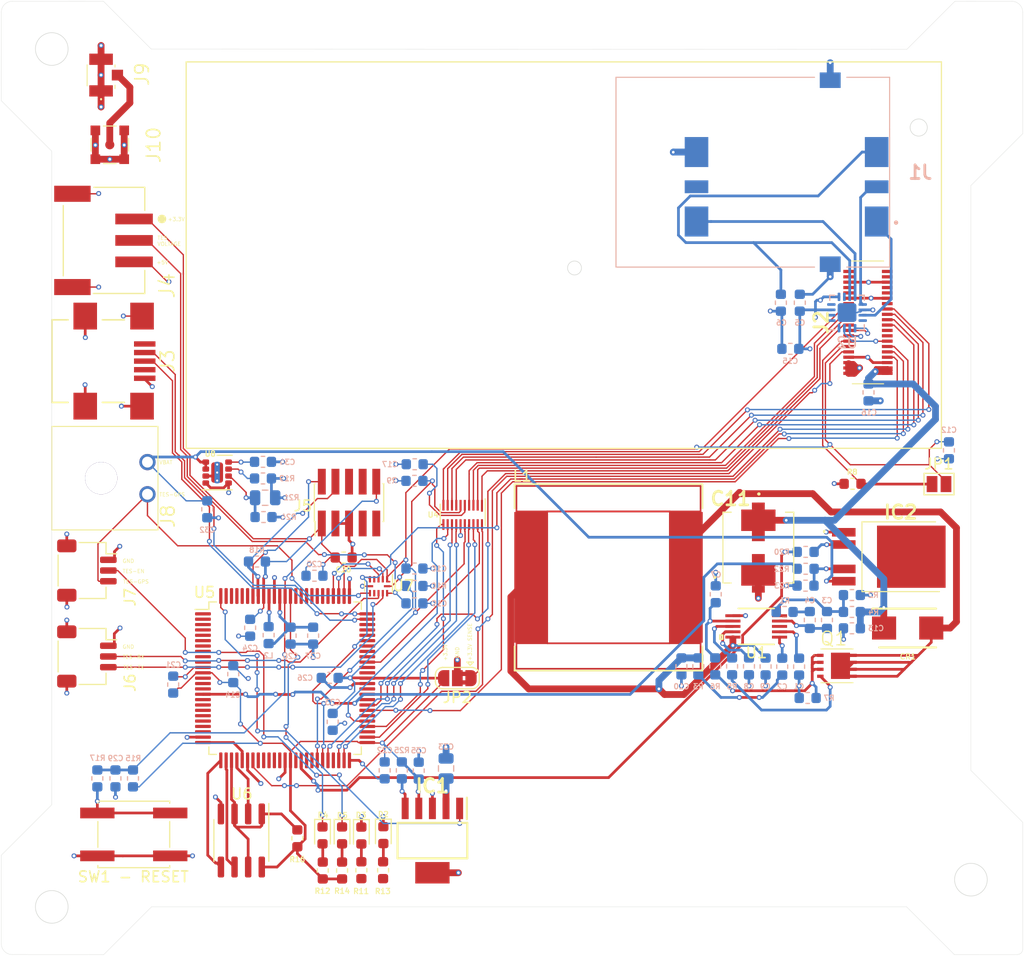
<source format=kicad_pcb>
(kicad_pcb (version 20171130) (host pcbnew "(5.1.4-0-10_14)")
  (title_block (title "RC Test Circuit") (date 2019-11-18) (rev v1.0) (comment 4 "Author: Collin Heist"))
  (layers (0 F.Cu signal) (1 GND.Cu power) (2 PWR.Cu power) (31 B.Cu signal) (34 B.Paste user) (35 F.Paste user) (36 B.SilkS user) (37 F.SilkS user) (38 B.Mask user) (39 F.Mask user) (44 Edge.Cuts user))
  (net 0 "")
  (net 1 GND)
  (net 2 "Net-(C1-Pad1)")
  (net 3 "Net-(C2-Pad1)")
  (net 4 "Net-(C2-Pad2)")
  (net 5 "Net-(C3-Pad2)")
  (net 6 "Net-(C3-Pad1)")
  (net 7 "Net-(C4-Pad1)")
  (net 8 +5V)
  (net 9 SIM_VCC)
  (net 10 "Net-(C7-Pad1)")
  (net 11 "Net-(C8-Pad2)")
  (net 12 +8V)
  (net 13 +30V)
  (net 14 MODE_SW)
  (net 15 "Net-(C17-Pad2)")
  (net 16 "Net-(C19-Pad2)")
  (net 17 VDDCORE)
  (net 18 RST)
  (net 19 VBAT)
  (net 20 "Net-(C34-Pad1)")
  (net 21 "Net-(CR1-Pad2)")
  (net 22 "Net-(D2-Pad2)")
  (net 23 "Net-(D3-Pad2)")
  (net 24 "Net-(D4-Pad2)")
  (net 25 TX_LED)
  (net 26 RX_LED)
  (net 27 "Net-(D5-Pad2)")
  (net 28 "Net-(IC1-Pad5)")
  (net 29 TES-EN)
  (net 30 "Net-(IC2-Pad2)")
  (net 31 IR_BOOST)
  (net 32 "Net-(IC2-Pad4)")
  (net 33 "Net-(J1-Pad5)")
  (net 34 SIM_IO)
  (net 35 SIM_RESET)
  (net 36 SIM_CLOCK)
  (net 37 "Net-(J2-Pad1)")
  (net 38 "Net-(J2-Pad2)")
  (net 39 "Net-(J2-Pad3)")
  (net 40 "Net-(J2-Pad4)")
  (net 41 "Net-(J2-Pad7)")
  (net 42 "Net-(J2-Pad8)")
  (net 43 "Net-(J2-Pad9)")
  (net 44 "Net-(J2-Pad10)")
  (net 45 "Net-(J2-Pad13)")
  (net 46 "Net-(J2-Pad14)")
  (net 47 RX)
  (net 48 TX)
  (net 49 CTS)
  (net 50 DCD)
  (net 51 DSR)
  (net 52 RI)
  (net 53 RTS)
  (net 54 DTR)
  (net 55 IR_SIM_V)
  (net 56 IR_SIM_EN)
  (net 57 IR_SIM_IO)
  (net 58 RF_EN)
  (net 59 3.3V_SENSE)
  (net 60 TX_ACTIVE)
  (net 61 PWR_EN)
  (net 62 BOOST_EN)
  (net 63 "Net-(J3-Pad4)")
  (net 64 USB_D+)
  (net 65 USB_D-)
  (net 66 "Net-(J3-Pad1)")
  (net 67 SWDIO)
  (net 68 SWCLK)
  (net 69 "Net-(J5-Pad6)")
  (net 70 "Net-(J5-Pad7)")
  (net 71 "Net-(J5-Pad8)")
  (net 72 "Net-(J5-Pad9)")
  (net 73 TES-TX)
  (net 74 TES-RX)
  (net 75 TES-GPS-FLAG)
  (net 76 "Net-(J10-Pad1)")
  (net 77 VSW)
  (net 78 "Net-(Q1-Pad4)")
  (net 79 "Net-(Q1-Pad1)")
  (net 80 "Net-(R5-Pad2)")
  (net 81 EN_IR_BUS)
  (net 82 SYS_LED)
  (net 83 I2_LED)
  (net 84 FLASH_CS)
  (net 85 "Net-(R17-Pad1)")
  (net 86 "Net-(R19-Pad1)")
  (net 87 8V_EN)
  (net 88 "Net-(R21-Pad2)")
  (net 89 8V_ISENSE)
  (net 90 "Net-(U1-Pad3)")
  (net 91 "Net-(U2-Pad1)")
  (net 92 IR_SIM_VCC)
  (net 93 "Net-(U2-Pad4)")
  (net 94 "Net-(U2-Pad6)")
  (net 95 "Net-(U2-Pad12)")
  (net 96 IR_SIM_RESET)
  (net 97 "Net-(U2-Pad16)")
  (net 98 IO-TX)
  (net 99 IO-RX)
  (net 100 IO-CTS)
  (net 101 IO-DSR)
  (net 102 IO-RTS)
  (net 103 IO-DCD)
  (net 104 IO-RI)
  (net 105 IO-DTR)
  (net 106 "Net-(U5-Pad2)")
  (net 107 "Net-(U5-Pad3)")
  (net 108 "Net-(U5-Pad4)")
  (net 109 "Net-(U5-Pad5)")
  (net 110 "Net-(U5-Pad6)")
  (net 111 "Net-(U5-Pad7)")
  (net 112 "Net-(U5-Pad8)")
  (net 113 "Net-(U5-Pad9)")
  (net 114 "Net-(U5-Pad10)")
  (net 115 "Net-(U5-Pad13)")
  (net 116 "Net-(U5-Pad14)")
  (net 117 5V_ISENSE)
  (net 118 "Net-(U5-Pad17)")
  (net 119 "Net-(U5-Pad18)")
  (net 120 "Net-(U5-Pad19)")
  (net 121 "Net-(U5-Pad20)")
  (net 122 "Net-(U5-Pad21)")
  (net 123 "Net-(U5-Pad22)")
  (net 124 "Net-(U5-Pad23)")
  (net 125 "Net-(U5-Pad25)")
  (net 126 FLASH_MOSI)
  (net 127 FLASH_SCK)
  (net 128 FLASH_MISO)
  (net 129 MISO)
  (net 130 MOSI)
  (net 131 SCK)
  (net 132 "Net-(U5-Pad36)")
  (net 133 "Net-(U5-Pad37)")
  (net 134 5V_EN)
  (net 135 3959_GOOD)
  (net 136 3959_EN)
  (net 137 "Net-(U5-Pad47)")
  (net 138 "Net-(U5-Pad53)")
  (net 139 EN_TES_BUS)
  (net 140 PWR_SW)
  (net 141 "Net-(U5-Pad60)")
  (net 142 "Net-(U5-Pad61)")
  (net 143 "Net-(U5-Pad64)")
  (net 144 "Net-(U5-Pad65)")
  (net 145 "Net-(U5-Pad67)")
  (net 146 "Net-(U5-Pad68)")
  (net 147 "Net-(U5-Pad69)")
  (net 148 SDA)
  (net 149 SCL)
  (net 150 "Net-(U5-Pad72)")
  (net 151 "Net-(U5-Pad73)")
  (net 152 SYS-TX)
  (net 153 SYS-RX)
  (net 154 "Net-(U5-Pad80)")
  (net 155 "Net-(U5-Pad81)")
  (net 156 "Net-(U5-Pad82)")
  (net 157 "Net-(U5-Pad83)")
  (net 158 "Net-(U5-Pad84)")
  (net 159 SWO)
  (net 160 "Net-(U5-Pad86)")
  (net 161 "Net-(U5-Pad95)")
  (net 162 "Net-(U5-Pad96)")
  (net 163 "Net-(U5-Pad97)")
  (net 164 "Net-(U5-Pad98)")
  (net 165 "Net-(U5-Pad99)")
  (net 166 SYS_SPARE)
  (net 167 TES-SPARE)
  (net 168 IR_SIM_CLOCK)
  (module Package_QFP:TQFP-100_14x14mm_P0.5mm (layer F.Cu) (at 51.86244 88.52398)
    (fp_text reference U5 (at -7.51354 -8.00266) (layer F.SilkS))
    (fp_text value SAMD51)
    (pad 1 smd roundrect (at -7.6625 -6) (size 1.475 0.3) (layers F.Cu F.Paste F.Mask))
    (pad 2 smd roundrect (at -7.6625 -5.5) (size 1.475 0.3) (layers F.Cu F.Paste F.Mask) (net 106 "Net-(U5-Pad2)"))
    (pad 3 smd roundrect (at -7.6625 -5) (size 1.475 0.3) (layers F.Cu F.Paste F.Mask) (net 107 "Net-(U5-Pad3)"))
    (pad 4 smd roundrect (at -7.6625 -4.5) (size 1.475 0.3) (layers F.Cu F.Paste F.Mask) (net 108 "Net-(U5-Pad4)"))
    (pad 5 smd roundrect (at -7.6625 -4) (size 1.475 0.3) (layers F.Cu F.Paste F.Mask) (net 109 "Net-(U5-Pad5)"))
    (pad 6 smd roundrect (at -7.6625 -3.5) (size 1.475 0.3) (layers F.Cu F.Paste F.Mask) (net 110 "Net-(U5-Pad6)"))
    (pad 7 smd roundrect (at -7.6625 -3) (size 1.475 0.3) (layers F.Cu F.Paste F.Mask) (net 111 "Net-(U5-Pad7)"))
    (pad 8 smd roundrect (at -7.6625 -2.5) (size 1.475 0.3) (layers F.Cu F.Paste F.Mask) (net 112 "Net-(U5-Pad8)"))
    (pad 9 smd roundrect (at -7.6625 -2) (size 1.475 0.3) (layers F.Cu F.Paste F.Mask) (net 113 "Net-(U5-Pad9)"))
    (pad 10 smd roundrect (at -7.6625 -1.5) (size 1.475 0.3) (layers F.Cu F.Paste F.Mask) (net 114 "Net-(U5-Pad10)"))
    (pad 11 smd roundrect (at -7.6625 -1) (size 1.475 0.3) (layers F.Cu F.Paste F.Mask) (net 1 GND))
    (pad 12 smd roundrect (at -7.6625 -0.5) (size 1.475 0.3) (layers F.Cu F.Paste F.Mask) (net 14 MODE_SW))
    (pad 13 smd roundrect (at -7.6625 0) (size 1.475 0.3) (layers F.Cu F.Paste F.Mask) (net 115 "Net-(U5-Pad13)"))
    (pad 14 smd roundrect (at -7.6625 0.5) (size 1.475 0.3) (layers F.Cu F.Paste F.Mask) (net 116 "Net-(U5-Pad14)"))
    (pad 15 smd roundrect (at -7.6625 1) (size 1.475 0.3) (layers F.Cu F.Paste F.Mask) (net 117 5V_ISENSE))
    (pad 16 smd roundrect (at -7.6625 1.5) (size 1.475 0.3) (layers F.Cu F.Paste F.Mask) (net 89 8V_ISENSE))
    (pad 17 smd roundrect (at -7.6625 2) (size 1.475 0.3) (layers F.Cu F.Paste F.Mask) (net 118 "Net-(U5-Pad17)"))
    (pad 18 smd roundrect (at -7.6625 2.5) (size 1.475 0.3) (layers F.Cu F.Paste F.Mask) (net 119 "Net-(U5-Pad18)"))
    (pad 19 smd roundrect (at -7.6625 3) (size 1.475 0.3) (layers F.Cu F.Paste F.Mask) (net 120 "Net-(U5-Pad19)"))
    (pad 20 smd roundrect (at -7.6625 3.5) (size 1.475 0.3) (layers F.Cu F.Paste F.Mask) (net 121 "Net-(U5-Pad20)"))
    (pad 21 smd roundrect (at -7.6625 4) (size 1.475 0.3) (layers F.Cu F.Paste F.Mask) (net 122 "Net-(U5-Pad21)"))
    (pad 22 smd roundrect (at -7.6625 4.5) (size 1.475 0.3) (layers F.Cu F.Paste F.Mask) (net 123 "Net-(U5-Pad22)"))
    (pad 23 smd roundrect (at -7.6625 5) (size 1.475 0.3) (layers F.Cu F.Paste F.Mask) (net 124 "Net-(U5-Pad23)"))
    (pad 24 smd roundrect (at -7.6625 5.5) (size 1.475 0.3) (layers F.Cu F.Paste F.Mask) (net 1 GND))
    (pad 25 smd roundrect (at -7.6625 6) (size 1.475 0.3) (layers F.Cu F.Paste F.Mask) (net 125 "Net-(U5-Pad25)"))
    (pad 26 smd roundrect (at -6 7.6625) (size 0.3 1.475) (layers F.Cu F.Paste F.Mask) (net 126 FLASH_MOSI))
    (pad 27 smd roundrect (at -5.5 7.6625) (size 0.3 1.475) (layers F.Cu F.Paste F.Mask) (net 127 FLASH_SCK))
    (pad 28 smd roundrect (at -5 7.6625) (size 0.3 1.475) (layers F.Cu F.Paste F.Mask) (net 84 FLASH_CS))
    (pad 29 smd roundrect (at -4.5 7.6625) (size 0.3 1.475) (layers F.Cu F.Paste F.Mask) (net 128 FLASH_MISO))
    (pad 30 smd roundrect (at -4 7.6625) (size 0.3 1.475) (layers F.Cu F.Paste F.Mask) (net 125 "Net-(U5-Pad25)"))
    (pad 31 smd roundrect (at -3.5 7.6625) (size 0.3 1.475) (layers F.Cu F.Paste F.Mask) (net 1 GND))
    (pad 32 smd roundrect (at -3 7.6625) (size 0.3 1.475) (layers F.Cu F.Paste F.Mask) (net 105 IO-DTR))
    (pad 33 smd roundrect (at -2.5 7.6625) (size 0.3 1.475) (layers F.Cu F.Paste F.Mask) (net 129 MISO))
    (pad 34 smd roundrect (at -2 7.6625) (size 0.3 1.475) (layers F.Cu F.Paste F.Mask) (net 130 MOSI))
    (pad 35 smd roundrect (at -1.5 7.6625) (size 0.3 1.475) (layers F.Cu F.Paste F.Mask) (net 131 SCK))
    (pad 36 smd roundrect (at -1 7.6625) (size 0.3 1.475) (layers F.Cu F.Paste F.Mask) (net 132 "Net-(U5-Pad36)"))
    (pad 37 smd roundrect (at -0.5 7.6625) (size 0.3 1.475) (layers F.Cu F.Paste F.Mask) (net 133 "Net-(U5-Pad37)"))
    (pad 38 smd roundrect (at 0 7.6625) (size 0.3 1.475) (layers F.Cu F.Paste F.Mask) (net 1 GND))
    (pad 39 smd roundrect (at 0.5 7.6625) (size 0.3 1.475) (layers F.Cu F.Paste F.Mask) (net 14 MODE_SW))
    (pad 40 smd roundrect (at 1 7.6625) (size 0.3 1.475) (layers F.Cu F.Paste F.Mask) (net 134 5V_EN))
    (pad 41 smd roundrect (at 1.5 7.6625) (size 0.3 1.475) (layers F.Cu F.Paste F.Mask) (net 87 8V_EN))
    (pad 42 smd roundrect (at 2 7.6625) (size 0.3 1.475) (layers F.Cu F.Paste F.Mask) (net 135 3959_GOOD))
    (pad 43 smd roundrect (at 2.5 7.6625) (size 0.3 1.475) (layers F.Cu F.Paste F.Mask) (net 136 3959_EN))
    (pad 44 smd roundrect (at 3 7.6625) (size 0.3 1.475) (layers F.Cu F.Paste F.Mask) (net 81 EN_IR_BUS))
    (pad 45 smd roundrect (at 3.5 7.6625) (size 0.3 1.475) (layers F.Cu F.Paste F.Mask) (net 60 TX_ACTIVE))
    (pad 46 smd roundrect (at 4 7.6625) (size 0.3 1.475) (layers F.Cu F.Paste F.Mask) (net 100 IO-CTS))
    (pad 47 smd roundrect (at 4.5 7.6625) (size 0.3 1.475) (layers F.Cu F.Paste F.Mask) (net 137 "Net-(U5-Pad47)"))
    (pad 48 smd roundrect (at 5 7.6625) (size 0.3 1.475) (layers F.Cu F.Paste F.Mask) (net 101 IO-DSR))
    (pad 49 smd roundrect (at 5.5 7.6625) (size 0.3 1.475) (layers F.Cu F.Paste F.Mask) (net 102 IO-RTS))
    (pad 50 smd roundrect (at 6 7.6625) (size 0.3 1.475) (layers F.Cu F.Paste F.Mask) (net 1 GND))
    (pad 51 smd roundrect (at 7.6625 6) (size 1.475 0.3) (layers F.Cu F.Paste F.Mask) (net 14 MODE_SW))
    (pad 52 smd roundrect (at 7.6625 5.5) (size 1.475 0.3) (layers F.Cu F.Paste F.Mask) (net 103 IO-DCD))
    (pad 53 smd roundrect (at 7.6625 5) (size 1.475 0.3) (layers F.Cu F.Paste F.Mask) (net 138 "Net-(U5-Pad53)"))
    (pad 54 smd roundrect (at 7.6625 4.5) (size 1.475 0.3) (layers F.Cu F.Paste F.Mask) (net 98 IO-TX))
    (pad 55 smd roundrect (at 7.6625 4) (size 1.475 0.3) (layers F.Cu F.Paste F.Mask) (net 99 IO-RX))
    (pad 56 smd roundrect (at 7.6625 3.5) (size 1.475 0.3) (layers F.Cu F.Paste F.Mask) (net 139 EN_TES_BUS))
    (pad 57 smd roundrect (at 7.6625 3) (size 1.475 0.3) (layers F.Cu F.Paste F.Mask) (net 62 BOOST_EN))
    (pad 58 smd roundrect (at 7.6625 2.5) (size 1.475 0.3) (layers F.Cu F.Paste F.Mask) (net 61 PWR_EN))
    (pad 59 smd roundrect (at 7.6625 2) (size 1.475 0.3) (layers F.Cu F.Paste F.Mask) (net 140 PWR_SW))
    (pad 60 smd roundrect (at 7.6625 1.5) (size 1.475 0.3) (layers F.Cu F.Paste F.Mask) (net 141 "Net-(U5-Pad60)"))
    (pad 61 smd roundrect (at 7.6625 1) (size 1.475 0.3) (layers F.Cu F.Paste F.Mask) (net 142 "Net-(U5-Pad61)"))
    (pad 62 smd roundrect (at 7.6625 0.5) (size 1.475 0.3) (layers F.Cu F.Paste F.Mask) (net 1 GND))
    (pad 63 smd roundrect (at 7.6625 0) (size 1.475 0.3) (layers F.Cu F.Paste F.Mask) (net 14 MODE_SW))
    (pad 64 smd roundrect (at 7.6625 -0.5) (size 1.475 0.3) (layers F.Cu F.Paste F.Mask) (net 143 "Net-(U5-Pad64)"))
    (pad 65 smd roundrect (at 7.6625 -1) (size 1.475 0.3) (layers F.Cu F.Paste F.Mask) (net 144 "Net-(U5-Pad65)"))
    (pad 66 smd roundrect (at 7.6625 -1.5) (size 1.475 0.3) (layers F.Cu F.Paste F.Mask) (net 104 IO-RI))
    (pad 67 smd roundrect (at 7.6625 -2) (size 1.475 0.3) (layers F.Cu F.Paste F.Mask) (net 145 "Net-(U5-Pad67)"))
    (pad 68 smd roundrect (at 7.6625 -2.5) (size 1.475 0.3) (layers F.Cu F.Paste F.Mask) (net 146 "Net-(U5-Pad68)"))
    (pad 69 smd roundrect (at 7.6625 -3) (size 1.475 0.3) (layers F.Cu F.Paste F.Mask) (net 147 "Net-(U5-Pad69)"))
    (pad 70 smd roundrect (at 7.6625 -3.5) (size 1.475 0.3) (layers F.Cu F.Paste F.Mask) (net 148 SDA))
    (pad 71 smd roundrect (at 7.6625 -4) (size 1.475 0.3) (layers F.Cu F.Paste F.Mask) (net 149 SCL))
    (pad 72 smd roundrect (at 7.6625 -4.5) (size 1.475 0.3) (layers F.Cu F.Paste F.Mask) (net 150 "Net-(U5-Pad72)"))
    (pad 73 smd roundrect (at 7.6625 -5) (size 1.475 0.3) (layers F.Cu F.Paste F.Mask) (net 151 "Net-(U5-Pad73)"))
    (pad 74 smd roundrect (at 7.6625 -5.5) (size 1.475 0.3) (layers F.Cu F.Paste F.Mask) (net 65 USB_D-))
    (pad 75 smd roundrect (at 7.6625 -6) (size 1.475 0.3) (layers F.Cu F.Paste F.Mask) (net 64 USB_D+))
    (pad 76 smd roundrect (at 6 -7.6625) (size 0.3 1.475) (layers F.Cu F.Paste F.Mask) (net 1 GND))
    (pad 77 smd roundrect (at 5.5 -7.6625) (size 0.3 1.475) (layers F.Cu F.Paste F.Mask) (net 14 MODE_SW))
    (pad 78 smd roundrect (at 5 -7.6625) (size 0.3 1.475) (layers F.Cu F.Paste F.Mask) (net 152 SYS-TX))
    (pad 79 smd roundrect (at 4.5 -7.6625) (size 0.3 1.475) (layers F.Cu F.Paste F.Mask) (net 153 SYS-RX))
    (pad 80 smd roundrect (at 4 -7.6625) (size 0.3 1.475) (layers F.Cu F.Paste F.Mask) (net 154 "Net-(U5-Pad80)"))
    (pad 81 smd roundrect (at 3.5 -7.6625) (size 0.3 1.475) (layers F.Cu F.Paste F.Mask) (net 155 "Net-(U5-Pad81)"))
    (pad 82 smd roundrect (at 3 -7.6625) (size 0.3 1.475) (layers F.Cu F.Paste F.Mask) (net 156 "Net-(U5-Pad82)"))
    (pad 83 smd roundrect (at 2.5 -7.6625) (size 0.3 1.475) (layers F.Cu F.Paste F.Mask) (net 157 "Net-(U5-Pad83)"))
    (pad 84 smd roundrect (at 2 -7.6625) (size 0.3 1.475) (layers F.Cu F.Paste F.Mask) (net 158 "Net-(U5-Pad84)"))
    (pad 85 smd roundrect (at 1.5 -7.6625) (size 0.3 1.475) (layers F.Cu F.Paste F.Mask) (net 159 SWO))
    (pad 86 smd roundrect (at 1 -7.6625) (size 0.3 1.475) (layers F.Cu F.Paste F.Mask) (net 160 "Net-(U5-Pad86)"))
    (pad 87 smd roundrect (at 0.5 -7.6625) (size 0.3 1.475) (layers F.Cu F.Paste F.Mask) (net 25 TX_LED))
    (pad 88 smd roundrect (at 0 -7.6625) (size 0.3 1.475) (layers F.Cu F.Paste F.Mask) (net 18 RST))
    (pad 89 smd roundrect (at -0.5 -7.6625) (size 0.3 1.475) (layers F.Cu F.Paste F.Mask) (net 17 VDDCORE))
    (pad 90 smd roundrect (at -1 -7.6625) (size 0.3 1.475) (layers F.Cu F.Paste F.Mask) (net 1 GND))
    (pad 91 smd roundrect (at -1.5 -7.6625) (size 0.3 1.475) (layers F.Cu F.Paste F.Mask) (net 77 VSW))
    (pad 92 smd roundrect (at -2 -7.6625) (size 0.3 1.475) (layers F.Cu F.Paste F.Mask) (net 14 MODE_SW))
    (pad 93 smd roundrect (at -2.5 -7.6625) (size 0.3 1.475) (layers F.Cu F.Paste F.Mask) (net 68 SWCLK))
    (pad 94 smd roundrect (at -3 -7.6625) (size 0.3 1.475) (layers F.Cu F.Paste F.Mask) (net 67 SWDIO))
    (pad 95 smd roundrect (at -3.5 -7.6625) (size 0.3 1.475) (layers F.Cu F.Paste F.Mask) (net 161 "Net-(U5-Pad95)"))
    (pad 96 smd roundrect (at -4 -7.6625) (size 0.3 1.475) (layers F.Cu F.Paste F.Mask) (net 162 "Net-(U5-Pad96)"))
    (pad 97 smd roundrect (at -4.5 -7.6625) (size 0.3 1.475) (layers F.Cu F.Paste F.Mask) (net 163 "Net-(U5-Pad97)"))
    (pad 98 smd roundrect (at -5 -7.6625) (size 0.3 1.475) (layers F.Cu F.Paste F.Mask) (net 164 "Net-(U5-Pad98)"))
    (pad 99 smd roundrect (at -5.5 -7.6625) (size 0.3 1.475) (layers F.Cu F.Paste F.Mask) (net 165 "Net-(U5-Pad99)"))
    (pad 100 smd roundrect (at -6 -7.6625) (size 0.3 1.475) (layers F.Cu F.Paste F.Mask) (net 26 RX_LED))
  )
  (module Resistor_SMD:R_0805_2012Metric (layer B.Cu) (at 49.9989 71.69632 180)
    (fp_text reference R21 (at -2.45 0.025 180) (layer B.SilkS) (effects (font (size 0.5 0.5) (thickness 0.1)) (justify mirror)))
    (fp_text value 523k)
    (pad 1 smd roundrect (at -0.9375 0 180) (size 0.975 1.4) (layers B.Cu B.Paste B.Mask) (net 8 +5V))
    (pad 2 smd roundrect (at 0.9375 0 180) (size 0.975 1.4) (layers B.Cu B.Paste B.Mask) (net 88 "Net-(R21-Pad2)"))
  )
  (module Connector_JST:JST_SH_SM03B-SRSS-TB_1x03-1MP_P1.00mm_Horizontal (layer F.Cu) (at 33.37492 78.48332 270)
    (fp_text reference J7 (at 2.488 -4.02398 90) (layer F.SilkS))
    (fp_text value Conn_01x03)
    (pad 1 smd roundrect (at -1 -2 270) (size 0.6 1.55) (layers F.Cu F.Paste F.Mask) (net 1 GND))
    (pad 2 smd roundrect (at 0 -2 270) (size 0.6 1.55) (layers F.Cu F.Paste F.Mask) (net 29 TES-EN))
    (pad 3 smd roundrect (at 1 -2 270) (size 0.6 1.55) (layers F.Cu F.Paste F.Mask) (net 75 TES-GPS-FLAG))
    (pad MP smd roundrect (at -2.3 1.875 270) (size 1.2 1.8) (layers F.Cu F.Paste F.Mask) (roundrect_rratio 0.208333))
    (pad MP smd roundrect (at 2.3 1.875 270) (size 1.2 1.8) (layers F.Cu F.Paste F.Mask) (roundrect_rratio 0.208333))
  )
  (module Capacitor_SMD:C_0603_1608Metric (layer B.Cu) (at 99.7989 87.44632 270)
    (fp_text reference C1 (at 1.85 0.025 180) (layer B.SilkS) (effects (font (size 0.5 0.5) (thickness 0.1)) (justify mirror)))
    (fp_text value 33nF)
    (pad 2 smd roundrect (at 0.7875 0 270) (size 0.875 0.95) (layers B.Cu B.Paste B.Mask) (net 1 GND))
    (pad 1 smd roundrect (at -0.7875 0 270) (size 0.875 0.95) (layers B.Cu B.Paste B.Mask) (net 2 "Net-(C1-Pad1)"))
  )
  (module Capacitor_SMD:C_0603_1608Metric (layer B.Cu) (at 98.2239 87.44632 90)
    (fp_text reference C2 (at -1.875 0 180) (layer B.SilkS) (effects (font (size 0.5 0.5) (thickness 0.1)) (justify mirror)))
    (fp_text value 100pF)
    (pad 1 smd roundrect (at -0.7875 0 90) (size 0.875 0.95) (layers B.Cu B.Paste B.Mask) (net 3 "Net-(C2-Pad1)"))
    (pad 2 smd roundrect (at 0.7875 0 90) (size 0.875 0.95) (layers B.Cu B.Paste B.Mask) (net 4 "Net-(C2-Pad2)"))
  )
  (module Capacitor_SMD:C_0603_1608Metric (layer B.Cu) (at 102.3989 83.09632 270)
    (fp_text reference C3 (at -1.825 0) (layer B.SilkS) (effects (font (size 0.5 0.5) (thickness 0.1)) (justify mirror)))
    (fp_text value 1.5nF)
    (pad 2 smd roundrect (at 0.7875 0 270) (size 0.875 0.95) (layers B.Cu B.Paste B.Mask) (net 5 "Net-(C3-Pad2)"))
    (pad 1 smd roundrect (at -0.7875 0 270) (size 0.875 0.95) (layers B.Cu B.Paste B.Mask) (net 6 "Net-(C3-Pad1)"))
  )
  (module Capacitor_SMD:C_0603_1608Metric (layer B.Cu) (at 100.7989 83.09632 270)
    (fp_text reference C4 (at -1.825 0) (layer B.SilkS) (effects (font (size 0.5 0.5) (thickness 0.1)) (justify mirror)))
    (fp_text value 27nF)
    (pad 1 smd roundrect (at -0.7875 0 270) (size 0.875 0.95) (layers B.Cu B.Paste B.Mask) (net 7 "Net-(C4-Pad1)"))
    (pad 2 smd roundrect (at 0.7875 0 270) (size 0.875 0.95) (layers B.Cu B.Paste B.Mask) (net 5 "Net-(C3-Pad2)"))
  )
  (module Capacitor_SMD:C_0603_1608Metric (layer B.Cu) (at 99.86518 53.50774 90)
    (fp_text reference C5 (at -1.86358 0.00872 180) (layer B.SilkS) (effects (font (size 0.5 0.5) (thickness 0.1)) (justify mirror)))
    (fp_text value 0.1u)
    (pad 1 smd roundrect (at -0.7875 0 90) (size 0.875 0.95) (layers B.Cu B.Paste B.Mask) (net 8 +5V))
    (pad 2 smd roundrect (at 0.7875 0 90) (size 0.875 0.95) (layers B.Cu B.Paste B.Mask) (net 1 GND))
  )
  (module Capacitor_SMD:C_0603_1608Metric (layer B.Cu) (at 98.09988 53.50764 270)
    (fp_text reference C6 (at 1.86368 -0.04902 180) (layer B.SilkS) (effects (font (size 0.5 0.5) (thickness 0.1)) (justify mirror)))
    (fp_text value 1uF)
    (pad 2 smd roundrect (at 0.7875 0 270) (size 0.875 0.95) (layers B.Cu B.Paste B.Mask) (net 1 GND))
    (pad 1 smd roundrect (at -0.7875 0 270) (size 0.875 0.95) (layers B.Cu B.Paste B.Mask) (net 9 SIM_VCC))
  )
  (module Capacitor_SMD:C_0603_1608Metric (layer B.Cu) (at 92.0239 80.69632 90)
    (fp_text reference C7 (at 1.825 0.025 180) (layer B.SilkS) (effects (font (size 0.5 0.5) (thickness 0.1)) (justify mirror)))
    (fp_text value 150pF)
    (pad 1 smd roundrect (at -0.7875 0 90) (size 0.875 0.95) (layers B.Cu B.Paste B.Mask) (net 10 "Net-(C7-Pad1)"))
    (pad 2 smd roundrect (at 0.7875 0 90) (size 0.875 0.95) (layers B.Cu B.Paste B.Mask) (net 1 GND))
  )
  (module Capacitor_SMD:C_0603_1608Metric (layer B.Cu) (at 95.1239 87.42132 90)
    (fp_text reference C8 (at -1.875 0) (layer B.SilkS) (effects (font (size 0.5 0.5) (thickness 0.1)) (justify mirror)))
    (fp_text value 1uF)
    (pad 2 smd roundrect (at 0.7875 0 90) (size 0.875 0.95) (layers B.Cu B.Paste B.Mask) (net 11 "Net-(C8-Pad2)"))
    (pad 1 smd roundrect (at -0.7875 0 90) (size 0.875 0.95) (layers B.Cu B.Paste B.Mask) (net 1 GND))
  )
  (module Capacitor_SMD:C_0603_1608Metric (layer B.Cu) (at 96.6739 87.43382 270)
    (fp_text reference C9 (at 1.8625 0.025) (layer B.SilkS) (effects (font (size 0.5 0.5) (thickness 0.1)) (justify mirror)))
    (fp_text value 10uF)
    (pad 2 smd roundrect (at 0.7875 0 270) (size 0.875 0.95) (layers B.Cu B.Paste B.Mask) (net 1 GND))
    (pad 1 smd roundrect (at -0.7875 0 270) (size 0.875 0.95) (layers B.Cu B.Paste B.Mask) (net 12 +8V))
  )
  (module Capacitor_SMD:C_0603_1608Metric (layer B.Cu) (at 88.8239 87.42132 270)
    (fp_text reference C10 (at 1.875 0) (layer B.SilkS) (effects (font (size 0.5 0.5) (thickness 0.1)) (justify mirror)))
    (fp_text value 470nF)
    (pad 1 smd roundrect (at -0.7875 0 270) (size 0.875 0.95) (layers B.Cu B.Paste B.Mask) (net 12 +8V))
    (pad 2 smd roundrect (at 0.7875 0 270) (size 0.875 0.95) (layers B.Cu B.Paste B.Mask) (net 1 GND))
  )
  (module Team-FIRE:EEEFK1H390SV (layer F.Cu) (at 95.9989 76.34632 180)
    (fp_text reference C11 (at 2.5946 4.562) (layer F.SilkS) (effects (font (size 1.27 1.27) (thickness 0.254))))
    (fp_text value 39uF hide)
    (pad 6 smd rect (at 0 -3.875 270) (size 0.65 1.2) (layers F.Cu F.Paste F.Mask) (net 1 GND))
    (pad 5 smd rect (at 0 -1.075 270) (size 0.95 1.2) (layers F.Cu F.Paste F.Mask) (net 1 GND))
    (pad 4 smd rect (at 0 1.075 270) (size 0.95 1.2) (layers F.Cu F.Paste F.Mask) (net 13 +30V))
    (pad 3 smd rect (at 0 3.875 270) (size 0.65 1.2) (layers F.Cu F.Paste F.Mask) (net 13 +30V))
    (pad 2 smd rect (at 0 -2.55 270) (size 2 3.2) (layers F.Cu F.Paste F.Mask) (net 1 GND))
    (pad 1 smd rect (at 0 2.55 270) (size 2 3.2) (layers F.Cu F.Paste F.Mask) (net 13 +30V))
  )
  (module Capacitor_SMD:C_0603_1608Metric (layer B.Cu) (at 113.7739 67.27132 270)
    (fp_text reference C12 (at -1.9 0) (layer B.SilkS) (effects (font (size 0.5 0.5) (thickness 0.1)) (justify mirror)))
    (fp_text value 1uF)
    (pad 2 smd roundrect (at 0.7875 0 270) (size 0.875 0.95) (layers B.Cu B.Paste B.Mask) (net 1 GND))
    (pad 1 smd roundrect (at -0.7875 0 270) (size 0.875 0.95) (layers B.Cu B.Paste B.Mask) (net 14 MODE_SW))
  )
  (module Capacitor_SMD:C_0603_1608Metric (layer B.Cu) (at 104.7239 83.87132 180)
    (fp_text reference C13 (at -2.25 0) (layer B.SilkS) (effects (font (size 0.5 0.5) (thickness 0.1)) (justify mirror)))
    (fp_text value 2.2uF)
    (pad 2 smd roundrect (at 0.7875 0 180) (size 0.875 0.95) (layers B.Cu B.Paste B.Mask) (net 1 GND))
    (pad 1 smd roundrect (at -0.7875 0 180) (size 0.875 0.95) (layers B.Cu B.Paste B.Mask) (net 13 +30V))
  )
  (module Capacitor_SMD:C_0603_1608Metric (layer B.Cu) (at 47.0239 88.14632 90)
    (fp_text reference C14 (at -1.925 -0.025) (layer B.SilkS) (effects (font (size 0.5 0.5) (thickness 0.1)) (justify mirror)))
    (fp_text value 10uF)
    (pad 2 smd roundrect (at 0.7875 0 90) (size 0.875 0.95) (layers B.Cu B.Paste B.Mask) (net 1 GND))
    (pad 1 smd roundrect (at -0.7875 0 90) (size 0.875 0.95) (layers B.Cu B.Paste B.Mask) (net 14 MODE_SW))
  )
  (module Capacitor_SMD:C_0603_1608Metric (layer B.Cu) (at 98.98136 57.8104 180)
    (fp_text reference C15 (at 0.00746 -1.13592) (layer B.SilkS) (effects (font (size 0.5 0.5) (thickness 0.1)) (justify mirror)))
    (fp_text value 0.1uF)
    (pad 1 smd roundrect (at -0.7875 0 180) (size 0.875 0.95) (layers B.Cu B.Paste B.Mask) (net 8 +5V))
    (pad 2 smd roundrect (at 0.7875 0 180) (size 0.875 0.95) (layers B.Cu B.Paste B.Mask) (net 1 GND))
  )
  (module Capacitor_SMD:C_0603_1608Metric (layer B.Cu) (at 106.2739 61.87132 270)
    (fp_text reference C16 (at 1.875 -0.05) (layer B.SilkS) (effects (font (size 0.5 0.5) (thickness 0.1)) (justify mirror)))
    (fp_text value 0.1uF)
    (pad 1 smd roundrect (at -0.7875 0 270) (size 0.875 0.95) (layers B.Cu B.Paste B.Mask) (net 13 +30V))
    (pad 2 smd roundrect (at 0.7875 0 270) (size 0.875 0.95) (layers B.Cu B.Paste B.Mask) (net 1 GND))
  )
  (module Capacitor_SMD:C_0603_1608Metric (layer B.Cu) (at 63.9489 68.57132)
    (fp_text reference C17 (at -2.315 0.01 180) (layer B.SilkS) (effects (font (size 0.5 0.5) (thickness 0.1)) (justify mirror)))
    (fp_text value 0.1uF)
    (pad 2 smd roundrect (at 0.7875 0) (size 0.875 0.95) (layers B.Cu B.Paste B.Mask) (net 15 "Net-(C17-Pad2)"))
    (pad 1 smd roundrect (at -0.7875 0) (size 0.875 0.95) (layers B.Cu B.Paste B.Mask) (net 1 GND))
  )
  (module Capacitor_SMD:C_0603_1608Metric (layer B.Cu) (at 63.9239 78.29632)
    (fp_text reference C18 (at 2.29 0.015) (layer B.SilkS) (effects (font (size 0.5 0.5) (thickness 0.1)) (justify mirror)))
    (fp_text value 0.1uF)
    (pad 1 smd roundrect (at -0.7875 0) (size 0.875 0.95) (layers B.Cu B.Paste B.Mask) (net 14 MODE_SW))
    (pad 2 smd roundrect (at 0.7875 0) (size 0.875 0.95) (layers B.Cu B.Paste B.Mask) (net 1 GND))
  )
  (module Capacitor_SMD:C_0603_1608Metric (layer B.Cu) (at 63.9239 81.54632 180)
    (fp_text reference C19 (at -2.31 -0.015 180) (layer B.SilkS) (effects (font (size 0.5 0.5) (thickness 0.1)) (justify mirror)))
    (fp_text value 0.1uF)
    (pad 1 smd roundrect (at -0.7875 0 180) (size 0.875 0.95) (layers B.Cu B.Paste B.Mask) (net 1 GND))
    (pad 2 smd roundrect (at 0.7875 0 180) (size 0.875 0.95) (layers B.Cu B.Paste B.Mask) (net 16 "Net-(C19-Pad2)"))
  )
  (module Capacitor_SMD:C_0603_1608Metric (layer F.Cu) (at 57.3239 77.27132 180)
    (fp_text reference C20 (at 0.025 -1.125) (layer F.SilkS) (effects (font (size 0.5 0.5) (thickness 0.1))))
    (fp_text value 0.1uF)
    (pad 2 smd roundrect (at 0.7875 0 180) (size 0.875 0.95) (layers F.Cu F.Paste F.Mask) (net 14 MODE_SW))
    (pad 1 smd roundrect (at -0.7875 0 180) (size 0.875 0.95) (layers F.Cu F.Paste F.Mask) (net 1 GND))
  )
  (module Capacitor_SMD:C_0603_1608Metric (layer B.Cu) (at 41.4239 89.12132 270)
    (fp_text reference C21 (at -1.85 0) (layer B.SilkS) (effects (font (size 0.5 0.5) (thickness 0.1)) (justify mirror)))
    (fp_text value 10uF)
    (pad 1 smd roundrect (at -0.7875 0 270) (size 0.875 0.95) (layers B.Cu B.Paste B.Mask) (net 14 MODE_SW))
    (pad 2 smd roundrect (at 0.7875 0 270) (size 0.875 0.95) (layers B.Cu B.Paste B.Mask) (net 1 GND))
  )
  (module Capacitor_SMD:C_0603_1608Metric (layer B.Cu) (at 61.1489 97.12132 270)
    (fp_text reference C22 (at -1.875 0 180) (layer B.SilkS) (effects (font (size 0.5 0.5) (thickness 0.1)) (justify mirror)))
    (fp_text value 10uF)
    (pad 2 smd roundrect (at 0.7875 0 270) (size 0.875 0.95) (layers B.Cu B.Paste B.Mask) (net 1 GND))
    (pad 1 smd roundrect (at -0.7875 0 270) (size 0.875 0.95) (layers B.Cu B.Paste B.Mask) (net 14 MODE_SW))
  )
  (module Capacitor_SMD:C_0603_1608Metric (layer B.Cu) (at 56.2989 92.59632 270)
    (fp_text reference C23 (at -1.825 0) (layer B.SilkS) (effects (font (size 0.5 0.5) (thickness 0.1)) (justify mirror)))
    (fp_text value 10uF)
    (pad 1 smd roundrect (at -0.7875 0 270) (size 0.875 0.95) (layers B.Cu B.Paste B.Mask) (net 14 MODE_SW))
    (pad 2 smd roundrect (at 0.7875 0 270) (size 0.875 0.95) (layers B.Cu B.Paste B.Mask) (net 1 GND))
  )
  (module Capacitor_SMD:C_0603_1608Metric (layer B.Cu) (at 48.5989 83.82132 270)
    (fp_text reference C24 (at 1.9 0) (layer B.SilkS) (effects (font (size 0.5 0.5) (thickness 0.1)) (justify mirror)))
    (fp_text value 10uF)
    (pad 1 smd roundrect (at -0.7875 0 270) (size 0.875 0.95) (layers B.Cu B.Paste B.Mask) (net 14 MODE_SW))
    (pad 2 smd roundrect (at 0.7875 0 270) (size 0.875 0.95) (layers B.Cu B.Paste B.Mask) (net 1 GND))
  )
  (module Capacitor_SMD:C_0603_1608Metric (layer B.Cu) (at 54.5989 78.97132 180)
    (fp_text reference C25 (at 0 1.075) (layer B.SilkS) (effects (font (size 0.5 0.5) (thickness 0.1)) (justify mirror)))
    (fp_text value 10uF)
    (pad 2 smd roundrect (at 0.7875 0 180) (size 0.875 0.95) (layers B.Cu B.Paste B.Mask) (net 1 GND))
    (pad 1 smd roundrect (at -0.7875 0 180) (size 0.875 0.95) (layers B.Cu B.Paste B.Mask) (net 14 MODE_SW))
  )
  (module Capacitor_SMD:C_0603_1608Metric (layer B.Cu) (at 56.0239 88.49632 180)
    (fp_text reference C26 (at 2.3 0) (layer B.SilkS) (effects (font (size 0.5 0.5) (thickness 0.1)) (justify mirror)))
    (fp_text value 100nF)
    (pad 1 smd roundrect (at -0.7875 0 180) (size 0.875 0.95) (layers B.Cu B.Paste B.Mask) (net 14 MODE_SW))
    (pad 2 smd roundrect (at 0.7875 0 180) (size 0.875 0.95) (layers B.Cu B.Paste B.Mask) (net 1 GND))
  )
  (module Capacitor_SMD:C_0603_1608Metric (layer B.Cu) (at 54.4739 84.55882 270)
    (fp_text reference C27 (at 1.8875 0) (layer B.SilkS) (effects (font (size 0.5 0.5) (thickness 0.1)) (justify mirror)))
    (fp_text value 4.7uF)
    (pad 2 smd roundrect (at 0.7875 0 270) (size 0.875 0.95) (layers B.Cu B.Paste B.Mask) (net 1 GND))
    (pad 1 smd roundrect (at -0.7875 0 270) (size 0.875 0.95) (layers B.Cu B.Paste B.Mask) (net 17 VDDCORE))
  )
  (module Capacitor_SMD:C_0603_1608Metric (layer B.Cu) (at 52.3739 84.55882 270)
    (fp_text reference C28 (at 1.9125 0) (layer B.SilkS) (effects (font (size 0.5 0.5) (thickness 0.1)) (justify mirror)))
    (fp_text value 100nF)
    (pad 1 smd roundrect (at -0.7875 0 270) (size 0.875 0.95) (layers B.Cu B.Paste B.Mask) (net 17 VDDCORE))
    (pad 2 smd roundrect (at 0.7875 0 270) (size 0.875 0.95) (layers B.Cu B.Paste B.Mask) (net 1 GND))
  )
  (module Capacitor_SMD:C_0603_1608Metric (layer B.Cu) (at 36.0364 97.87132 270)
    (fp_text reference C29 (at -1.875 -0.0125) (layer B.SilkS) (effects (font (size 0.5 0.5) (thickness 0.1)) (justify mirror)))
    (fp_text value 100nF)
    (pad 1 smd roundrect (at -0.7875 0 270) (size 0.875 0.95) (layers B.Cu B.Paste B.Mask) (net 18 RST))
    (pad 2 smd roundrect (at 0.7875 0 270) (size 0.875 0.95) (layers B.Cu B.Paste B.Mask) (net 1 GND))
  )
  (module Capacitor_SMD:C_0603_1608Metric (layer B.Cu) (at 44.5989 72.77132 270)
    (fp_text reference C32 (at 1.925 0 180) (layer B.SilkS) (effects (font (size 0.5 0.5) (thickness 0.1)) (justify mirror)))
    (fp_text value 10uF)
    (pad 1 smd roundrect (at -0.7875 0 270) (size 0.875 0.95) (layers B.Cu B.Paste B.Mask) (net 19 VBAT))
    (pad 2 smd roundrect (at 0.7875 0 270) (size 0.875 0.95) (layers B.Cu B.Paste B.Mask) (net 1 GND))
  )
  (module Capacitor_SMD:C_0805_2012Metric (layer B.Cu) (at 66.8739 96.94632 90)
    (fp_text reference C33 (at 2.025 0 180) (layer B.SilkS) (effects (font (size 0.5 0.5) (thickness 0.1)) (justify mirror)))
    (fp_text value 47uF)
    (pad 1 smd roundrect (at -0.9375 0 90) (size 0.975 1.4) (layers B.Cu B.Paste B.Mask) (net 8 +5V))
    (pad 2 smd roundrect (at 0.9375 0 90) (size 0.975 1.4) (layers B.Cu B.Paste B.Mask) (net 1 GND))
  )
  (module Capacitor_SMD:C_0603_1608Metric (layer B.Cu) (at 49.7989 68.34632)
    (fp_text reference C34 (at 2.275 0.025 180) (layer B.SilkS) (effects (font (size 0.5 0.5) (thickness 0.1)) (justify mirror)))
    (fp_text value 430pF)
    (pad 2 smd roundrect (at 0.7875 0) (size 0.875 0.95) (layers B.Cu B.Paste B.Mask) (net 1 GND))
    (pad 1 smd roundrect (at -0.7875 0) (size 0.875 0.95) (layers B.Cu B.Paste B.Mask) (net 20 "Net-(C34-Pad1)"))
  )
  (module Capacitor_SMD:C_0603_1608Metric (layer B.Cu) (at 64.3239 97.14632 90)
    (fp_text reference C35 (at 1.875 0) (layer B.SilkS) (effects (font (size 0.5 0.5) (thickness 0.1)) (justify mirror)))
    (fp_text value 1uF)
    (pad 2 smd roundrect (at 0.7875 0 90) (size 0.875 0.95) (layers B.Cu B.Paste B.Mask) (net 1 GND))
    (pad 1 smd roundrect (at -0.7875 0 90) (size 0.875 0.95) (layers B.Cu B.Paste B.Mask) (net 14 MODE_SW))
  )
  (module Team-FIRE:DIOM5336X250N (layer F.Cu) (at 109.9239 83.84632)
    (fp_text reference CR1 (at 0.0158 2.67) (layer F.SilkS) (effects (font (size 0.5 0.5) (thickness 0.1))))
    (fp_text value B260-13-F hide)
    (pad 2 smd rect (at 2.2 0 90) (size 2.15 2.25) (layers F.Cu F.Paste F.Mask) (net 21 "Net-(CR1-Pad2)"))
    (pad 1 smd rect (at -2.2 0 90) (size 2.15 2.25) (layers F.Cu F.Paste F.Mask) (net 13 +30V))
  )
  (module LED_SMD:LED_0603_1608Metric (layer F.Cu) (at 61.0239 103.15882 270)
    (fp_text reference D2 (at -1.9375 0 180) (layer F.SilkS) (effects (font (size 0.5 0.5) (thickness 0.1))))
    (fp_text value Blue)
    (pad 2 smd roundrect (at 0.7875 0 270) (size 0.875 0.95) (layers F.Cu F.Paste F.Mask) (net 22 "Net-(D2-Pad2)"))
    (pad 1 smd roundrect (at -0.7875 0 270) (size 0.875 0.95) (layers F.Cu F.Paste F.Mask) (net 1 GND))
  )
  (module LED_SMD:LED_0603_1608Metric (layer F.Cu) (at 58.9739 103.19632 270)
    (fp_text reference D3 (at -1.9 0.025 180) (layer F.SilkS) (effects (font (size 0.5 0.5) (thickness 0.1))))
    (fp_text value Green)
    (pad 1 smd roundrect (at -0.7875 0 270) (size 0.875 0.95) (layers F.Cu F.Paste F.Mask) (net 1 GND))
    (pad 2 smd roundrect (at 0.7875 0 270) (size 0.875 0.95) (layers F.Cu F.Paste F.Mask) (net 23 "Net-(D3-Pad2)"))
  )
  (module LED_SMD:LED_0603_1608Metric (layer F.Cu) (at 55.3489 103.18382 270)
    (fp_text reference D4 (at -1.8875 -0.05 180) (layer F.SilkS) (effects (font (size 0.5 0.5) (thickness 0.1))))
    (fp_text value Orange)
    (pad 2 smd roundrect (at 0.7875 0 270) (size 0.875 0.95) (layers F.Cu F.Paste F.Mask) (net 24 "Net-(D4-Pad2)"))
    (pad 1 smd roundrect (at -0.7875 0 270) (size 0.875 0.95) (layers F.Cu F.Paste F.Mask) (net 25 TX_LED))
  )
  (module LED_SMD:LED_0603_1608Metric (layer F.Cu) (at 57.1739 103.18382 270)
    (fp_text reference D5 (at -1.8625 -0.025 180) (layer F.SilkS) (effects (font (size 0.5 0.5) (thickness 0.1))))
    (fp_text value Yellow)
    (pad 1 smd roundrect (at -0.7875 0 270) (size 0.875 0.95) (layers F.Cu F.Paste F.Mask) (net 26 RX_LED))
    (pad 2 smd roundrect (at 0.7875 0 270) (size 0.875 0.95) (layers F.Cu F.Paste F.Mask) (net 27 "Net-(D5-Pad2)"))
  )
  (module Team-FIRE:SOT127P706X180-6N (layer F.Cu) (at 65.5989 103.67132 270)
    (fp_text reference IC1 (at -5.1 0 180) (layer F.SilkS) (effects (font (size 1.27 1.27) (thickness 0.254))))
    (fp_text value MCP1826T-3302E_DC hide)
    (pad 6 smd rect (at 3 0 270) (size 2 3.2) (layers F.Cu F.Paste F.Mask) (net 1 GND))
    (pad 5 smd rect (at -3 2.54) (size 0.65 2) (layers F.Cu F.Paste F.Mask) (net 28 "Net-(IC1-Pad5)"))
    (pad 4 smd rect (at -3 1.27) (size 0.65 2) (layers F.Cu F.Paste F.Mask) (net 14 MODE_SW))
    (pad 3 smd rect (at -3 0) (size 0.65 2) (layers F.Cu F.Paste F.Mask) (net 1 GND))
    (pad 2 smd rect (at -3 -1.27) (size 0.65 2) (layers F.Cu F.Paste F.Mask) (net 8 +5V))
    (pad 1 smd rect (at -3 -2.54) (size 0.65 2) (layers F.Cu F.Paste F.Mask) (net 29 TES-EN))
  )
  (module Team-FIRE:BTS500601TEAAUMA2 (layer F.Cu) (at 109.2739 77.19632 270)
    (fp_text reference IC2 (at -4.15 0 180) (layer F.SilkS) (effects (font (size 1.27 1.27) (thickness 0.254))))
    (fp_text value BTS500601TEAAUMA2 hide)
    (pad 1 smd rect (at -2.28 5.31 270) (size 0.8 2.2) (layers F.Cu F.Paste F.Mask) (net 1 GND))
    (pad 2 smd rect (at -1.14 5.31 270) (size 0.8 2.2) (layers F.Cu F.Paste F.Mask) (net 30 "Net-(IC2-Pad2)"))
    (pad 3 smd rect (at 0 -0.99 270) (size 5.8 6.4) (layers F.Cu F.Paste F.Mask) (net 31 IR_BOOST))
    (pad 4 smd rect (at 1.14 5.31 270) (size 0.8 2.2) (layers F.Cu F.Paste F.Mask) (net 32 "Net-(IC2-Pad4)"))
    (pad 5 smd rect (at 2.28 5.31 270) (size 0.8 2.2) (layers F.Cu F.Paste F.Mask) (net 19 VBAT))
  )
  (module Team-FIRE:473882001 (layer B.Cu) (at 95.83096 41.33382 180)
    (fp_text reference J1 (at -15.26794 -0.0125 180) (layer B.SilkS) (effects (font (size 1.27 1.27) (thickness 0.254)) (justify mirror)))
    (fp_text value 47388-2001 hide)
    (pad 8 smd rect (at -6.87 -8.58 90) (size 1.45 1.95) (layers B.Cu B.Paste B.Mask) (net 1 GND))
    (pad 7 smd rect (at -6.87 8.58 90) (size 1.45 1.95) (layers B.Cu B.Paste B.Mask) (net 1 GND))
    (pad 6 smd rect (at 5.6 1.88 180) (size 2.2 2.8) (layers B.Cu B.Paste B.Mask) (net 1 GND))
    (pad 5 smd rect (at 5.6 -1.36 90) (size 1.2 2.2) (layers B.Cu B.Paste B.Mask) (net 33 "Net-(J1-Pad5)"))
    (pad 4 smd rect (at 5.6 -4.6 180) (size 2.2 2.8) (layers B.Cu B.Paste B.Mask) (net 34 SIM_IO))
    (pad 3 smd rect (at -11.2 1.88 180) (size 2.2 2.8) (layers B.Cu B.Paste B.Mask) (net 9 SIM_VCC))
    (pad 2 smd rect (at -11.2 -1.36 90) (size 1.2 2.2) (layers B.Cu B.Paste B.Mask) (net 35 SIM_RESET))
    (pad 1 smd rect (at -11.2 -4.6 180) (size 2.2 2.8) (layers B.Cu B.Paste B.Mask) (net 36 SIM_CLOCK))
  )
  (module Team-FIRE:538850408 (layer F.Cu) (at 106.2239 55.34632 270)
    (fp_text reference J2 (at -0.00508 4.36118 270) (layer F.SilkS) (effects (font (size 1.27 1.27) (thickness 0.254))))
    (fp_text value 53885-0408 hide)
    (pad 1 smd rect (at -4.75508 -1.79746 90) (size 0.3 1) (layers F.Cu F.Paste F.Mask) (net 37 "Net-(J2-Pad1)"))
    (pad 2 smd rect (at -4.75508 1.80254 90) (size 0.3 1) (layers F.Cu F.Paste F.Mask) (net 38 "Net-(J2-Pad2)"))
    (pad 3 smd rect (at -4.25508 -1.79746 90) (size 0.3 1) (layers F.Cu F.Paste F.Mask) (net 39 "Net-(J2-Pad3)"))
    (pad 4 smd rect (at -4.25508 1.80254 90) (size 0.3 1) (layers F.Cu F.Paste F.Mask) (net 40 "Net-(J2-Pad4)"))
    (pad 5 smd rect (at -3.75508 -1.79746 90) (size 0.3 1) (layers F.Cu F.Paste F.Mask) (net 1 GND))
    (pad 6 smd rect (at -3.75508 1.80254 90) (size 0.3 1) (layers F.Cu F.Paste F.Mask) (net 1 GND))
    (pad 7 smd rect (at -3.25508 -1.79746 90) (size 0.3 1) (layers F.Cu F.Paste F.Mask) (net 41 "Net-(J2-Pad7)"))
    (pad 8 smd rect (at -3.25508 1.80254 90) (size 0.3 1) (layers F.Cu F.Paste F.Mask) (net 42 "Net-(J2-Pad8)"))
    (pad 9 smd rect (at -2.75508 -1.79746 90) (size 0.3 1) (layers F.Cu F.Paste F.Mask) (net 43 "Net-(J2-Pad9)"))
    (pad 10 smd rect (at -2.75508 1.80254 90) (size 0.3 1) (layers F.Cu F.Paste F.Mask) (net 44 "Net-(J2-Pad10)"))
    (pad 11 smd rect (at -2.25508 -1.79746 90) (size 0.3 1) (layers F.Cu F.Paste F.Mask) (net 1 GND))
    (pad 12 smd rect (at -2.25508 1.80254 90) (size 0.3 1) (layers F.Cu F.Paste F.Mask) (net 1 GND))
    (pad 13 smd rect (at -1.75508 -1.79746 90) (size 0.3 1) (layers F.Cu F.Paste F.Mask) (net 45 "Net-(J2-Pad13)"))
    (pad 14 smd rect (at -1.75508 1.80254 90) (size 0.3 1) (layers F.Cu F.Paste F.Mask) (net 46 "Net-(J2-Pad14)"))
    (pad 15 smd rect (at -1.25508 -1.79746 90) (size 0.3 1) (layers F.Cu F.Paste F.Mask) (net 47 RX))
    (pad 16 smd rect (at -1.25508 1.80254 90) (size 0.3 1) (layers F.Cu F.Paste F.Mask) (net 48 TX))
    (pad 17 smd rect (at -0.75508 -1.79746 90) (size 0.3 1) (layers F.Cu F.Paste F.Mask) (net 49 CTS))
    (pad 18 smd rect (at -0.75508 1.80254 90) (size 0.3 1) (layers F.Cu F.Paste F.Mask) (net 50 DCD))
    (pad 19 smd rect (at -0.25508 -1.79746 90) (size 0.3 1) (layers F.Cu F.Paste F.Mask) (net 51 DSR))
    (pad 20 smd rect (at -0.25508 1.80254 90) (size 0.3 1) (layers F.Cu F.Paste F.Mask) (net 52 RI))
    (pad 21 smd rect (at 0.24492 -1.79746 90) (size 0.3 1) (layers F.Cu F.Paste F.Mask) (net 53 RTS))
    (pad 22 smd rect (at 0.24492 1.80254 90) (size 0.3 1) (layers F.Cu F.Paste F.Mask) (net 54 DTR))
    (pad 23 smd rect (at 0.74492 -1.79746 90) (size 0.3 1) (layers F.Cu F.Paste F.Mask) (net 55 IR_SIM_V))
    (pad 24 smd rect (at 0.74492 1.80254 90) (size 0.3 1) (layers F.Cu F.Paste F.Mask) (net 168 IR_SIM_CLOCK))
    (pad 25 smd rect (at 1.24492 -1.79746 90) (size 0.3 1) (layers F.Cu F.Paste F.Mask) (net 56 IR_SIM_EN))
    (pad 26 smd rect (at 1.24492 1.80254 90) (size 0.3 1) (layers F.Cu F.Paste F.Mask) (net 96 IR_SIM_RESET))
    (pad 27 smd rect (at 1.74492 -1.79746 90) (size 0.3 1) (layers F.Cu F.Paste F.Mask) (net 57 IR_SIM_IO))
    (pad 28 smd rect (at 1.74492 1.80254 90) (size 0.3 1) (layers F.Cu F.Paste F.Mask) (net 58 RF_EN))
    (pad 29 smd rect (at 2.24492 -1.79746 90) (size 0.3 1) (layers F.Cu F.Paste F.Mask) (net 59 3.3V_SENSE))
    (pad 30 smd rect (at 2.24492 1.80254 90) (size 0.3 1) (layers F.Cu F.Paste F.Mask) (net 14 MODE_SW))
    (pad 31 smd rect (at 2.74492 -1.79746 90) (size 0.3 1) (layers F.Cu F.Paste F.Mask) (net 60 TX_ACTIVE))
    (pad 32 smd rect (at 2.74492 1.80254 90) (size 0.3 1) (layers F.Cu F.Paste F.Mask) (net 61 PWR_EN))
    (pad 33 smd rect (at 3.24492 -1.79746 90) (size 0.3 1) (layers F.Cu F.Paste F.Mask) (net 62 BOOST_EN))
    (pad 34 smd rect (at 3.24492 1.80254 90) (size 0.3 1) (layers F.Cu F.Paste F.Mask) (net 1 GND))
    (pad 35 smd rect (at 3.74492 -1.79746 90) (size 0.3 1) (layers F.Cu F.Paste F.Mask) (net 1 GND))
    (pad 36 smd rect (at 3.74492 1.80254 90) (size 0.3 1) (layers F.Cu F.Paste F.Mask) (net 8 +5V))
    (pad 37 smd rect (at 4.24492 -1.79746 90) (size 0.3 1) (layers F.Cu F.Paste F.Mask) (net 13 +30V))
    (pad 38 smd rect (at 4.24492 1.80254 90) (size 0.3 1) (layers F.Cu F.Paste F.Mask) (net 8 +5V))
    (pad 39 smd rect (at 4.74492 -1.79746 90) (size 0.3 1) (layers F.Cu F.Paste F.Mask) (net 13 +30V))
    (pad 40 smd rect (at 4.74492 1.80254 90) (size 0.3 1) (layers F.Cu F.Paste F.Mask) (net 8 +5V))
  )
  (module Team-FIRE:HIROSE-UX60-MB-5ST (layer F.Cu) (at 38.7691 58.9531 270)
    (fp_text reference J3 (at -0.00678 -2.1298 90) (layer F.SilkS) (effects (font (size 1.27 1.27))))
    (fp_text value UX60-MB-5ST hide)
    (pad 11 np_thru_hole circle (at -1.75 2.25 270) (size 0.9 0) (drill 0.9) (layers *.Cu *.Mask))
    (pad 10 np_thru_hole circle (at 1.75 2.25 270) (size 0.9 0) (drill 0.9) (layers *.Cu *.Mask))
    (pad 9 smd rect (at 4.2 5.55) (size 2.2 2.5) (layers F.Cu F.Paste F.Mask) (net 1 GND))
    (pad 8 smd rect (at -4.2 5.55) (size 2.2 2.5) (layers F.Cu F.Paste F.Mask) (net 1 GND))
    (pad 7 smd rect (at 4.2 0.25) (size 2.2 2.5) (layers F.Cu F.Paste F.Mask) (net 1 GND))
    (pad 6 smd rect (at -4.2 0.25) (size 2.2 2.5) (layers F.Cu F.Paste F.Mask) (net 1 GND))
    (pad 5 smd rect (at 1.6 0 270) (size 0.5 2) (layers F.Cu F.Paste F.Mask) (net 1 GND))
    (pad 4 smd rect (at 0.8 0 270) (size 0.5 2) (layers F.Cu F.Paste F.Mask) (net 63 "Net-(J3-Pad4)"))
    (pad 3 smd rect (at 0 0 270) (size 0.5 2) (layers F.Cu F.Paste F.Mask) (net 64 USB_D+))
    (pad 2 smd rect (at -0.8 0 270) (size 0.5 2) (layers F.Cu F.Paste F.Mask) (net 65 USB_D-))
    (pad 1 smd rect (at -1.6 0 270) (size 0.5 2) (layers F.Cu F.Paste F.Mask) (net 66 "Net-(J3-Pad1)"))
  )
  (module Connector_PinHeader_1.27mm:PinHeader_2x05_P1.27mm_Vertical_SMD (layer F.Cu) (at 57.8239 72.14632 90)
    (fp_text reference J5 (at -0.30734 -4.29768) (layer F.SilkS))
    (fp_text value Conn_ARM_JTAG_SWD_10)
    (pad 1 smd rect (at -1.95 -2.54 90) (size 2.4 0.74) (layers F.Cu F.Paste F.Mask) (net 14 MODE_SW))
    (pad 2 smd rect (at 1.95 -2.54 90) (size 2.4 0.74) (layers F.Cu F.Paste F.Mask) (net 67 SWDIO))
    (pad 3 smd rect (at -1.95 -1.27 90) (size 2.4 0.74) (layers F.Cu F.Paste F.Mask) (net 1 GND))
    (pad 4 smd rect (at 1.95 -1.27 90) (size 2.4 0.74) (layers F.Cu F.Paste F.Mask) (net 68 SWCLK))
    (pad 5 smd rect (at -1.95 0 90) (size 2.4 0.74) (layers F.Cu F.Paste F.Mask) (net 1 GND))
    (pad 6 smd rect (at 1.95 0 90) (size 2.4 0.74) (layers F.Cu F.Paste F.Mask) (net 69 "Net-(J5-Pad6)"))
    (pad 7 smd rect (at -1.95 1.27 90) (size 2.4 0.74) (layers F.Cu F.Paste F.Mask) (net 70 "Net-(J5-Pad7)"))
    (pad 8 smd rect (at 1.95 1.27 90) (size 2.4 0.74) (layers F.Cu F.Paste F.Mask) (net 71 "Net-(J5-Pad8)"))
    (pad 9 smd rect (at -1.95 2.54 90) (size 2.4 0.74) (layers F.Cu F.Paste F.Mask) (net 72 "Net-(J5-Pad9)"))
    (pad 10 smd rect (at 1.95 2.54 90) (size 2.4 0.74) (layers F.Cu F.Paste F.Mask) (net 18 RST))
  )
  (module Connector_JST:JST_SH_SM03B-SRSS-TB_1x03-1MP_P1.00mm_Horizontal (layer F.Cu) (at 33.37492 86.49962 270)
    (fp_text reference J6 (at 2.4467 -4.02398 270) (layer F.SilkS))
    (fp_text value Conn_01x03)
    (pad MP smd roundrect (at 2.3 1.875 270) (size 1.2 1.8) (layers F.Cu F.Paste F.Mask) (roundrect_rratio 0.208333))
    (pad MP smd roundrect (at -2.3 1.875 270) (size 1.2 1.8) (layers F.Cu F.Paste F.Mask) (roundrect_rratio 0.208333))
    (pad 3 smd roundrect (at 1 -2 270) (size 0.6 1.55) (layers F.Cu F.Paste F.Mask) (net 73 TES-TX))
    (pad 2 smd roundrect (at 0 -2 270) (size 0.6 1.55) (layers F.Cu F.Paste F.Mask) (net 74 TES-RX))
    (pad 1 smd roundrect (at -1 -2 270) (size 0.6 1.55) (layers F.Cu F.Paste F.Mask) (net 1 GND))
  )
  (module Team-FIRE:43650-0200 (layer F.Cu) (at 39.0239 71.37132 270)
    (fp_text reference J8 (at 2.05 -1.9 90) (layer F.SilkS) (effects (font (size 1.27 1.27))))
    (fp_text value Conn_01x02 hide)
    (pad 3 thru_hole circle (at -1.5 4.32 270) (size 3 3) (drill 3) (layers *.Cu *.Mask))
    (pad 2 thru_hole circle (at -3 0 270) (size 1.52 1.52) (drill 1.02) (layers *.Cu *.Mask) (net 19 VBAT))
    (pad 1 thru_hole circle (at 0 0 270) (size 1.52 1.52) (drill 1.02) (layers *.Cu *.Mask) (net 75 TES-GPS-FLAG))
  )
  (module Team-FIRE:UFLRSMT10 (layer F.Cu) (at 34.69696 32.2753 90)
    (fp_text reference J9 (at 0.07898 3.82694 90) (layer F.SilkS) (effects (font (size 1.27 1.27))))
    (fp_text value U.FL-R-SMT_10_ hide)
    (pad 1 smd rect (at -1.475 0 90) (size 1.05 2.2) (layers F.Cu F.Paste F.Mask) (net 1 GND))
    (pad 2 smd rect (at 1.475 0 90) (size 1.05 2.2) (layers F.Cu F.Paste F.Mask) (net 1 GND))
    (pad 3 smd rect (at 0 1.525 90) (size 1 1.05) (layers F.Cu F.Paste F.Mask) (net 76 "Net-(J10-Pad1)"))
  )
  (module Team-FIRE:PCBMMCXFSTSMTJACKHT (layer F.Cu) (at 35.50976 38.7777 90)
    (fp_text reference J10 (at -0.01862 4.08914 90) (layer F.SilkS) (effects (font (size 1.27 1.27))))
    (fp_text value PCB.MMCX.F.ST.SMT.JACK.HT hide)
    (pad 1 smd circle (at 0 0 180) (size 0.85 0.85) (layers F.Cu F.Paste F.Mask) (net 76 "Net-(J10-Pad1)"))
    (pad 2 smd rect (at -1.345 1.345 180) (size 0.9 0.9) (layers F.Cu F.Paste F.Mask) (net 1 GND))
    (pad 3 smd rect (at -1.345 -1.345 180) (size 0.9 0.9) (layers F.Cu F.Paste F.Mask) (net 1 GND))
    (pad 4 smd rect (at 1.345 1.345 180) (size 0.9 0.9) (layers F.Cu F.Paste F.Mask) (net 1 GND))
    (pad 5 smd rect (at 1.345 -1.345 180) (size 0.9 0.9) (layers F.Cu F.Paste F.Mask) (net 1 GND))
  )
  (module Jumper:SolderJumper-2_P1.3mm_Open_Pad1.0x1.5mm (layer F.Cu) (at 112.8489 70.42132 180)
    (fp_text reference JP1 (at 0 1.875) (layer F.SilkS))
    (fp_text value SolderJumper_2_Open)
    (pad 2 smd rect (at 0.65 0 180) (size 1 1.5) (layers F.Cu F.Mask) (net 58 RF_EN))
    (pad 1 smd rect (at -0.65 0 180) (size 1 1.5) (layers F.Cu F.Mask) (net 14 MODE_SW))
  )
  (module Jumper:SolderJumper-3_P1.3mm_Bridged2Bar12_RoundedPad1.0x1.5mm (layer F.Cu) (at 67.9239 88.52132 180)
    (fp_text reference JP2 (at 0 -1.8) (layer F.SilkS))
    (fp_text value SolderJumper_3_Bridged12)
    (fp_poly (pts (xy -0.9 -0.6) (xy -0.4 -0.6) (xy -0.4 -0.2) (xy -0.9 -0.2)) (layer F.Cu) (width 0))
    (fp_poly (pts (xy -0.9 0.2) (xy -0.4 0.2) (xy -0.4 0.6) (xy -0.9 0.6)) (layer F.Cu) (width 0))
    (pad 3 smd custom (at 1.3 0 180) (size 1 0.5) (layers F.Cu F.Mask) (net 14 MODE_SW) (options (clearance outline) (anchor rect)) (primitives (gr_circle (center 0 0.25) (end 0.5 0.25) (width 0)) (gr_circle (center 0 -0.25) (end 0.5 -0.25) (width 0)) (gr_poly (pts (xy -0.55 -0.75) (xy 0 -0.75) (xy 0 0.75) (xy -0.55 0.75)) (width 0))))
    (pad 2 smd rect (at 0 0 180) (size 1 1.5) (layers F.Cu F.Mask) (net 1 GND))
    (pad 1 smd custom (at -1.3 0 180) (size 1 0.5) (layers F.Cu F.Mask) (net 59 3.3V_SENSE) (options (clearance outline) (anchor rect)) (primitives (gr_circle (center 0 0.25) (end 0.5 0.25) (width 0)) (gr_circle (center 0 -0.25) (end 0.5 -0.25) (width 0)) (gr_poly (pts (xy 0.55 -0.75) (xy 0 -0.75) (xy 0 0.75) (xy 0.55 0.75)) (width 0))))
  )
  (module Team-FIRE:IHLP6767GZER220M11 (layer F.Cu) (at 82.0239 79.12132 180)
    (fp_text reference L1 (at 8.05 9.45) (layer F.SilkS))
    (fp_text value 24uH hide)
    (fp_line (start -8.5852 8.5217) (end -8.5852 6.1468) (layer F.Cu) (width 0.1524))
    (fp_line (start 8.5852 8.5217) (end -8.5852 8.5217) (layer F.Cu) (width 0.1524))
    (fp_line (start 8.5852 6.1468) (end 8.5852 8.5217) (layer F.Cu) (width 0.1524))
    (fp_line (start -8.5852 6.1468) (end 8.5852 6.1468) (layer F.Cu) (width 0.1524))
    (fp_line (start -8.5852 -6.1468) (end -8.5852 -8.5217) (layer F.Cu) (width 0.1524))
    (fp_line (start 8.5852 -6.1468) (end -8.5852 -6.1468) (layer F.Cu) (width 0.1524))
    (fp_line (start 8.5852 -8.5217) (end 8.5852 -6.1468) (layer F.Cu) (width 0.1524))
    (fp_line (start -8.5852 -8.5217) (end 8.5852 -8.5217) (layer F.Cu) (width 0.1524))
    (fp_line (start -5.715 6.1468) (end -5.715 -6.1468) (layer F.Cu) (width 0.1524))
    (fp_line (start 5.715 6.1468) (end -5.715 6.1468) (layer F.Cu) (width 0.1524))
    (fp_line (start 5.715 -6.1468) (end 5.715 6.1468) (layer F.Cu) (width 0.1524))
    (fp_line (start -5.715 -6.1468) (end 5.715 -6.1468) (layer F.Cu) (width 0.1524))
    (pad 2 smd rect (at 7.2771 0 270) (size 12.192 3.0226) (layers F.Cu F.Paste F.Mask) (net 12 +8V))
    (pad 1 smd rect (at -7.2771 0 270) (size 12.192 3.0226) (layers F.Cu F.Paste F.Mask) (net 21 "Net-(CR1-Pad2)"))
  )
  (module Inductor_SMD:L_0603_1608Metric (layer B.Cu) (at 50.3239 84.50882 90)
    (fp_text reference L2 (at -1.9125 0) (layer B.SilkS) (effects (font (size 0.5 0.5) (thickness 0.1)) (justify mirror)))
    (fp_text value 10uH)
    (pad 1 smd roundrect (at -0.7875 0 90) (size 0.875 0.95) (layers B.Cu B.Paste B.Mask) (net 17 VDDCORE))
    (pad 2 smd roundrect (at 0.7875 0 90) (size 0.875 0.95) (layers B.Cu B.Paste B.Mask) (net 77 VSW))
  )
  (module Team-FIRE:CSD18543Q3AT (layer F.Cu) (at 103.0239 87.37132)
    (fp_text reference Q1 (at 0.00438 -2.53606) (layer F.SilkS) (effects (font (size 1.27 1.27) (thickness 0.127))))
    (fp_text value CSD18543Q3AT hide)
    (pad 9 smd rect (at 0.634 0) (size 1.775 2.45) (layers F.Cu F.Paste F.Mask) (net 21 "Net-(CR1-Pad2)"))
    (pad 8 smd rect (at 1.839 -0.975 90) (size 0.3 0.635) (layers F.Cu F.Paste F.Mask) (net 21 "Net-(CR1-Pad2)"))
    (pad 7 smd rect (at 1.839 -0.325 90) (size 0.3 0.635) (layers F.Cu F.Paste F.Mask) (net 21 "Net-(CR1-Pad2)"))
    (pad 6 smd rect (at 1.839 0.325 90) (size 0.3 0.635) (layers F.Cu F.Paste F.Mask) (net 21 "Net-(CR1-Pad2)"))
    (pad 5 smd rect (at 1.839 0.975 90) (size 0.3 0.635) (layers F.Cu F.Paste F.Mask) (net 21 "Net-(CR1-Pad2)"))
    (pad 4 smd rect (at -1.243 0.975 90) (size 0.3 0.6) (layers F.Cu F.Paste F.Mask) (net 78 "Net-(Q1-Pad4)"))
    (pad 3 smd rect (at -1.243 0.325 90) (size 0.3 0.6) (layers F.Cu F.Paste F.Mask) (net 79 "Net-(Q1-Pad1)"))
    (pad 2 smd rect (at -1.243 -0.325 90) (size 0.3 0.6) (layers F.Cu F.Paste F.Mask) (net 79 "Net-(Q1-Pad1)"))
    (pad 1 smd rect (at -1.243 -0.975 90) (size 0.3 0.6) (layers F.Cu F.Paste F.Mask) (net 79 "Net-(Q1-Pad1)"))
  )
  (module Resistor_SMD:R_0603_1608Metric (layer B.Cu) (at 98.4489 82.34632)
    (fp_text reference R1 (at 0 -1.05) (layer B.SilkS) (effects (font (size 0.5 0.5) (thickness 0.1)) (justify mirror)))
    (fp_text value 12.1k)
    (pad 2 smd roundrect (at 0.7875 0) (size 0.875 0.95) (layers B.Cu B.Paste B.Mask) (net 7 "Net-(C4-Pad1)"))
    (pad 1 smd roundrect (at -0.7875 0) (size 0.875 0.95) (layers B.Cu B.Paste B.Mask) (net 6 "Net-(C3-Pad1)"))
  )
  (module Resistor_SMD:R_0603_1608Metric (layer B.Cu) (at 104.7239 80.77132)
    (fp_text reference R2 (at 2 0) (layer B.SilkS) (effects (font (size 0.5 0.5) (thickness 0.1)) (justify mirror)))
    (fp_text value 1.13k)
    (pad 2 smd roundrect (at 0.7875 0) (size 0.875 0.95) (layers B.Cu B.Paste B.Mask) (net 1 GND))
    (pad 1 smd roundrect (at -0.7875 0) (size 0.875 0.95) (layers B.Cu B.Paste B.Mask) (net 6 "Net-(C3-Pad1)"))
  )
  (module Resistor_SMD:R_0603_1608Metric (layer B.Cu) (at 90.3989 87.42132 90)
    (fp_text reference R3 (at -1.875 0) (layer B.SilkS) (effects (font (size 0.5 0.5) (thickness 0.1)) (justify mirror)))
    (fp_text value 301k)
    (pad 1 smd roundrect (at -0.7875 0 90) (size 0.875 0.95) (layers B.Cu B.Paste B.Mask) (net 3 "Net-(C2-Pad1)"))
    (pad 2 smd roundrect (at 0.7875 0 90) (size 0.875 0.95) (layers B.Cu B.Paste B.Mask) (net 12 +8V))
  )
  (module Resistor_SMD:R_0603_1608Metric (layer B.Cu) (at 104.7239 82.34632)
    (fp_text reference R4 (at 2.025 0) (layer B.SilkS) (effects (font (size 0.5 0.5) (thickness 0.1)) (justify mirror)))
    (fp_text value 47.5k)
    (pad 2 smd roundrect (at 0.7875 0) (size 0.875 0.95) (layers B.Cu B.Paste B.Mask) (net 13 +30V))
    (pad 1 smd roundrect (at -0.7875 0) (size 0.875 0.95) (layers B.Cu B.Paste B.Mask) (net 6 "Net-(C3-Pad1)"))
  )
  (module Resistor_SMD:R_0603_1608Metric (layer B.Cu) (at 93.5489 87.42132 90)
    (fp_text reference R5 (at -1.875 0 180) (layer B.SilkS) (effects (font (size 0.5 0.5) (thickness 0.1)) (justify mirror)))
    (fp_text value 19.1)
    (pad 2 smd roundrect (at 0.7875 0 90) (size 0.875 0.95) (layers B.Cu B.Paste B.Mask) (net 80 "Net-(R5-Pad2)"))
    (pad 1 smd roundrect (at -0.7875 0 90) (size 0.875 0.95) (layers B.Cu B.Paste B.Mask) (net 78 "Net-(Q1-Pad4)"))
  )
  (module Resistor_SMD:R_0603_1608Metric (layer B.Cu) (at 91.9739 87.42132 90)
    (fp_text reference R6 (at -1.875 0 180) (layer B.SilkS) (effects (font (size 0.5 0.5) (thickness 0.1)) (justify mirror)))
    (fp_text value 1k)
    (pad 1 smd roundrect (at -0.7875 0 90) (size 0.875 0.95) (layers B.Cu B.Paste B.Mask) (net 79 "Net-(Q1-Pad1)"))
    (pad 2 smd roundrect (at 0.7875 0 90) (size 0.875 0.95) (layers B.Cu B.Paste B.Mask) (net 10 "Net-(C7-Pad1)"))
  )
  (module Resistor_SMD:R_0603_1608Metric (layer B.Cu) (at 100.5989 90.37132 180)
    (fp_text reference R7 (at -2 0) (layer B.SilkS) (effects (font (size 0.5 0.5) (thickness 0.1)) (justify mirror)))
    (fp_text value 15m)
    (pad 2 smd roundrect (at 0.7875 0 180) (size 0.875 0.95) (layers B.Cu B.Paste B.Mask) (net 1 GND))
    (pad 1 smd roundrect (at -0.7875 0 180) (size 0.875 0.95) (layers B.Cu B.Paste B.Mask) (net 79 "Net-(Q1-Pad1)"))
  )
  (module Resistor_SMD:R_0603_1608Metric (layer F.Cu) (at 104.7864 70.39632 180)
    (fp_text reference R8 (at 0.0375 1.1) (layer F.SilkS) (effects (font (size 0.5 0.5) (thickness 0.1))))
    (fp_text value 100k)
    (pad 2 smd roundrect (at 0.7875 0 180) (size 0.875 0.95) (layers F.Cu F.Paste F.Mask) (net 1 GND))
    (pad 1 smd roundrect (at -0.7875 0 180) (size 0.875 0.95) (layers F.Cu F.Paste F.Mask) (net 58 RF_EN))
  )
  (module Resistor_SMD:R_0603_1608Metric (layer B.Cu) (at 63.9239 70.12132 180)
    (fp_text reference R9 (at 2.11 0.02) (layer B.SilkS) (effects (font (size 0.5 0.5) (thickness 0.1)) (justify mirror)))
    (fp_text value 10k)
    (pad 1 smd roundrect (at -0.7875 0 180) (size 0.875 0.95) (layers B.Cu B.Paste B.Mask) (net 81 EN_IR_BUS))
    (pad 2 smd roundrect (at 0.7875 0 180) (size 0.875 0.95) (layers B.Cu B.Paste B.Mask) (net 1 GND))
  )
  (module Resistor_SMD:R_0603_1608Metric (layer B.Cu) (at 63.9239 79.92132)
    (fp_text reference R10 (at 2.29 0 180) (layer B.SilkS) (effects (font (size 0.5 0.5) (thickness 0.1)) (justify mirror)))
    (fp_text value 10k)
    (pad 1 smd roundrect (at -0.7875 0) (size 0.875 0.95) (layers B.Cu B.Paste B.Mask) (net 81 EN_IR_BUS))
    (pad 2 smd roundrect (at 0.7875 0) (size 0.875 0.95) (layers B.Cu B.Paste B.Mask) (net 1 GND))
  )
  (module Resistor_SMD:R_0603_1608Metric (layer F.Cu) (at 58.9739 106.43382 270)
    (fp_text reference R11 (at 1.9625 0.025 180) (layer F.SilkS) (effects (font (size 0.5 0.5) (thickness 0.1))))
    (fp_text value 330)
    (pad 2 smd roundrect (at 0.7875 0 270) (size 0.875 0.95) (layers F.Cu F.Paste F.Mask) (net 82 SYS_LED))
    (pad 1 smd roundrect (at -0.7875 0 270) (size 0.875 0.95) (layers F.Cu F.Paste F.Mask) (net 23 "Net-(D3-Pad2)"))
  )
  (module Resistor_SMD:R_0603_1608Metric (layer F.Cu) (at 55.3739 106.45882 270)
    (fp_text reference R12 (at 1.9125 0.025 180) (layer F.SilkS) (effects (font (size 0.5 0.5) (thickness 0.1))))
    (fp_text value 330)
    (pad 1 smd roundrect (at -0.7875 0 270) (size 0.875 0.95) (layers F.Cu F.Paste F.Mask) (net 24 "Net-(D4-Pad2)"))
    (pad 2 smd roundrect (at 0.7875 0 270) (size 0.875 0.95) (layers F.Cu F.Paste F.Mask) (net 14 MODE_SW))
  )
  (module Resistor_SMD:R_0603_1608Metric (layer F.Cu) (at 60.9989 106.43382 270)
    (fp_text reference R13 (at 1.9625 0.025 180) (layer F.SilkS) (effects (font (size 0.5 0.5) (thickness 0.1))))
    (fp_text value 330)
    (pad 2 smd roundrect (at 0.7875 0 270) (size 0.875 0.95) (layers F.Cu F.Paste F.Mask) (net 83 I2_LED))
    (pad 1 smd roundrect (at -0.7875 0 270) (size 0.875 0.95) (layers F.Cu F.Paste F.Mask) (net 22 "Net-(D2-Pad2)"))
  )
  (module Resistor_SMD:R_0603_1608Metric (layer F.Cu) (at 57.1739 106.45882 270)
    (fp_text reference R14 (at 1.9125 0 180) (layer F.SilkS) (effects (font (size 0.5 0.5) (thickness 0.1))))
    (fp_text value 330)
    (pad 1 smd roundrect (at -0.7875 0 270) (size 0.875 0.95) (layers F.Cu F.Paste F.Mask) (net 27 "Net-(D5-Pad2)"))
    (pad 2 smd roundrect (at 0.7875 0 270) (size 0.875 0.95) (layers F.Cu F.Paste F.Mask) (net 14 MODE_SW))
  )
  (module Resistor_SMD:R_0603_1608Metric (layer B.Cu) (at 37.6739 97.87132 90)
    (fp_text reference R15 (at 1.875 0.025 180) (layer B.SilkS) (effects (font (size 0.5 0.5) (thickness 0.1)) (justify mirror)))
    (fp_text value 10k)
    (pad 2 smd roundrect (at 0.7875 0 90) (size 0.875 0.95) (layers B.Cu B.Paste B.Mask) (net 18 RST))
    (pad 1 smd roundrect (at -0.7875 0 90) (size 0.875 0.95) (layers B.Cu B.Paste B.Mask) (net 14 MODE_SW))
  )
  (module Resistor_SMD:R_0603_1608Metric (layer F.Cu) (at 53.0029 103.45918 90)
    (fp_text reference R16 (at -1.96214 -0.004 180) (layer F.SilkS) (effects (font (size 0.5 0.5) (thickness 0.1))))
    (fp_text value 10k)
    (pad 1 smd roundrect (at -0.7875 0 90) (size 0.875 0.95) (layers F.Cu F.Paste F.Mask) (net 14 MODE_SW))
    (pad 2 smd roundrect (at 0.7875 0 90) (size 0.875 0.95) (layers F.Cu F.Paste F.Mask) (net 84 FLASH_CS))
  )
  (module Resistor_SMD:R_0603_1608Metric (layer B.Cu) (at 34.3489 97.87132 90)
    (fp_text reference R17 (at 1.9 0.025) (layer B.SilkS) (effects (font (size 0.5 0.5) (thickness 0.1)) (justify mirror)))
    (fp_text value 330)
    (pad 1 smd roundrect (at -0.7875 0 90) (size 0.875 0.95) (layers B.Cu B.Paste B.Mask) (net 85 "Net-(R17-Pad1)"))
    (pad 2 smd roundrect (at 0.7875 0 90) (size 0.875 0.95) (layers B.Cu B.Paste B.Mask) (net 18 RST))
  )
  (module Resistor_SMD:R_0603_1608Metric (layer B.Cu) (at 49.2364 77.64632 180)
    (fp_text reference R18 (at 0 1.075) (layer B.SilkS) (effects (font (size 0.5 0.5) (thickness 0.1)) (justify mirror)))
    (fp_text value 1k)
    (pad 2 smd roundrect (at 0.7875 0 180) (size 0.875 0.95) (layers B.Cu B.Paste B.Mask) (net 68 SWCLK))
    (pad 1 smd roundrect (at -0.7875 0 180) (size 0.875 0.95) (layers B.Cu B.Paste B.Mask) (net 14 MODE_SW))
  )
  (module Resistor_SMD:R_0603_1608Metric (layer B.Cu) (at 49.7989 69.89632)
    (fp_text reference R19 (at 2.25 0 180) (layer B.SilkS) (effects (font (size 0.5 0.5) (thickness 0.1)) (justify mirror)))
    (fp_text value 100k)
    (pad 2 smd roundrect (at 0.7875 0) (size 0.875 0.95) (layers B.Cu B.Paste B.Mask) (net 8 +5V))
    (pad 1 smd roundrect (at -0.7875 0) (size 0.875 0.95) (layers B.Cu B.Paste B.Mask) (net 86 "Net-(R19-Pad1)"))
  )
  (module Resistor_SMD:R_0603_1608Metric (layer B.Cu) (at 100.4114 76.74632)
    (fp_text reference R20 (at -2.225 0.00508) (layer B.SilkS) (effects (font (size 0.5 0.5) (thickness 0.1)) (justify mirror)))
    (fp_text value 10k)
    (pad 1 smd roundrect (at -0.7875 0) (size 0.875 0.95) (layers B.Cu B.Paste B.Mask) (net 87 8V_EN))
    (pad 2 smd roundrect (at 0.7875 0) (size 0.875 0.95) (layers B.Cu B.Paste B.Mask) (net 30 "Net-(IC2-Pad2)"))
  )
  (module Resistor_SMD:R_0603_1608Metric (layer B.Cu) (at 100.4114 78.32132)
    (fp_text reference R22 (at -2.2375 0.025) (layer B.SilkS) (effects (font (size 0.5 0.5) (thickness 0.1)) (justify mirror)))
    (fp_text value 10k)
    (pad 2 smd roundrect (at 0.7875 0) (size 0.875 0.95) (layers B.Cu B.Paste B.Mask) (net 32 "Net-(IC2-Pad4)"))
    (pad 1 smd roundrect (at -0.7875 0) (size 0.875 0.95) (layers B.Cu B.Paste B.Mask) (net 89 8V_ISENSE))
  )
  (module Resistor_SMD:R_0603_1608Metric (layer B.Cu) (at 100.3989 79.89632)
    (fp_text reference R23 (at -2.2 0) (layer B.SilkS) (effects (font (size 0.5 0.5) (thickness 0.1)) (justify mirror)))
    (fp_text value 1k)
    (pad 1 smd roundrect (at -0.7875 0) (size 0.875 0.95) (layers B.Cu B.Paste B.Mask) (net 1 GND))
    (pad 2 smd roundrect (at 0.7875 0) (size 0.875 0.95) (layers B.Cu B.Paste B.Mask) (net 32 "Net-(IC2-Pad4)"))
  )
  (module Resistor_SMD:R_0603_1608Metric (layer B.Cu) (at 49.8489 73.49632)
    (fp_text reference R24 (at 2.35 0 180) (layer B.SilkS) (effects (font (size 0.5 0.5) (thickness 0.1)) (justify mirror)))
    (fp_text value 100k)
    (pad 1 smd roundrect (at -0.7875 0) (size 0.875 0.95) (layers B.Cu B.Paste B.Mask) (net 88 "Net-(R21-Pad2)"))
    (pad 2 smd roundrect (at 0.7875 0) (size 0.875 0.95) (layers B.Cu B.Paste B.Mask) (net 1 GND))
  )
  (module Resistor_SMD:R_0603_1608Metric (layer B.Cu) (at 62.7489 97.12132 270)
    (fp_text reference R25 (at -1.875 0) (layer B.SilkS) (effects (font (size 0.5 0.5) (thickness 0.1)) (justify mirror)))
    (fp_text value 1k)
    (pad 1 smd roundrect (at -0.7875 0 270) (size 0.875 0.95) (layers B.Cu B.Paste B.Mask) (net 14 MODE_SW))
    (pad 2 smd roundrect (at 0.7875 0 270) (size 0.875 0.95) (layers B.Cu B.Paste B.Mask) (net 28 "Net-(IC1-Pad5)"))
  )
  (module Button_Switch_SMD:SW_SPST_EVQQ2 (layer F.Cu) (at 37.7489 103.09632 180)
    (fp_text reference "SW1 - RESET" (at 0.05 -3.95) (layer F.SilkS))
    (fp_text value RESET)
    (pad 1 smd rect (at 3.4 -2 180) (size 3.2 1) (layers F.Cu F.Paste F.Mask) (net 1 GND))
    (pad 1 smd rect (at -3.4 -2 180) (size 3.2 1) (layers F.Cu F.Paste F.Mask) (net 1 GND))
    (pad 2 smd rect (at -3.4 2 180) (size 3.2 1) (layers F.Cu F.Paste F.Mask) (net 85 "Net-(R17-Pad1)"))
    (pad 2 smd rect (at 3.4 2 180) (size 3.2 1) (layers F.Cu F.Paste F.Mask) (net 85 "Net-(R17-Pad1)"))
  )
  (module Team-FIRE:TPS40210DGQR (layer F.Cu) (at 95.7989 83.69632 180)
    (fp_text reference U1 (at -0.025 -2.45) (layer F.SilkS))
    (fp_text value TPS40210DGQR hide)
    (pad 10 smd rect (at 2.174999 -1.000001 180) (size 1.4112 0.27) (layers F.Cu F.Paste F.Mask) (net 12 +8V))
    (pad 9 smd rect (at 2.174999 -0.499999 180) (size 1.4112 0.27) (layers F.Cu F.Paste F.Mask) (net 11 "Net-(C8-Pad2)"))
    (pad 8 smd rect (at 2.174999 0 180) (size 1.4112 0.27) (layers F.Cu F.Paste F.Mask) (net 80 "Net-(R5-Pad2)"))
    (pad 7 smd rect (at 2.174999 0.499999 180) (size 1.4112 0.27) (layers F.Cu F.Paste F.Mask) (net 10 "Net-(C7-Pad1)"))
    (pad 6 smd rect (at 2.174999 1.000001 180) (size 1.4112 0.27) (layers F.Cu F.Paste F.Mask) (net 1 GND))
    (pad 5 smd rect (at -2.174999 1.000001 180) (size 1.4112 0.27) (layers F.Cu F.Paste F.Mask) (net 6 "Net-(C3-Pad1)"))
    (pad 4 smd rect (at -2.174999 0.499999 180) (size 1.4112 0.27) (layers F.Cu F.Paste F.Mask) (net 5 "Net-(C3-Pad2)"))
    (pad 3 smd rect (at -2.174999 0 180) (size 1.4112 0.27) (layers F.Cu F.Paste F.Mask) (net 90 "Net-(U1-Pad3)"))
    (pad 2 smd rect (at -2.174999 -0.499999 180) (size 1.4112 0.27) (layers F.Cu F.Paste F.Mask) (net 2 "Net-(C1-Pad1)"))
    (pad 1 smd rect (at -2.174999 -1.000001 180) (size 1.4112 0.27) (layers F.Cu F.Paste F.Mask) (net 4 "Net-(C2-Pad2)"))
  )
  (module Package_DFN_QFN:QFN-16-1EP_3x3mm_P0.5mm_EP1.75x1.75mm (layer B.Cu) (at 104.26954 54.42204)
    (fp_text reference U2 (at 0 2.8) (layer B.SilkS) (effects (justify mirror)))
    (fp_text value NCN4555MN)
    (pad 17 smd roundrect (at 0 0) (size 1.75 1.75) (layers B.Cu B.Mask) (roundrect_rratio 0.142857) (net 1 GND))
    (pad 1 smd roundrect (at -1.4625 0.75) (size 0.775 0.25) (layers B.Cu B.Paste B.Mask) (net 91 "Net-(U2-Pad1)"))
    (pad 2 smd roundrect (at -1.4625 0.25) (size 0.775 0.25) (layers B.Cu B.Paste B.Mask) (net 92 IR_SIM_VCC))
    (pad 3 smd roundrect (at -1.4625 -0.25) (size 0.775 0.25) (layers B.Cu B.Paste B.Mask) (net 8 +5V))
    (pad 4 smd roundrect (at -1.4625 -0.75) (size 0.775 0.25) (layers B.Cu B.Paste B.Mask) (net 93 "Net-(U2-Pad4)"))
    (pad 5 smd roundrect (at -0.75 -1.4625) (size 0.25 0.775) (layers B.Cu B.Paste B.Mask) (net 8 +5V))
    (pad 6 smd roundrect (at -0.25 -1.4625) (size 0.25 0.775) (layers B.Cu B.Paste B.Mask) (net 94 "Net-(U2-Pad6)"))
    (pad 7 smd roundrect (at 0.25 -1.4625) (size 0.25 0.775) (layers B.Cu B.Paste B.Mask) (net 9 SIM_VCC))
    (pad 8 smd roundrect (at 0.75 -1.4625) (size 0.25 0.775) (layers B.Cu B.Paste B.Mask) (net 34 SIM_IO))
    (pad 9 smd roundrect (at 1.4625 -0.75) (size 0.775 0.25) (layers B.Cu B.Paste B.Mask) (net 35 SIM_RESET))
    (pad 10 smd roundrect (at 1.4625 -0.25) (size 0.775 0.25) (layers B.Cu B.Paste B.Mask) (net 1 GND))
    (pad 11 smd roundrect (at 1.4625 0.25) (size 0.775 0.25) (layers B.Cu B.Paste B.Mask) (net 36 SIM_CLOCK))
    (pad 12 smd roundrect (at 1.4625 0.75) (size 0.775 0.25) (layers B.Cu B.Paste B.Mask) (net 95 "Net-(U2-Pad12)"))
    (pad 13 smd roundrect (at 0.75 1.4625) (size 0.25 0.775) (layers B.Cu B.Paste B.Mask) (net 168 IR_SIM_CLOCK))
    (pad 14 smd roundrect (at 0.25 1.4625) (size 0.25 0.775) (layers B.Cu B.Paste B.Mask) (net 96 IR_SIM_RESET))
    (pad 15 smd roundrect (at -0.25 1.4625) (size 0.25 0.775) (layers B.Cu B.Paste B.Mask) (net 57 IR_SIM_IO))
    (pad 16 smd roundrect (at -0.75 1.4625) (size 0.25 0.775) (layers B.Cu B.Paste B.Mask) (net 97 "Net-(U2-Pad16)"))
  )
  (module Package_SON:USON-20_2x4mm_P0.4mm (layer F.Cu) (at 68.4239 73.29632 270)
    (fp_text reference U4 (at -0.0134 2.7564) (layer F.SilkS) (effects (font (size 0.5 0.5) (thickness 0.1))))
    (fp_text value TXB0108DQSR)
    (pad 1 smd rect (at -0.85 -1.8 180) (size 0.2 1.1) (layers F.Cu F.Paste F.Mask) (net 54 DTR))
    (pad 2 smd rect (at -0.9 -1.4 180) (size 0.2 1) (layers F.Cu F.Paste F.Mask) (net 52 RI))
    (pad 3 smd rect (at -0.9 -1 180) (size 0.2 1) (layers F.Cu F.Paste F.Mask) (net 50 DCD))
    (pad 4 smd rect (at -0.9 -0.6 180) (size 0.2 1) (layers F.Cu F.Paste F.Mask) (net 53 RTS))
    (pad 5 smd rect (at -0.9 -0.2 180) (size 0.2 1) (layers F.Cu F.Paste F.Mask) (net 15 "Net-(C17-Pad2)"))
    (pad 6 smd rect (at -0.9 0.2 180) (size 0.2 1) (layers F.Cu F.Paste F.Mask) (net 81 EN_IR_BUS))
    (pad 7 smd rect (at -0.9 0.6 180) (size 0.2 1) (layers F.Cu F.Paste F.Mask) (net 51 DSR))
    (pad 8 smd rect (at -0.9 1 180) (size 0.2 1) (layers F.Cu F.Paste F.Mask) (net 49 CTS))
    (pad 9 smd rect (at -0.9 1.4 180) (size 0.2 1) (layers F.Cu F.Paste F.Mask) (net 47 RX))
    (pad 10 smd rect (at -0.9 1.8 180) (size 0.2 1) (layers F.Cu F.Paste F.Mask) (net 48 TX))
    (pad 11 smd rect (at 0.9 1.8 180) (size 0.2 1) (layers F.Cu F.Paste F.Mask) (net 98 IO-TX))
    (pad 12 smd rect (at 0.9 1.4 180) (size 0.2 1) (layers F.Cu F.Paste F.Mask) (net 99 IO-RX))
    (pad 13 smd rect (at 0.9 1 180) (size 0.2 1) (layers F.Cu F.Paste F.Mask) (net 100 IO-CTS))
    (pad 14 smd rect (at 0.9 0.6 180) (size 0.2 1) (layers F.Cu F.Paste F.Mask) (net 101 IO-DSR))
    (pad 15 smd rect (at 0.9 0.2 180) (size 0.2 1) (layers F.Cu F.Paste F.Mask) (net 1 GND))
    (pad 16 smd rect (at 0.9 -0.2 180) (size 0.2 1) (layers F.Cu F.Paste F.Mask) (net 14 MODE_SW))
    (pad 17 smd rect (at 0.9 -0.6 180) (size 0.2 1) (layers F.Cu F.Paste F.Mask) (net 102 IO-RTS))
    (pad 18 smd rect (at 0.9 -1 180) (size 0.2 1) (layers F.Cu F.Paste F.Mask) (net 103 IO-DCD))
    (pad 19 smd rect (at 0.9 -1.4 180) (size 0.2 1) (layers F.Cu F.Paste F.Mask) (net 104 IO-RI))
    (pad 20 smd rect (at 0.9 -1.8 180) (size 0.2 1) (layers F.Cu F.Paste F.Mask) (net 105 IO-DTR))
  )
  (module Package_SO:SOIC-8_3.9x4.9mm_P1.27mm (layer F.Cu) (at 47.78066 103.65984 270)
    (fp_text reference U6 (at -4.33852 -0.04324 180) (layer F.SilkS))
    (fp_text value AT25DF041B-SSHN-T)
    (pad 1 smd roundrect (at -2.475 -1.905 270) (size 1.95 0.6) (layers F.Cu F.Paste F.Mask) (net 84 FLASH_CS))
    (pad 2 smd roundrect (at -2.475 -0.635 270) (size 1.95 0.6) (layers F.Cu F.Paste F.Mask) (net 128 FLASH_MISO))
    (pad 3 smd roundrect (at -2.475 0.635 270) (size 1.95 0.6) (layers F.Cu F.Paste F.Mask) (net 84 FLASH_CS))
    (pad 4 smd roundrect (at -2.475 1.905 270) (size 1.95 0.6) (layers F.Cu F.Paste F.Mask) (net 1 GND))
    (pad 5 smd roundrect (at 2.475 1.905 270) (size 1.95 0.6) (layers F.Cu F.Paste F.Mask) (net 126 FLASH_MOSI))
    (pad 6 smd roundrect (at 2.475 0.635 270) (size 1.95 0.6) (layers F.Cu F.Paste F.Mask) (net 127 FLASH_SCK))
    (pad 7 smd roundrect (at 2.475 -0.635 270) (size 1.95 0.6) (layers F.Cu F.Paste F.Mask) (net 84 FLASH_CS))
    (pad 8 smd roundrect (at 2.475 -1.905 270) (size 1.95 0.6) (layers F.Cu F.Paste F.Mask) (net 14 MODE_SW))
  )
  (module Package_DFN_QFN:Texas_R_PUQFN-N12 (layer F.Cu) (at 60.5739 79.94632 270)
    (fp_text reference U7 (at -0.05 -2.325 180) (layer F.SilkS))
    (fp_text value TXB0104RUT)
    (pad 1 smd rect (at -0.65 -0.8 180) (size 0.2 0.6) (layers F.Cu F.Paste F.Mask) (net 14 MODE_SW))
    (pad 2 smd rect (at -0.65 -0.4 180) (size 0.2 0.6) (layers F.Cu F.Paste F.Mask) (net 152 SYS-TX))
    (pad 3 smd rect (at -0.65 0 180) (size 0.2 0.6) (layers F.Cu F.Paste F.Mask) (net 153 SYS-RX))
    (pad 4 smd rect (at -0.65 0.4 180) (size 0.2 0.6) (layers F.Cu F.Paste F.Mask) (net 166 SYS_SPARE))
    (pad 5 smd rect (at -0.65 0.8 180) (size 0.2 0.6) (layers F.Cu F.Paste F.Mask) (net 60 TX_ACTIVE))
    (pad 6 smd rect (at 0 0.8 180) (size 0.6 0.2) (layers F.Cu F.Paste F.Mask) (net 1 GND))
    (pad 7 smd rect (at 0.65 0.8 180) (size 0.2 0.6) (layers F.Cu F.Paste F.Mask) (net 75 TES-GPS-FLAG))
    (pad 8 smd rect (at 0.65 0.4 180) (size 0.2 0.6) (layers F.Cu F.Paste F.Mask) (net 167 TES-SPARE))
    (pad 9 smd rect (at 0.65 0 180) (size 0.2 0.6) (layers F.Cu F.Paste F.Mask) (net 74 TES-RX))
    (pad 10 smd rect (at 0.65 -0.4 180) (size 0.2 0.6) (layers F.Cu F.Paste F.Mask) (net 73 TES-TX))
    (pad 11 smd rect (at 0.65 -0.8 180) (size 0.2 0.6) (layers F.Cu F.Paste F.Mask) (net 16 "Net-(C19-Pad2)"))
    (pad 12 smd rect (at 0 -0.8 180) (size 0.6 0.2) (layers F.Cu F.Paste F.Mask) (net 81 EN_IR_BUS))
    (pad 1 smd rect (at -0.425 -0.975 270) (size 0.15 0.25) (layers F.Cu F.Paste F.Mask) (net 14 MODE_SW))
  )
  (module Package_LGA:Texas_SIL0008D_MicroSiP-8-1EP_2.8x3mm_P0.65mm_EP1.1x1.9mm_ThermalVias (layer F.Cu) (at 45.5239 69.34632)
    (fp_text reference U8 (at -0.65 -1.75) (layer F.SilkS) (effects (font (size 0.5 0.5) (thickness 0.1))))
    (fp_text value TPS82140)
    (pad 9 smd roundrect (at 0 0) (size 1.1 1.9) (layers F.Cu F.Mask) (roundrect_rratio 0.227273) (net 1 GND))
    (pad 9 thru_hole circle (at 0 -0.75) (size 0.5 0.5) (drill 0.2) (layers *.Cu) (net 1 GND))
    (pad 9 thru_hole circle (at 0 0) (size 0.5 0.5) (drill 0.2) (layers *.Cu) (net 1 GND))
    (pad 9 thru_hole circle (at 0 0.75) (size 0.5 0.5) (drill 0.2) (layers *.Cu) (net 1 GND))
    (pad 9 smd roundrect (at 0 0) (size 0.5 2) (layers B.Cu) (net 1 GND))
    (pad 1 smd roundrect (at -1.0625 -0.975) (size 0.625 0.5) (layers F.Cu F.Paste F.Mask) (net 19 VBAT))
    (pad 2 smd roundrect (at -1.0625 -0.325) (size 0.625 0.5) (layers F.Cu F.Paste F.Mask) (net 19 VBAT))
    (pad 3 smd roundrect (at -1.0625 0.325) (size 0.625 0.5) (layers F.Cu F.Paste F.Mask) (net 1 GND))
    (pad 4 smd roundrect (at -1.0625 0.975) (size 0.625 0.5) (layers F.Cu F.Paste F.Mask) (net 8 +5V))
    (pad 5 smd roundrect (at 1.0625 0.975) (size 0.625 0.5) (layers F.Cu F.Paste F.Mask) (net 8 +5V))
    (pad 6 smd roundrect (at 1.0625 0.325) (size 0.625 0.5) (layers F.Cu F.Paste F.Mask) (net 88 "Net-(R21-Pad2)"))
    (pad 7 smd roundrect (at 1.0625 -0.325) (size 0.625 0.5) (layers F.Cu F.Paste F.Mask) (net 86 "Net-(R19-Pad1)"))
    (pad 8 smd roundrect (at 1.0625 -0.975) (size 0.625 0.5) (layers F.Cu F.Paste F.Mask) (net 20 "Net-(C34-Pad1)"))
  )
  (module "Team-FIRE:JST_S3B-PH-SM4-TB(LF)(SN)" (layer F.Cu) (at 37.7739 47.69632 90)
    (fp_text reference J4 (at -4.225 3.075 270) (layer F.SilkS) (effects (font (size 1.400622 1.400622))))
    (fp_text value Conn_01x03)
    (pad P2 smd rect (at 4.35 -5.75 90) (size 1.5 3.4) (layers F.Cu F.Paste F.Mask))
    (pad P1 smd rect (at -4.35 -5.75 90) (size 1.5 3.4) (layers F.Cu F.Paste F.Mask))
    (pad 3 smd rect (at -2 0 90) (size 1 3.5) (layers F.Cu F.Paste F.Mask) (net 8 +5V))
    (pad 2 smd rect (at 0 0 90) (size 1 3.5) (layers F.Cu F.Paste F.Mask) (net 16 "Net-(C19-Pad2)"))
    (pad 1 smd rect (at 2 0 90) (size 1 3.5) (layers F.Cu F.Paste F.Mask) (net 14 MODE_SW))
  )
  (gr_text "+3.3V\n" (at 66.8039 86.94132 90) (layer F.SilkS) (effects (font (size 0.35 0.35) (thickness 0.05)) (justify left)))
  (gr_text GND (at 67.9239 86.71132 90) (layer F.SilkS) (effects (font (size 0.35 0.35) (thickness 0.05)) (justify left)))
  (gr_text "+3.3V SENSE" (at 69.0965 86.92272 90) (layer F.SilkS) (effects (font (size 0.35 0.35) (thickness 0.05)) (justify left)))
  (gr_text +3.3V (at 40.8989 45.72132) (layer F.SilkS) (effects (font (size 0.35 0.35) (thickness 0.05)) (justify left)))
  (gr_text "TES\nVOLTAGE" (at 39.9239 47.74632) (layer F.SilkS) (effects (font (size 0.35 0.35) (thickness 0.05)) (justify left)))
  (gr_text +5V (at 39.8489 49.74632) (layer F.SilkS) (effects (font (size 0.35 0.35) (thickness 0.05)) (justify left)))
  (gr_text "VBAT\n" (at 40.0989 68.39632) (layer F.SilkS) (effects (font (size 0.35 0.35) (thickness 0.05)) (justify left)))
  (gr_text TES-GPS (at 40.0989 71.39632) (layer F.SilkS) (effects (font (size 0.35 0.35) (thickness 0.05)) (justify left)))
  (gr_text "GND\n" (at 36.6739 77.59632) (layer F.SilkS) (effects (font (size 0.35 0.35) (thickness 0.05)) (justify left)))
  (gr_text TES-EN (at 36.6739 78.54632) (layer F.SilkS) (effects (font (size 0.35 0.35) (thickness 0.05)) (justify left)))
  (gr_text TES-GPS (at 36.7239 79.52132) (layer F.SilkS) (effects (font (size 0.35 0.35) (thickness 0.05)) (justify left)))
  (gr_text "GND\n" (at 36.6739 85.59632) (layer F.SilkS) (effects (font (size 0.35 0.35) (thickness 0.05)) (justify left)))
  (gr_text TES-RX (at 36.6739 86.54632) (layer F.SilkS) (effects (font (size 0.35 0.35) (thickness 0.05)) (justify left)))
  (gr_text TES-TX (at 36.7239 87.52132) (layer F.SilkS) (effects (font (size 0.35 0.35) (thickness 0.05)) (justify left)))
  (gr_circle (center 110.9539 37.16632) (end 111.7539 37.16632) (layer Edge.Cuts) (width 0.05))
  (gr_line (start 119.6489 25.39632) (end 114.3254 25.4) (layer Edge.Cuts) (width 0.0254))
  (gr_line (start 120.6489 26.39632) (end 120.65 37.7444) (layer Edge.Cuts) (width 0.0254))
  (gr_arc (start 119.6489 26.39632) (end 120.6489 26.39632) (angle -90) (layer Edge.Cuts) (width 0.0254))
  (gr_line (start 26.3989 25.39632) (end 34.925 25.4) (layer Edge.Cuts) (width 0.0254))
  (gr_line (start 25.3989 26.39632) (end 25.4 34.671) (layer Edge.Cuts) (width 0.0254))
  (gr_arc (start 26.3989 26.39632) (end 26.3989 25.39632) (angle -90) (layer Edge.Cuts) (width 0.0254))
  (gr_line (start 25.3989 113.29632) (end 25.4 105.029) (layer Edge.Cuts) (width 0.0254))
  (gr_line (start 26.3989 114.29632) (end 34.9504 114.3) (layer Edge.Cuts) (width 0.0254))
  (gr_arc (start 26.3989 113.29632) (end 25.3989 113.29632) (angle -90) (layer Edge.Cuts) (width 0.0254))
  (gr_circle (center 78.8539 50.26632) (end 78.8539 49.61632) (layer Edge.Cuts) (width 0.05))
  (gr_line (start 42.6339 31.04632) (end 42.6339 67.08632) (layer F.SilkS) (width 0.12))
  (gr_line (start 42.6339 67.08632) (end 113.0739 67.08632) (layer F.SilkS) (width 0.12))
  (gr_line (start 113.0739 31.04632) (end 113.0739 67.08632) (layer F.SilkS) (width 0.12))
  (gr_line (start 42.6339 31.04632) (end 113.0739 31.04632) (layer F.SilkS) (width 0.12))
  (gr_line (start 120.15 114.29848) (end 114.2746 114.3) (layer Edge.Cuts) (width 0.0254))
  (gr_line (start 120.65254 113.79594) (end 120.65 101.9556) (layer Edge.Cuts) (width 0.0254))
  (gr_arc (start 120.15 113.79594) (end 120.65254 113.79594) (angle 90) (layer Edge.Cuts) (width 0.0254))
  (gr_line (start 115.824 97.1296) (end 120.65 101.9556) (layer Edge.Cuts) (width 0.0254))
  (gr_line (start 39.3954 109.855) (end 109.8296 109.855) (layer Edge.Cuts) (width 0.0254))
  (gr_line (start 39.3954 109.855) (end 34.9504 114.3) (layer Edge.Cuts) (width 0.0254))
  (gr_line (start 109.8296 109.855) (end 114.2746 114.3) (layer Edge.Cuts) (width 0.0254))
  (gr_line (start 115.824 42.5704) (end 115.824 97.1296) (layer Edge.Cuts) (width 0.0254))
  (gr_line (start 115.824 42.5704) (end 120.65 37.7444) (layer Edge.Cuts) (width 0.0254))
  (gr_line (start 109.855 29.8704) (end 39.37 29.845) (layer Edge.Cuts) (width 0.0254))
  (gr_line (start 114.3 25.4254) (end 114.3254 25.4) (layer Edge.Cuts) (width 0.0254))
  (gr_line (start 109.855 29.8704) (end 114.3 25.4254) (layer Edge.Cuts) (width 0.0254))
  (gr_line (start 30.099 39.37) (end 30.099 100.33) (layer Edge.Cuts) (width 0.0254))
  (gr_line (start 30.099 100.33) (end 25.4 105.029) (layer Edge.Cuts) (width 0.0254))
  (gr_line (start 30.099 39.37) (end 25.4 34.671) (layer Edge.Cuts) (width 0.0254))
  (gr_line (start 39.37 29.845) (end 34.925 25.4) (layer Edge.Cuts) (width 0.0254))
  (gr_circle (center 30.099 109.855) (end 31.623 109.855) (layer Edge.Cuts) (width 0.05))
  (gr_circle (center 115.824 107.315) (end 117.348 107.315) (layer Edge.Cuts) (width 0.05))
  (gr_circle (center 30.099 29.845) (end 31.623 29.845) (layer Edge.Cuts) (width 0.05))
  (via (at 31.51262 81.88822) (size 0.4572) (drill 0.254) (layers F.Cu B.Cu) (net 0))
  (segment (start 31.49992 81.87552) (end 31.51262 81.88822) (width 0.254) (layer F.Cu) (net 0))
  (segment (start 31.49992 80.78332) (end 31.49992 81.87552) (width 0.254) (layer F.Cu) (net 0))
  (via (at 31.49992 83.10742) (size 0.4572) (drill 0.254) (layers F.Cu B.Cu) (net 0))
  (segment (start 31.49992 84.19962) (end 31.49992 83.10742) (width 0.254) (layer F.Cu) (net 0))
  (via (at 31.49992 89.91462) (size 0.4572) (drill 0.254) (layers F.Cu B.Cu) (net 0))
  (segment (start 31.49992 88.79962) (end 31.49992 89.91462) (width 0.254) (layer F.Cu) (net 0))
  (via (at 31.49992 75.08102) (size 0.4572) (drill 0.254) (layers F.Cu B.Cu) (net 0))
  (segment (start 31.49992 76.18332) (end 31.49992 75.08102) (width 0.254) (layer F.Cu) (net 0))
  (via (at 34.4739 52.04632) (size 0.4572) (drill 0.254) (layers F.Cu B.Cu) (net 0))
  (segment (start 32.0239 52.04632) (end 34.4739 52.04632) (width 0.127) (layer F.Cu) (net 0))
  (via (at 34.4739 43.32132) (size 0.4572) (drill 0.254) (layers F.Cu B.Cu) (net 0))
  (segment (start 34.4489 43.34632) (end 34.4739 43.32132) (width 0.127) (layer F.Cu) (net 0))
  (segment (start 32.0239 43.34632) (end 34.4489 43.34632) (width 0.127) (layer F.Cu) (net 0))
  (segment (start 34.16476 37.4327) (end 34.16476 38.8043) (width 0.635) (layer F.Cu) (net 1))
  (segment (start 34.16476 40.1227) (end 35.50856 40.1227) (width 0.635) (layer F.Cu) (net 1))
  (segment (start 36.85476 40.1227) (end 36.85476 38.8019) (width 0.635) (layer F.Cu) (net 1))
  (segment (start 34.69696 33.7503) (end 34.69696 32.2753) (width 0.635) (layer F.Cu) (net 1))
  (segment (start 34.69696 32.2753) (end 34.69696 30.8003) (width 0.635) (layer F.Cu) (net 1))
  (via (at 34.69696 32.2753) (size 0.4572) (drill 0.254) (layers F.Cu B.Cu) (net 1))
  (segment (start 34.16476 38.8043) (end 34.16476 40.1227) (width 0.635) (layer F.Cu) (net 1))
  (via (at 34.16476 38.8043) (size 0.4572) (drill 0.254) (layers F.Cu B.Cu) (net 1))
  (segment (start 35.50856 40.1227) (end 36.85476 40.1227) (width 0.635) (layer F.Cu) (net 1))
  (via (at 35.50856 40.1227) (size 0.4572) (drill 0.254) (layers F.Cu B.Cu) (net 1))
  (segment (start 36.85476 38.8019) (end 36.85476 37.4327) (width 0.635) (layer F.Cu) (net 1))
  (via (at 36.85476 38.8019) (size 0.4572) (drill 0.254) (layers F.Cu B.Cu) (net 1))
  (segment (start 35.93222 84.37742) (end 36.46562 83.84402) (width 0.254) (layer F.Cu) (net 1))
  (via (at 36.46562 83.84402) (size 0.4572) (drill 0.254) (layers F.Cu B.Cu) (net 1))
  (segment (start 35.93222 85.23162) (end 35.93222 84.37742) (width 0.254) (layer F.Cu) (net 1))
  (via (at 33.22926 56.75738) (size 0.4572) (drill 0.254) (layers F.Cu B.Cu) (net 1))
  (segment (start 33.2191 56.74722) (end 33.22926 56.75738) (width 0.254) (layer F.Cu) (net 1))
  (segment (start 33.2191 54.7531) (end 33.2191 56.74722) (width 0.254) (layer F.Cu) (net 1))
  (via (at 33.20386 61.15666) (size 0.4572) (drill 0.254) (layers F.Cu B.Cu) (net 1))
  (segment (start 33.2191 61.1719) (end 33.20386 61.15666) (width 0.254) (layer F.Cu) (net 1))
  (segment (start 33.2191 63.1531) (end 33.2191 61.1719) (width 0.254) (layer F.Cu) (net 1))
  (via (at 36.59222 63.1531) (size 0.4572) (drill 0.254) (layers F.Cu B.Cu) (net 1))
  (segment (start 38.5191 63.1531) (end 36.59222 63.1531) (width 0.254) (layer F.Cu) (net 1))
  (segment (start 38.7691 60.63098) (end 39.47258 61.33446) (width 0.254) (layer F.Cu) (net 1))
  (via (at 39.47258 61.33446) (size 0.4572) (drill 0.254) (layers F.Cu B.Cu) (net 1))
  (segment (start 38.7691 60.5531) (end 38.7691 60.63098) (width 0.254) (layer F.Cu) (net 1))
  (via (at 102.69982 51.08194) (size 0.4572) (drill 0.254) (layers F.Cu B.Cu) (net 1))
  (segment (start 102.70096 51.0808) (end 102.69982 51.08194) (width 0.635) (layer B.Cu) (net 1))
  (segment (start 102.70096 49.91382) (end 102.70096 51.0808) (width 0.635) (layer B.Cu) (net 1))
  (segment (start 102.70096 31.1263) (end 102.69982 31.12516) (width 0.635) (layer B.Cu) (net 1))
  (via (at 102.69982 31.12516) (size 0.4572) (drill 0.254) (layers F.Cu B.Cu) (net 1))
  (segment (start 102.70096 32.75382) (end 102.70096 31.1263) (width 0.635) (layer B.Cu) (net 1))
  (via (at 88.0618 39.46652) (size 0.4572) (drill 0.254) (layers F.Cu B.Cu) (net 1))
  (segment (start 88.0745 39.45382) (end 88.0618 39.46652) (width 0.635) (layer B.Cu) (net 1))
  (segment (start 90.23096 39.45382) (end 88.0745 39.45382) (width 0.635) (layer B.Cu) (net 1))
  (segment (start 106.66876 54.17204) (end 106.67492 54.1782) (width 0.254) (layer B.Cu) (net 1))
  (via (at 106.67492 54.1782) (size 0.4572) (drill 0.254) (layers F.Cu B.Cu) (net 1))
  (segment (start 105.73204 54.17204) (end 106.66876 54.17204) (width 0.254) (layer B.Cu) (net 1))
  (segment (start 101.06152 52.72024) (end 102.69982 51.08194) (width 0.254) (layer B.Cu) (net 1))
  (segment (start 99.86518 52.72024) (end 101.06152 52.72024) (width 0.254) (layer B.Cu) (net 1))
  (via (at 97.11436 54.28234) (size 0.4572) (drill 0.254) (layers F.Cu B.Cu) (net 1))
  (segment (start 97.12716 54.29514) (end 97.11436 54.28234) (width 0.254) (layer B.Cu) (net 1))
  (segment (start 98.09988 54.29514) (end 97.12716 54.29514) (width 0.254) (layer B.Cu) (net 1))
  (segment (start 98.19386 54.38912) (end 98.09988 54.29514) (width 0.254) (layer B.Cu) (net 1))
  (segment (start 98.19386 57.8104) (end 98.19386 54.38912) (width 0.254) (layer B.Cu) (net 1))
  (via (at 106.27432 51.59746) (size 0.4572) (drill 0.254) (layers F.Cu B.Cu) (net 1))
  (segment (start 106.2681 51.59124) (end 106.27432 51.59746) (width 0.254) (layer F.Cu) (net 1))
  (segment (start 104.42136 51.59124) (end 106.2681 51.59124) (width 0.254) (layer F.Cu) (net 1))
  (segment (start 106.28054 51.59124) (end 106.27432 51.59746) (width 0.254) (layer F.Cu) (net 1))
  (segment (start 108.02136 51.59124) (end 106.28054 51.59124) (width 0.254) (layer F.Cu) (net 1))
  (via (at 106.51308 53.08082) (size 0.4572) (drill 0.254) (layers F.Cu B.Cu) (net 1))
  (segment (start 106.5235 53.09124) (end 106.51308 53.08082) (width 0.254) (layer F.Cu) (net 1))
  (segment (start 108.02136 53.09124) (end 106.5235 53.09124) (width 0.254) (layer F.Cu) (net 1))
  (segment (start 104.43178 53.08082) (end 104.42136 53.09124) (width 0.254) (layer F.Cu) (net 1))
  (segment (start 106.51308 53.08082) (end 104.43178 53.08082) (width 0.254) (layer F.Cu) (net 1))
  (via (at 106.20066 58.5977) (size 0.4572) (drill 0.254) (layers F.Cu B.Cu) (net 1))
  (segment (start 106.1942 58.59124) (end 106.20066 58.5977) (width 0.254) (layer F.Cu) (net 1))
  (segment (start 104.42136 58.59124) (end 106.1942 58.59124) (width 0.254) (layer F.Cu) (net 1))
  (segment (start 106.6942 59.09124) (end 106.20066 58.5977) (width 0.254) (layer F.Cu) (net 1))
  (segment (start 108.02136 59.09124) (end 106.6942 59.09124) (width 0.254) (layer F.Cu) (net 1))
  (via (at 45.36258 99.606) (size 0.4572) (drill 0.254) (layers F.Cu B.Cu) (net 1))
  (segment (start 45.87566 100.11908) (end 45.36258 99.606) (width 0.254) (layer F.Cu) (net 1))
  (segment (start 45.87566 101.18484) (end 45.87566 100.11908) (width 0.254) (layer F.Cu) (net 1))
  (via (at 49.5993 98.34616) (size 0.4572) (drill 0.254) (layers F.Cu B.Cu) (net 1))
  (segment (start 48.36244 97.1093) (end 49.5993 98.34616) (width 0.254) (layer F.Cu) (net 1))
  (segment (start 48.36244 96.18648) (end 48.36244 97.1093) (width 0.254) (layer F.Cu) (net 1))
  (via (at 51.26808 97.90928) (size 0.4572) (drill 0.254) (layers F.Cu B.Cu) (net 1))
  (segment (start 51.86244 97.31492) (end 51.26808 97.90928) (width 0.254) (layer F.Cu) (net 1))
  (segment (start 51.86244 96.18648) (end 51.86244 97.31492) (width 0.254) (layer F.Cu) (net 1))
  (via (at 59.07604 96.51228) (size 0.4572) (drill 0.254) (layers F.Cu B.Cu) (net 1))
  (segment (start 58.75024 96.18648) (end 59.07604 96.51228) (width 0.254) (layer F.Cu) (net 1))
  (segment (start 57.86244 96.18648) (end 58.75024 96.18648) (width 0.254) (layer F.Cu) (net 1))
  (via (at 42.72352 94.04086) (size 0.4572) (drill 0.254) (layers F.Cu B.Cu) (net 1))
  (segment (start 42.7404 94.02398) (end 42.72352 94.04086) (width 0.254) (layer F.Cu) (net 1))
  (segment (start 44.19994 94.02398) (end 42.7404 94.02398) (width 0.254) (layer F.Cu) (net 1))
  (via (at 50.8739 79.14632) (size 0.4572) (drill 0.254) (layers F.Cu B.Cu) (net 1))
  (segment (start 50.86244 79.15778) (end 50.8739 79.14632) (width 0.254) (layer F.Cu) (net 1))
  (segment (start 50.86244 80.86148) (end 50.86244 79.15778) (width 0.254) (layer F.Cu) (net 1))
  (segment (start 57.86244 79.25778) (end 57.8739 79.24632) (width 0.254) (layer F.Cu) (net 1))
  (via (at 57.8739 79.24632) (size 0.4572) (drill 0.254) (layers F.Cu B.Cu) (net 1))
  (segment (start 57.86244 80.86148) (end 57.86244 79.25778) (width 0.254) (layer F.Cu) (net 1))
  (segment (start 54.4739 85.34632) (end 54.4739 86.59632) (width 0.254) (layer B.Cu) (net 1))
  (via (at 54.4739 86.59632) (size 0.4572) (drill 0.254) (layers F.Cu B.Cu) (net 1))
  (via (at 57.9239 89.39632) (size 0.4572) (drill 0.254) (layers F.Cu B.Cu) (net 1))
  (segment (start 56.1364 89.39632) (end 57.9239 89.39632) (width 0.254) (layer B.Cu) (net 1))
  (segment (start 55.2364 88.49632) (end 56.1364 89.39632) (width 0.254) (layer B.Cu) (net 1))
  (segment (start 58.29624 89.02398) (end 59.52494 89.02398) (width 0.254) (layer F.Cu) (net 1))
  (segment (start 57.9239 89.39632) (end 58.29624 89.02398) (width 0.254) (layer F.Cu) (net 1))
  (segment (start 34.3489 105.09632) (end 36.7239 105.09632) (width 0.254) (layer F.Cu) (net 1))
  (via (at 36.0489 99.62132) (size 0.4572) (drill 0.254) (layers F.Cu B.Cu) (net 1))
  (segment (start 36.0364 99.60882) (end 36.0489 99.62132) (width 0.254) (layer B.Cu) (net 1))
  (segment (start 36.0364 98.65882) (end 36.0364 99.60882) (width 0.254) (layer B.Cu) (net 1))
  (via (at 58.9739 101.42132) (size 0.4572) (drill 0.254) (layers F.Cu B.Cu) (net 1))
  (segment (start 58.9739 102.40882) (end 58.9739 101.42132) (width 0.254) (layer F.Cu) (net 1))
  (segment (start 61.0239 101.44632) (end 60.9989 101.42132) (width 0.254) (layer F.Cu) (net 1))
  (via (at 60.9989 101.42132) (size 0.4572) (drill 0.254) (layers F.Cu B.Cu) (net 1))
  (segment (start 61.0239 102.37132) (end 61.0239 101.44632) (width 0.254) (layer F.Cu) (net 1))
  (segment (start 36.7239 105.09632) (end 41.1489 105.09632) (width 0.254) (layer F.Cu) (net 1))
  (via (at 43.2239 105.09632) (size 0.4572) (drill 0.254) (layers F.Cu B.Cu) (net 1))
  (segment (start 41.1489 105.09632) (end 43.2239 105.09632) (width 0.254) (layer F.Cu) (net 1))
  (via (at 32.1739 105.09632) (size 0.4572) (drill 0.254) (layers F.Cu B.Cu) (net 1))
  (segment (start 34.3489 105.09632) (end 32.1739 105.09632) (width 0.254) (layer F.Cu) (net 1))
  (via (at 103.0739 70.37132) (size 0.4572) (drill 0.254) (layers F.Cu B.Cu) (net 1))
  (segment (start 103.0989 70.39632) (end 103.0739 70.37132) (width 0.254) (layer F.Cu) (net 1))
  (segment (start 103.9989 70.39632) (end 103.0989 70.39632) (width 0.254) (layer F.Cu) (net 1))
  (via (at 36.44022 76.22402) (size 0.4572) (drill 0.254) (layers F.Cu B.Cu) (net 1))
  (segment (start 35.95102 76.71322) (end 36.44022 76.22402) (width 0.254) (layer F.Cu) (net 1))
  (segment (start 35.95102 77.45922) (end 35.95102 76.71322) (width 0.254) (layer F.Cu) (net 1))
  (via (at 107.3739 62.64632) (size 0.4572) (drill 0.254) (layers F.Cu B.Cu) (net 1))
  (segment (start 107.3614 62.65882) (end 107.3739 62.64632) (width 0.635) (layer B.Cu) (net 1))
  (segment (start 106.2739 62.65882) (end 107.3614 62.65882) (width 0.635) (layer B.Cu) (net 1))
  (via (at 94.7989 82.69632) (size 0.4572) (drill 0.254) (layers F.Cu B.Cu) (net 1))
  (via (at 95.1239 89.24632) (size 0.4572) (drill 0.254) (layers F.Cu B.Cu) (net 1))
  (via (at 96.6739 89.24632) (size 0.4572) (drill 0.254) (layers F.Cu B.Cu) (net 1))
  (via (at 99.7989 89.24632) (size 0.4572) (drill 0.254) (layers F.Cu B.Cu) (net 1))
  (via (at 106.4489 80.77132) (size 0.4572) (drill 0.254) (layers F.Cu B.Cu) (net 1))
  (via (at 103.9489 84.89632) (size 0.4572) (drill 0.254) (layers F.Cu B.Cu) (net 1))
  (via (at 88.8239 89.24632) (size 0.4572) (drill 0.254) (layers F.Cu B.Cu) (net 1))
  (via (at 92.0239 78.64632) (size 0.4572) (drill 0.254) (layers F.Cu B.Cu) (net 1))
  (via (at 98.5989 79.89632) (size 0.4572) (drill 0.254) (layers F.Cu B.Cu) (net 1))
  (via (at 102.3239 74.89632) (size 0.4572) (drill 0.254) (layers F.Cu B.Cu) (net 1))
  (via (at 95.9989 81.07132) (size 0.4572) (drill 0.254) (layers F.Cu B.Cu) (net 1))
  (segment (start 95.9989 78.89632) (end 95.9989 81.07132) (width 0.635) (layer F.Cu) (net 1))
  (via (at 68.0239 106.67132) (size 0.4572) (drill 0.254) (layers F.Cu B.Cu) (net 1))
  (segment (start 65.5989 106.67132) (end 68.0239 106.67132) (width 0.635) (layer F.Cu) (net 1))
  (via (at 65.5989 99.27132) (size 0.4572) (drill 0.254) (layers F.Cu B.Cu) (net 1))
  (segment (start 65.5989 100.67132) (end 65.5989 99.27132) (width 0.254) (layer F.Cu) (net 1))
  (segment (start 45.1989 69.67132) (end 45.5239 69.34632) (width 0.254) (layer F.Cu) (net 1))
  (segment (start 44.4614 69.67132) (end 45.1989 69.67132) (width 0.254) (layer F.Cu) (net 1))
  (via (at 45.6489 73.57132) (size 0.4572) (drill 0.254) (layers F.Cu B.Cu) (net 1))
  (segment (start 45.6364 73.55882) (end 45.6489 73.57132) (width 0.254) (layer B.Cu) (net 1))
  (segment (start 44.5989 73.55882) (end 45.6364 73.55882) (width 0.254) (layer B.Cu) (net 1))
  (via (at 51.6489 73.52132) (size 0.4572) (drill 0.254) (layers F.Cu B.Cu) (net 1))
  (segment (start 51.6239 73.49632) (end 51.6489 73.52132) (width 0.254) (layer B.Cu) (net 1))
  (segment (start 50.6364 73.49632) (end 51.6239 73.49632) (width 0.254) (layer B.Cu) (net 1))
  (via (at 36.7739 54.74632) (size 0.4572) (drill 0.254) (layers F.Cu B.Cu) (net 1))
  (segment (start 36.78068 54.7531) (end 36.7739 54.74632) (width 0.127) (layer F.Cu) (net 1))
  (segment (start 38.5191 54.7531) (end 36.78068 54.7531) (width 0.127) (layer F.Cu) (net 1))
  (segment (start 42.5489 88.33752) (end 42.5489 88.39632) (width 0.127) (layer F.Cu) (net 1))
  (segment (start 43.36244 87.52398) (end 42.5489 88.33752) (width 0.127) (layer F.Cu) (net 1))
  (via (at 42.5489 88.39632) (size 0.4572) (drill 0.254) (layers F.Cu B.Cu) (net 1))
  (segment (start 44.19994 87.52398) (end 43.36244 87.52398) (width 0.127) (layer F.Cu) (net 1))
  (via (at 66.8739 94.94632) (size 0.4572) (drill 0.254) (layers F.Cu B.Cu) (net 1))
  (segment (start 66.8739 96.00882) (end 66.8739 94.94632) (width 0.635) (layer B.Cu) (net 1))
  (via (at 64.3239 95.32132) (size 0.4572) (drill 0.254) (layers F.Cu B.Cu) (net 1))
  (segment (start 64.3239 96.35882) (end 64.3239 95.32132) (width 0.254) (layer B.Cu) (net 1))
  (segment (start 56.5539 74.09632) (end 57.8239 74.09632) (width 0.254) (layer F.Cu) (net 1))
  (segment (start 57.8239 75.67132) (end 58.1739 76.02132) (width 0.254) (layer F.Cu) (net 1))
  (via (at 58.1739 76.02132) (size 0.4572) (drill 0.254) (layers F.Cu B.Cu) (net 1))
  (segment (start 57.8239 74.09632) (end 57.8239 75.67132) (width 0.254) (layer F.Cu) (net 1))
  (segment (start 58.1114 76.08382) (end 58.1739 76.02132) (width 0.254) (layer F.Cu) (net 1))
  (segment (start 58.1114 77.27132) (end 58.1114 76.08382) (width 0.254) (layer F.Cu) (net 1))
  (via (at 67.9239 86.82132) (size 0.4572) (drill 0.254) (layers F.Cu B.Cu) (net 1))
  (segment (start 67.9239 88.52132) (end 67.9239 86.82132) (width 0.635) (layer F.Cu) (net 1))
  (via (at 59.0739 79.94632) (size 0.4572) (drill 0.254) (layers F.Cu B.Cu) (net 1))
  (segment (start 59.7739 79.94632) (end 59.0739 79.94632) (width 0.127) (layer F.Cu) (net 1))
  (via (at 51.6239 68.34632) (size 0.4572) (drill 0.254) (layers F.Cu B.Cu) (net 1))
  (segment (start 50.5864 68.34632) (end 51.6239 68.34632) (width 0.254) (layer B.Cu) (net 1))
  (via (at 62.1989 68.57132) (size 0.4572) (drill 0.254) (layers F.Cu B.Cu) (net 1))
  (segment (start 63.1614 68.57132) (end 62.1989 68.57132) (width 0.127) (layer B.Cu) (net 1))
  (via (at 62.1989 70.09632) (size 0.4572) (drill 0.254) (layers F.Cu B.Cu) (net 1))
  (segment (start 62.2239 70.12132) (end 62.1989 70.09632) (width 0.127) (layer B.Cu) (net 1))
  (segment (start 63.1364 70.12132) (end 62.2239 70.12132) (width 0.127) (layer B.Cu) (net 1))
  (via (at 65.6239 78.29632) (size 0.4572) (drill 0.254) (layers F.Cu B.Cu) (net 1))
  (segment (start 64.7114 78.29632) (end 65.6239 78.29632) (width 0.127) (layer B.Cu) (net 1))
  (via (at 65.5989 79.92132) (size 0.4572) (drill 0.254) (layers F.Cu B.Cu) (net 1))
  (segment (start 64.7114 79.92132) (end 65.5989 79.92132) (width 0.127) (layer B.Cu) (net 1))
  (via (at 65.6239 81.54632) (size 0.4572) (drill 0.254) (layers F.Cu B.Cu) (net 1))
  (segment (start 64.7114 81.54632) (end 65.6239 81.54632) (width 0.127) (layer B.Cu) (net 1))
  (segment (start 52.3739 85.34632) (end 54.4739 85.34632) (width 0.254) (layer B.Cu) (net 1))
  (via (at 68.2239 75.22132) (size 0.4572) (drill 0.254) (layers F.Cu B.Cu) (net 1))
  (segment (start 68.2239 74.19632) (end 68.2239 75.22132) (width 0.127) (layer F.Cu) (net 1))
  (via (at 112.6989 68.07132) (size 0.4572) (drill 0.254) (layers F.Cu B.Cu) (net 1))
  (segment (start 112.7114 68.05882) (end 112.6989 68.07132) (width 0.127) (layer B.Cu) (net 1))
  (segment (start 113.7739 68.05882) (end 112.7114 68.05882) (width 0.127) (layer B.Cu) (net 1))
  (segment (start 41.4864 88.39632) (end 41.4239 88.33382) (width 0.127) (layer F.Cu) (net 1))
  (segment (start 42.5489 88.39632) (end 41.4864 88.39632) (width 0.127) (layer F.Cu) (net 1))
  (via (at 47.5239 84.59632) (size 0.4572) (drill 0.254) (layers F.Cu B.Cu) (net 1))
  (segment (start 47.5364 84.60882) (end 47.5239 84.59632) (width 0.127) (layer B.Cu) (net 1))
  (segment (start 48.5989 84.60882) (end 47.5364 84.60882) (width 0.127) (layer B.Cu) (net 1))
  (via (at 54.1239 77.89632) (size 0.4572) (drill 0.254) (layers F.Cu B.Cu) (net 1))
  (segment (start 53.8114 78.20882) (end 54.1239 77.89632) (width 0.127) (layer B.Cu) (net 1))
  (segment (start 53.8114 78.97132) (end 53.8114 78.20882) (width 0.127) (layer B.Cu) (net 1))
  (segment (start 60.47258 97.90882) (end 59.07604 96.51228) (width 0.127) (layer B.Cu) (net 1))
  (segment (start 61.1489 97.90882) (end 60.47258 97.90882) (width 0.127) (layer B.Cu) (net 1))
  (via (at 57.4239 92.72132) (size 0.4572) (drill 0.254) (layers F.Cu B.Cu) (net 1))
  (segment (start 56.9614 92.72132) (end 57.4239 92.72132) (width 0.127) (layer B.Cu) (net 1))
  (segment (start 56.2989 93.38382) (end 56.9614 92.72132) (width 0.127) (layer B.Cu) (net 1))
  (segment (start 95.9989 78.89632) (end 95.9989 77.42132) (width 0.635) (layer F.Cu) (net 1))
  (segment (start 105.53633 54.36775) (end 105.73204 54.17204) (width 0.127) (layer B.Cu) (net 1))
  (segment (start 105.29883 54.36775) (end 105.53633 54.36775) (width 0.127) (layer B.Cu) (net 1))
  (segment (start 105.24454 54.42204) (end 105.29883 54.36775) (width 0.127) (layer B.Cu) (net 1))
  (segment (start 104.26954 54.42204) (end 105.24454 54.42204) (width 0.127) (layer B.Cu) (net 1))
  (segment (start 48.2114 88.54632) (end 48.4239 88.54632) (width 0.127) (layer B.Cu) (net 1))
  (via (at 48.4239 88.54632) (size 0.4572) (drill 0.254) (layers F.Cu B.Cu) (net 1))
  (segment (start 47.0239 87.35882) (end 48.2114 88.54632) (width 0.127) (layer B.Cu) (net 1))
  (segment (start 94.798899 82.696319) (end 94.7989 82.69632) (width 0.254) (layer F.Cu) (net 1))
  (segment (start 93.623901 82.696319) (end 94.798899 82.696319) (width 0.254) (layer F.Cu) (net 1))
  (segment (start 96.6739 89.24632) (end 96.6739 88.22132) (width 0.254) (layer B.Cu) (net 1))
  (segment (start 95.1239 89.24632) (end 95.1239 88.20882) (width 0.254) (layer B.Cu) (net 1))
  (segment (start 99.7989 89.24632) (end 99.7989 88.23382) (width 0.254) (layer B.Cu) (net 1))
  (segment (start 99.7989 90.35882) (end 99.8114 90.37132) (width 0.254) (layer B.Cu) (net 1))
  (segment (start 99.7989 89.24632) (end 99.7989 90.35882) (width 0.254) (layer B.Cu) (net 1))
  (segment (start 103.9364 84.88382) (end 103.9489 84.89632) (width 0.254) (layer B.Cu) (net 1))
  (segment (start 103.9364 83.87132) (end 103.9364 84.88382) (width 0.254) (layer B.Cu) (net 1))
  (segment (start 105.5114 80.77132) (end 106.4489 80.77132) (width 0.254) (layer B.Cu) (net 1))
  (segment (start 99.6114 79.89632) (end 98.5989 79.89632) (width 0.254) (layer B.Cu) (net 1))
  (segment (start 103.9439 74.89632) (end 103.9639 74.91632) (width 0.254) (layer F.Cu) (net 1))
  (segment (start 102.3239 74.89632) (end 103.9439 74.89632) (width 0.254) (layer F.Cu) (net 1))
  (segment (start 88.8239 88.20882) (end 88.8239 89.24632) (width 0.254) (layer B.Cu) (net 1))
  (segment (start 92.0239 79.90882) (end 92.0239 78.64632) (width 0.254) (layer B.Cu) (net 1))
  (via (at 34.6989 29.52132) (size 0.4572) (drill 0.254) (layers F.Cu B.Cu) (net 1))
  (segment (start 34.69696 29.52326) (end 34.6989 29.52132) (width 0.635) (layer F.Cu) (net 1))
  (segment (start 34.69696 30.8003) (end 34.69696 29.52326) (width 0.635) (layer F.Cu) (net 1))
  (via (at 34.6989 35.24632) (size 0.4572) (drill 0.254) (layers F.Cu B.Cu) (net 1))
  (segment (start 34.69696 35.24438) (end 34.6989 35.24632) (width 0.635) (layer F.Cu) (net 1))
  (segment (start 34.69696 33.7503) (end 34.69696 35.24438) (width 0.635) (layer F.Cu) (net 1))
  (via (at 99.5489 84.52132) (size 0.4572) (drill 0.254) (layers F.Cu B.Cu) (net 2))
  (segment (start 99.223899 84.196319) (end 99.5489 84.52132) (width 0.254) (layer F.Cu) (net 2))
  (segment (start 97.973899 84.196319) (end 99.223899 84.196319) (width 0.254) (layer F.Cu) (net 2))
  (segment (start 99.5489 86.40882) (end 99.7989 86.65882) (width 0.254) (layer B.Cu) (net 2))
  (segment (start 99.5489 84.52132) (end 99.5489 86.40882) (width 0.254) (layer B.Cu) (net 2))
  (via (at 96.0739 90.32132) (size 0.4572) (drill 0.254) (layers F.Cu B.Cu) (net 3))
  (via (at 94.2239 90.32132) (size 0.4572) (drill 0.254) (layers F.Cu B.Cu) (net 3))
  (segment (start 92.5114 90.32132) (end 90.3989 88.20882) (width 0.254) (layer B.Cu) (net 3))
  (segment (start 94.2239 90.32132) (end 92.5114 90.32132) (width 0.254) (layer B.Cu) (net 3))
  (segment (start 94.2239 90.32132) (end 96.0739 90.32132) (width 0.254) (layer F.Cu) (net 3))
  (segment (start 97.762288 88.695432) (end 98.2239 88.23382) (width 0.254) (layer B.Cu) (net 3))
  (segment (start 97.762288 88.956221) (end 97.762288 88.695432) (width 0.254) (layer B.Cu) (net 3))
  (segment (start 96.397189 90.32132) (end 97.762288 88.956221) (width 0.254) (layer B.Cu) (net 3))
  (segment (start 96.0739 90.32132) (end 96.397189 90.32132) (width 0.254) (layer B.Cu) (net 3))
  (via (at 98.2239 85.49632) (size 0.4572) (drill 0.254) (layers F.Cu B.Cu) (net 4))
  (segment (start 97.973899 85.246319) (end 98.2239 85.49632) (width 0.254) (layer F.Cu) (net 4))
  (segment (start 97.973899 84.696321) (end 97.973899 85.246319) (width 0.254) (layer F.Cu) (net 4))
  (segment (start 98.2239 85.49632) (end 98.2239 86.65882) (width 0.254) (layer B.Cu) (net 4))
  (via (at 99.5489 83.62132) (size 0.4572) (drill 0.254) (layers F.Cu B.Cu) (net 5))
  (segment (start 99.123901 83.196321) (end 99.5489 83.62132) (width 0.254) (layer F.Cu) (net 5))
  (segment (start 97.973899 83.196321) (end 99.123901 83.196321) (width 0.254) (layer F.Cu) (net 5))
  (segment (start 100.7989 83.88382) (end 102.3989 83.88382) (width 0.254) (layer B.Cu) (net 5))
  (segment (start 100.5364 83.62132) (end 100.7989 83.88382) (width 0.254) (layer B.Cu) (net 5))
  (segment (start 99.5489 83.62132) (end 100.5364 83.62132) (width 0.254) (layer B.Cu) (net 5))
  (segment (start 97.973899 82.696319) (end 97.973899 81.721321) (width 0.254) (layer F.Cu) (net 6))
  (segment (start 97.6614 82.03382) (end 98.4739 81.22132) (width 0.254) (layer B.Cu) (net 6))
  (segment (start 97.6614 82.34632) (end 97.6614 82.03382) (width 0.254) (layer B.Cu) (net 6))
  (segment (start 97.973899 81.721321) (end 98.4739 81.22132) (width 0.254) (layer F.Cu) (net 6))
  (via (at 98.4739 81.22132) (size 0.4572) (drill 0.254) (layers F.Cu B.Cu) (net 6))
  (segment (start 101.3114 81.22132) (end 102.3989 82.30882) (width 0.254) (layer B.Cu) (net 6))
  (segment (start 98.4739 81.22132) (end 101.3114 81.22132) (width 0.254) (layer B.Cu) (net 6))
  (segment (start 103.8989 82.30882) (end 103.9364 82.34632) (width 0.254) (layer B.Cu) (net 6))
  (segment (start 102.3989 82.30882) (end 103.8989 82.30882) (width 0.254) (layer B.Cu) (net 6))
  (segment (start 103.9364 82.34632) (end 103.9364 80.77132) (width 0.254) (layer B.Cu) (net 6))
  (segment (start 100.7614 82.34632) (end 100.7989 82.30882) (width 0.254) (layer B.Cu) (net 7))
  (segment (start 99.2364 82.34632) (end 100.7614 82.34632) (width 0.254) (layer B.Cu) (net 7))
  (segment (start 99.86518 57.71408) (end 99.76886 57.8104) (width 0.254) (layer B.Cu) (net 8))
  (segment (start 99.86518 54.29524) (end 99.86518 57.71408) (width 0.254) (layer B.Cu) (net 8))
  (segment (start 99.98838 54.17204) (end 99.86518 54.29524) (width 0.254) (layer B.Cu) (net 8))
  (via (at 100.8126 57.80532) (size 0.4572) (drill 0.254) (layers F.Cu B.Cu) (net 8))
  (segment (start 100.80752 57.8104) (end 100.8126 57.80532) (width 0.254) (layer B.Cu) (net 8))
  (segment (start 99.76886 57.8104) (end 100.80752 57.8104) (width 0.254) (layer B.Cu) (net 8))
  (segment (start 101.3246 54.8727) (end 101.3206 54.8767) (width 0.254) (layer B.Cu) (net 8))
  (via (at 101.3206 54.8767) (size 0.4572) (drill 0.254) (layers F.Cu B.Cu) (net 8))
  (segment (start 101.3246 54.17204) (end 101.3246 54.8727) (width 0.254) (layer B.Cu) (net 8))
  (segment (start 102.80704 54.17204) (end 101.3246 54.17204) (width 0.254) (layer B.Cu) (net 8))
  (segment (start 101.3246 54.17204) (end 99.98838 54.17204) (width 0.254) (layer B.Cu) (net 8))
  (via (at 101.78288 53.27142) (size 0.4572) (drill 0.254) (layers F.Cu B.Cu) (net 8))
  (segment (start 102.09476 52.95954) (end 101.78288 53.27142) (width 0.254) (layer B.Cu) (net 8))
  (segment (start 103.51954 52.95954) (end 102.09476 52.95954) (width 0.254) (layer B.Cu) (net 8))
  (via (at 105.43358 59.59338) (size 0.4572) (drill 0.254) (layers F.Cu B.Cu) (net 8))
  (segment (start 104.42136 59.30624) (end 104.42136 59.185741) (width 0.635) (layer F.Cu) (net 8))
  (segment (start 104.42136 60.09124) (end 104.42136 59.30624) (width 0.635) (layer F.Cu) (net 8))
  (segment (start 104.93572 60.09124) (end 105.43358 59.59338) (width 0.635) (layer F.Cu) (net 8))
  (segment (start 104.42136 60.09124) (end 104.93572 60.09124) (width 0.635) (layer F.Cu) (net 8))
  (segment (start 105.43144 59.59124) (end 105.43358 59.59338) (width 0.635) (layer F.Cu) (net 8))
  (segment (start 104.42136 59.59124) (end 105.43144 59.59124) (width 0.635) (layer F.Cu) (net 8))
  (segment (start 104.93144 59.09124) (end 105.43358 59.59338) (width 0.254) (layer F.Cu) (net 8))
  (segment (start 104.42136 59.09124) (end 104.93144 59.09124) (width 0.254) (layer F.Cu) (net 8))
  (segment (start 104.42136 59.09124) (end 104.73332 59.09124) (width 0.254) (layer F.Cu) (net 8))
  (segment (start 104.42136 59.59124) (end 104.52894 59.59124) (width 0.254) (layer F.Cu) (net 8))
  (segment (start 104.52894 59.59124) (end 104.857 59.26318) (width 0.254) (layer F.Cu) (net 8))
  (via (at 66.8739 99.02132) (size 0.4572) (drill 0.254) (layers F.Cu B.Cu) (net 8))
  (segment (start 66.8689 99.02632) (end 66.8739 99.02132) (width 0.635) (layer F.Cu) (net 8))
  (segment (start 66.8689 100.67132) (end 66.8689 99.02632) (width 0.635) (layer F.Cu) (net 8))
  (segment (start 66.8739 97.88382) (end 66.8739 99.02132) (width 0.635) (layer B.Cu) (net 8))
  (segment (start 50.5864 71.34632) (end 50.9364 71.69632) (width 0.254) (layer B.Cu) (net 8))
  (segment (start 50.5864 69.89632) (end 50.5864 71.34632) (width 0.254) (layer B.Cu) (net 8))
  (via (at 51.7239 69.89632) (size 0.4572) (drill 0.254) (layers F.Cu B.Cu) (net 8))
  (segment (start 50.5864 69.89632) (end 51.7239 69.89632) (width 0.254) (layer B.Cu) (net 8))
  (segment (start 46.276859 70.630861) (end 46.5864 70.32132) (width 0.254) (layer F.Cu) (net 8))
  (segment (start 44.9114 70.77132) (end 46.1364 70.77132) (width 0.254) (layer F.Cu) (net 8))
  (segment (start 46.1364 70.77132) (end 46.276859 70.630861) (width 0.254) (layer F.Cu) (net 8))
  (segment (start 44.4614 70.32132) (end 44.9114 70.77132) (width 0.254) (layer F.Cu) (net 8))
  (via (at 46.5989 71.22132) (size 0.4572) (drill 0.254) (layers F.Cu B.Cu) (net 8))
  (segment (start 46.5864 71.20882) (end 46.5989 71.22132) (width 0.254) (layer F.Cu) (net 8))
  (segment (start 46.5864 70.32132) (end 46.5864 71.20882) (width 0.254) (layer F.Cu) (net 8))
  (via (at 51.8239 71.69632) (size 0.4572) (drill 0.254) (layers F.Cu B.Cu) (net 8))
  (segment (start 50.9364 71.69632) (end 51.8239 71.69632) (width 0.254) (layer B.Cu) (net 8))
  (segment (start 40.8739 51.54632) (end 41.0239 51.54632) (width 0.127) (layer F.Cu) (net 8))
  (via (at 41.0239 51.54632) (size 0.4572) (drill 0.254) (layers F.Cu B.Cu) (net 8))
  (segment (start 39.0239 49.69632) (end 40.8739 51.54632) (width 0.127) (layer F.Cu) (net 8))
  (segment (start 37.7739 49.69632) (end 39.0239 49.69632) (width 0.127) (layer F.Cu) (net 8))
  (segment (start 101.3246 53.406411) (end 101.3246 54.17204) (width 0.254) (layer B.Cu) (net 8))
  (segment (start 101.459591 53.27142) (end 101.3246 53.406411) (width 0.254) (layer B.Cu) (net 8))
  (segment (start 101.78288 53.27142) (end 101.459591 53.27142) (width 0.254) (layer B.Cu) (net 8))
  (segment (start 104.51954 49.575198) (end 102.846202 47.90186) (width 0.254) (layer B.Cu) (net 9))
  (segment (start 104.51954 52.95954) (end 104.51954 49.575198) (width 0.254) (layer B.Cu) (net 9))
  (segment (start 89.241798 47.90186) (end 88.54694 47.207002) (width 0.254) (layer B.Cu) (net 9))
  (segment (start 105.67696 39.45382) (end 107.03096 39.45382) (width 0.254) (layer B.Cu) (net 9))
  (segment (start 101.582959 43.547821) (end 105.67696 39.45382) (width 0.254) (layer B.Cu) (net 9))
  (segment (start 89.659757 43.547821) (end 101.582959 43.547821) (width 0.254) (layer B.Cu) (net 9))
  (segment (start 88.54694 44.660638) (end 89.659757 43.547821) (width 0.254) (layer B.Cu) (net 9))
  (segment (start 88.54694 47.207002) (end 88.54694 44.660638) (width 0.254) (layer B.Cu) (net 9))
  (segment (start 98.09988 52.72014) (end 98.09988 50.45202) (width 0.254) (layer B.Cu) (net 9))
  (segment (start 95.54972 47.90186) (end 89.241798 47.90186) (width 0.254) (layer B.Cu) (net 9))
  (segment (start 98.09988 50.45202) (end 95.54972 47.90186) (width 0.254) (layer B.Cu) (net 9))
  (segment (start 102.846202 47.90186) (end 95.54972 47.90186) (width 0.254) (layer B.Cu) (net 9))
  (segment (start 92.0739 81.53382) (end 92.0239 81.48382) (width 0.127) (layer B.Cu) (net 10))
  (via (at 91.4989 83.19632) (size 0.4572) (drill 0.254) (layers F.Cu B.Cu) (net 10))
  (segment (start 91.498901 83.196321) (end 91.4989 83.19632) (width 0.254) (layer F.Cu) (net 10))
  (segment (start 93.623901 83.196321) (end 91.498901 83.196321) (width 0.254) (layer F.Cu) (net 10))
  (segment (start 91.270301 83.424919) (end 91.4989 83.19632) (width 0.254) (layer B.Cu) (net 10))
  (segment (start 91.1489 83.54632) (end 91.270301 83.424919) (width 0.254) (layer B.Cu) (net 10))
  (segment (start 91.1489 85.80882) (end 91.1489 83.54632) (width 0.254) (layer B.Cu) (net 10))
  (segment (start 91.9739 86.63382) (end 91.1489 85.80882) (width 0.254) (layer B.Cu) (net 10))
  (segment (start 91.4989 82.00882) (end 92.0239 81.48382) (width 0.254) (layer B.Cu) (net 10))
  (segment (start 91.4989 83.19632) (end 91.4989 82.00882) (width 0.254) (layer B.Cu) (net 10))
  (via (at 92.6739 85.29632) (size 0.4572) (drill 0.254) (layers F.Cu B.Cu) (net 11))
  (segment (start 92.6739 84.44212) (end 92.919701 84.196319) (width 0.254) (layer F.Cu) (net 11))
  (segment (start 92.919701 84.196319) (end 93.623901 84.196319) (width 0.254) (layer F.Cu) (net 11))
  (segment (start 92.6739 85.29632) (end 92.6739 84.44212) (width 0.254) (layer F.Cu) (net 11))
  (segment (start 94.662288 86.172208) (end 95.1239 86.63382) (width 0.254) (layer B.Cu) (net 11))
  (segment (start 94.392001 85.901921) (end 94.662288 86.172208) (width 0.254) (layer B.Cu) (net 11))
  (segment (start 93.279501 85.901921) (end 94.392001 85.901921) (width 0.254) (layer B.Cu) (net 11))
  (segment (start 92.6739 85.29632) (end 93.279501 85.901921) (width 0.254) (layer B.Cu) (net 11))
  (via (at 86.7239 89.52132) (size 0.4572) (drill 0.254) (layers F.Cu B.Cu) (net 12))
  (segment (start 74.580605 89.52132) (end 86.7239 89.52132) (width 0.635) (layer F.Cu) (net 12))
  (segment (start 86.7239 88.73382) (end 88.8239 86.63382) (width 0.635) (layer B.Cu) (net 12))
  (segment (start 86.7239 89.52132) (end 86.7239 88.73382) (width 0.635) (layer B.Cu) (net 12))
  (segment (start 88.8239 86.63382) (end 90.3989 86.63382) (width 0.635) (layer B.Cu) (net 12))
  (segment (start 95.104986 85.47132) (end 93.6239 85.47132) (width 0.254) (layer B.Cu) (net 12))
  (segment (start 95.4989 85.47132) (end 95.104986 85.47132) (width 0.254) (layer B.Cu) (net 12))
  (via (at 93.6239 85.47132) (size 0.4572) (drill 0.254) (layers F.Cu B.Cu) (net 12))
  (segment (start 96.6739 86.64632) (end 95.4989 85.47132) (width 0.254) (layer B.Cu) (net 12))
  (segment (start 93.6239 84.696322) (end 93.623901 84.696321) (width 0.254) (layer F.Cu) (net 12))
  (segment (start 93.395301 85.699919) (end 93.6239 85.47132) (width 0.635) (layer F.Cu) (net 12))
  (segment (start 87.2489 90.04632) (end 89.0489 90.04632) (width 0.635) (layer F.Cu) (net 12))
  (segment (start 89.0489 90.04632) (end 93.395301 85.699919) (width 0.635) (layer F.Cu) (net 12))
  (segment (start 86.7239 89.52132) (end 87.2489 90.04632) (width 0.635) (layer F.Cu) (net 12))
  (segment (start 72.91799 80.95013) (end 74.7468 79.12132) (width 0.635) (layer F.Cu) (net 12))
  (segment (start 72.91799 87.858705) (end 72.91799 80.95013) (width 0.635) (layer F.Cu) (net 12))
  (segment (start 74.580605 89.52132) (end 72.91799 87.858705) (width 0.635) (layer F.Cu) (net 12))
  (segment (start 93.6239 85.47132) (end 93.6239 84.84632) (width 0.635) (layer F.Cu) (net 12))
  (segment (start 93.6239 84.84632) (end 93.6239 84.696322) (width 0.254) (layer F.Cu) (net 12))
  (segment (start 106.2739 60.54632) (end 106.8989 59.92132) (width 0.635) (layer B.Cu) (net 13))
  (via (at 106.8989 59.92132) (size 0.4572) (drill 0.254) (layers F.Cu B.Cu) (net 13))
  (segment (start 106.2739 61.08382) (end 106.2739 60.54632) (width 0.635) (layer B.Cu) (net 13))
  (segment (start 106.8989 59.92132) (end 107.9989 59.92132) (width 0.635) (layer F.Cu) (net 13))
  (segment (start 105.5114 82.34632) (end 105.5114 83.87132) (width 0.635) (layer B.Cu) (net 13))
  (via (at 107.6989 81.92132) (size 0.4572) (drill 0.254) (layers F.Cu B.Cu) (net 13))
  (segment (start 107.2739 82.34632) (end 107.6989 81.92132) (width 0.635) (layer B.Cu) (net 13))
  (segment (start 105.5114 82.34632) (end 107.2739 82.34632) (width 0.635) (layer B.Cu) (net 13))
  (segment (start 107.6989 83.82132) (end 107.7239 83.84632) (width 0.635) (layer F.Cu) (net 13))
  (segment (start 107.6989 81.92132) (end 107.6989 83.82132) (width 0.635) (layer F.Cu) (net 13))
  (via (at 98.5989 73.79632) (size 0.4572) (drill 0.254) (layers F.Cu B.Cu) (net 13))
  (segment (start 102.22009 73.79632) (end 98.5989 73.79632) (width 0.635) (layer B.Cu) (net 13))
  (segment (start 107.6989 79.27513) (end 102.22009 73.79632) (width 0.635) (layer B.Cu) (net 13))
  (segment (start 107.6989 81.92132) (end 107.6989 79.27513) (width 0.635) (layer B.Cu) (net 13))
  (segment (start 98.5989 73.79632) (end 95.9989 73.79632) (width 0.635) (layer F.Cu) (net 13))
  (segment (start 102.22009 73.79632) (end 103.0989 73.79632) (width 0.635) (layer B.Cu) (net 13))
  (segment (start 106.8489 61.08382) (end 106.2739 61.08382) (width 0.635) (layer B.Cu) (net 13))
  (segment (start 112.520001 63.173191) (end 110.43063 61.08382) (width 0.635) (layer B.Cu) (net 13))
  (segment (start 112.520001 64.375219) (end 112.520001 63.173191) (width 0.635) (layer B.Cu) (net 13))
  (segment (start 110.43063 61.08382) (end 106.8489 61.08382) (width 0.635) (layer B.Cu) (net 13))
  (segment (start 103.0989 73.79632) (end 112.520001 64.375219) (width 0.635) (layer B.Cu) (net 13))
  (segment (start 95.9989 73.79632) (end 95.9989 75.27132) (width 0.635) (layer F.Cu) (net 13))
  (segment (start 95.9989 73.79632) (end 95.9989 72.47132) (width 0.635) (layer F.Cu) (net 13))
  (segment (start 108.02136 60.09124) (end 108.12898 60.09124) (width 0.254) (layer F.Cu) (net 13))
  (segment (start 108.12898 60.09124) (end 108.3989 59.82132) (width 0.254) (layer F.Cu) (net 13))
  (segment (start 108.16882 59.59124) (end 108.3989 59.82132) (width 0.254) (layer F.Cu) (net 13))
  (segment (start 108.02136 59.59124) (end 108.16882 59.59124) (width 0.254) (layer F.Cu) (net 13))
  (segment (start 108.0739 59.54632) (end 108.11882 59.59124) (width 0.254) (layer F.Cu) (net 13))
  (segment (start 106.950611 59.54632) (end 108.0739 59.54632) (width 0.254) (layer F.Cu) (net 13))
  (segment (start 108.11882 59.59124) (end 108.02136 59.59124) (width 0.254) (layer F.Cu) (net 13))
  (segment (start 106.8989 59.598031) (end 106.950611 59.54632) (width 0.254) (layer F.Cu) (net 13))
  (segment (start 106.8989 59.92132) (end 106.8989 59.598031) (width 0.254) (layer F.Cu) (net 13))
  (segment (start 51.11474 106.13484) (end 53.0029 104.24668) (width 0.254) (layer F.Cu) (net 14))
  (segment (start 49.68566 106.13484) (end 51.11474 106.13484) (width 0.254) (layer F.Cu) (net 14))
  (segment (start 53.464512 103.785068) (end 53.0029 104.24668) (width 0.254) (layer F.Cu) (net 14))
  (segment (start 53.73191 103.51767) (end 53.464512 103.785068) (width 0.254) (layer F.Cu) (net 14))
  (segment (start 53.73191 102.257104) (end 53.73191 103.51767) (width 0.254) (layer F.Cu) (net 14))
  (segment (start 52.36244 100.887634) (end 53.73191 102.257104) (width 0.254) (layer F.Cu) (net 14))
  (segment (start 52.36244 96.18648) (end 52.36244 100.887634) (width 0.254) (layer F.Cu) (net 14))
  (segment (start 56.8114 88.49632) (end 57.3489 88.49632) (width 0.254) (layer B.Cu) (net 14))
  (via (at 57.9239 88.49632) (size 0.4572) (drill 0.254) (layers F.Cu B.Cu) (net 14))
  (segment (start 57.3489 88.49632) (end 57.9239 88.49632) (width 0.254) (layer B.Cu) (net 14))
  (segment (start 59.49728 88.49632) (end 59.52494 88.52398) (width 0.254) (layer F.Cu) (net 14))
  (segment (start 57.9239 88.49632) (end 59.49728 88.49632) (width 0.254) (layer F.Cu) (net 14))
  (segment (start 50.0239 77.64632) (end 50.0239 79.04632) (width 0.254) (layer B.Cu) (net 14))
  (via (at 50.0239 79.04632) (size 0.4572) (drill 0.254) (layers F.Cu B.Cu) (net 14))
  (segment (start 49.86244 79.20778) (end 49.86244 80.86148) (width 0.254) (layer F.Cu) (net 14))
  (segment (start 50.0239 79.04632) (end 49.86244 79.20778) (width 0.254) (layer F.Cu) (net 14))
  (segment (start 55.3239 107.29632) (end 55.3739 107.24632) (width 0.254) (layer F.Cu) (net 14))
  (segment (start 38.2489 98.65882) (end 42.3114 94.59632) (width 0.127) (layer B.Cu) (net 14))
  (segment (start 37.6739 98.65882) (end 38.2489 98.65882) (width 0.127) (layer B.Cu) (net 14))
  (segment (start 52.3489 96.17294) (end 52.36244 96.18648) (width 0.127) (layer F.Cu) (net 14))
  (via (at 64.2739 99.09632) (size 0.4572) (drill 0.254) (layers F.Cu B.Cu) (net 14))
  (segment (start 64.3289 99.15132) (end 64.2739 99.09632) (width 0.254) (layer F.Cu) (net 14))
  (segment (start 64.3289 100.67132) (end 64.3289 99.15132) (width 0.254) (layer F.Cu) (net 14))
  (segment (start 64.2739 97.98382) (end 64.3239 97.93382) (width 0.254) (layer B.Cu) (net 14))
  (segment (start 64.2739 99.09632) (end 64.2739 97.98382) (width 0.254) (layer B.Cu) (net 14))
  (segment (start 45.7739 88.76044) (end 45.7739 88.92132) (width 0.127) (layer F.Cu) (net 14))
  (segment (start 45.03744 88.02398) (end 45.7739 88.76044) (width 0.127) (layer F.Cu) (net 14))
  (via (at 45.7739 88.92132) (size 0.4572) (drill 0.254) (layers F.Cu B.Cu) (net 14))
  (segment (start 44.19994 88.02398) (end 45.03744 88.02398) (width 0.127) (layer F.Cu) (net 14))
  (segment (start 47.0114 88.92132) (end 47.0239 88.93382) (width 0.127) (layer B.Cu) (net 14))
  (segment (start 45.7739 88.92132) (end 47.0114 88.92132) (width 0.127) (layer B.Cu) (net 14))
  (via (at 47.6989 92.79632) (size 0.4572) (drill 0.254) (layers F.Cu B.Cu) (net 14))
  (segment (start 47.6989 89.60882) (end 47.0239 88.93382) (width 0.127) (layer B.Cu) (net 14))
  (segment (start 47.6989 92.79632) (end 47.6989 89.60882) (width 0.127) (layer B.Cu) (net 14))
  (segment (start 51.60978 94.59632) (end 52.36244 95.34898) (width 0.127) (layer F.Cu) (net 14))
  (segment (start 49.5489 94.59632) (end 51.60978 94.59632) (width 0.127) (layer F.Cu) (net 14))
  (segment (start 47.7489 92.79632) (end 49.5489 94.59632) (width 0.127) (layer F.Cu) (net 14))
  (segment (start 47.6989 92.79632) (end 47.7489 92.79632) (width 0.127) (layer F.Cu) (net 14))
  (segment (start 52.36244 95.34898) (end 52.36244 96.18648) (width 0.127) (layer F.Cu) (net 14))
  (segment (start 53.18744 94.52398) (end 52.36244 95.34898) (width 0.127) (layer F.Cu) (net 14))
  (via (at 49.5489 94.59632) (size 0.4572) (drill 0.254) (layers F.Cu B.Cu) (net 14))
  (segment (start 42.3114 94.59632) (end 49.5489 94.59632) (width 0.127) (layer B.Cu) (net 14))
  (via (at 54.1239 75.52132) (size 0.4572) (drill 0.254) (layers F.Cu B.Cu) (net 14))
  (segment (start 51.9989 77.64632) (end 54.1239 75.52132) (width 0.127) (layer B.Cu) (net 14))
  (segment (start 50.0239 77.64632) (end 51.9989 77.64632) (width 0.127) (layer B.Cu) (net 14))
  (segment (start 55.2839 74.36132) (end 55.2839 74.09632) (width 0.127) (layer F.Cu) (net 14))
  (segment (start 54.1239 75.52132) (end 55.2839 74.36132) (width 0.127) (layer F.Cu) (net 14))
  (segment (start 55.2839 76.01882) (end 56.5364 77.27132) (width 0.127) (layer F.Cu) (net 14))
  (segment (start 55.2839 74.09632) (end 55.2839 76.01882) (width 0.127) (layer F.Cu) (net 14))
  (segment (start 57.36244 78.09736) (end 57.36244 80.86148) (width 0.127) (layer F.Cu) (net 14))
  (segment (start 56.5364 77.27132) (end 57.36244 78.09736) (width 0.127) (layer F.Cu) (net 14))
  (segment (start 64.3239 97.90882) (end 62.7489 96.33382) (width 0.254) (layer B.Cu) (net 14))
  (segment (start 64.3239 97.93382) (end 64.3239 97.90882) (width 0.254) (layer B.Cu) (net 14))
  (via (at 60.9239 94.57132) (size 0.4572) (drill 0.254) (layers F.Cu B.Cu) (net 14))
  (segment (start 60.9864 94.57132) (end 60.9239 94.57132) (width 0.127) (layer B.Cu) (net 14))
  (segment (start 62.7489 96.33382) (end 60.9864 94.57132) (width 0.127) (layer B.Cu) (net 14))
  (segment (start 59.57228 94.57132) (end 59.52494 94.52398) (width 0.127) (layer F.Cu) (net 14))
  (segment (start 60.9239 94.57132) (end 59.57228 94.57132) (width 0.127) (layer F.Cu) (net 14))
  (segment (start 42.990891 69.609509) (end 48.902702 75.52132) (width 0.127) (layer F.Cu) (net 14))
  (segment (start 53.800611 75.52132) (end 54.1239 75.52132) (width 0.127) (layer F.Cu) (net 14))
  (segment (start 42.990891 67.713311) (end 42.990891 69.609509) (width 0.127) (layer F.Cu) (net 14))
  (segment (start 42.3739 67.09632) (end 42.990891 67.713311) (width 0.127) (layer F.Cu) (net 14))
  (segment (start 48.902702 75.52132) (end 53.800611 75.52132) (width 0.127) (layer F.Cu) (net 14))
  (segment (start 59.5276 88.52132) (end 59.52494 88.52398) (width 0.254) (layer F.Cu) (net 14))
  (segment (start 66.6239 88.52132) (end 59.5276 88.52132) (width 0.254) (layer F.Cu) (net 14))
  (segment (start 62.9739 77.49632) (end 63.1239 77.49632) (width 0.127) (layer F.Cu) (net 14))
  (via (at 63.1239 77.49632) (size 0.4572) (drill 0.254) (layers F.Cu B.Cu) (net 14))
  (segment (start 61.3739 79.09632) (end 62.9739 77.49632) (width 0.127) (layer F.Cu) (net 14))
  (segment (start 61.3739 79.29632) (end 61.3739 79.09632) (width 0.127) (layer F.Cu) (net 14))
  (segment (start 63.1239 78.28382) (end 63.1364 78.29632) (width 0.127) (layer B.Cu) (net 14))
  (segment (start 63.1239 77.49632) (end 63.1239 78.28382) (width 0.127) (layer B.Cu) (net 14))
  (segment (start 53.18744 94.52398) (end 53.19624 94.52398) (width 0.127) (layer F.Cu) (net 14))
  (segment (start 58.590679 94.427219) (end 58.68744 94.52398) (width 0.127) (layer F.Cu) (net 14))
  (segment (start 53.293001 94.427219) (end 58.590679 94.427219) (width 0.127) (layer F.Cu) (net 14))
  (segment (start 58.68744 94.52398) (end 59.52494 94.52398) (width 0.127) (layer F.Cu) (net 14))
  (segment (start 53.19624 94.52398) (end 53.293001 94.427219) (width 0.127) (layer F.Cu) (net 14))
  (segment (start 66.6239 88.87132) (end 66.6239 88.52132) (width 0.127) (layer F.Cu) (net 14))
  (segment (start 60.9239 94.57132) (end 66.6239 88.87132) (width 0.127) (layer F.Cu) (net 14))
  (segment (start 53.0029 104.87532) (end 55.3739 107.24632) (width 0.254) (layer F.Cu) (net 14))
  (segment (start 53.0029 104.24668) (end 53.0029 104.87532) (width 0.254) (layer F.Cu) (net 14))
  (segment (start 55.3739 107.24632) (end 57.1739 107.24632) (width 0.254) (layer F.Cu) (net 14))
  (segment (start 58.339144 78.09736) (end 57.36244 78.09736) (width 0.127) (layer F.Cu) (net 14))
  (segment (start 60.400069 77.452219) (end 58.984285 77.452219) (width 0.127) (layer F.Cu) (net 14))
  (segment (start 61.3739 78.42605) (end 60.400069 77.452219) (width 0.127) (layer F.Cu) (net 14))
  (segment (start 58.984285 77.452219) (end 58.339144 78.09736) (width 0.127) (layer F.Cu) (net 14))
  (segment (start 61.3739 79.29632) (end 61.3739 78.42605) (width 0.127) (layer F.Cu) (net 14))
  (segment (start 64.01842 82.4018) (end 58.152499 88.267721) (width 0.127) (layer B.Cu) (net 14))
  (segment (start 58.152499 88.267721) (end 57.9239 88.49632) (width 0.127) (layer B.Cu) (net 14))
  (segment (start 64.01842 78.64084) (end 64.01842 82.4018) (width 0.127) (layer B.Cu) (net 14))
  (segment (start 63.6739 78.29632) (end 64.01842 78.64084) (width 0.127) (layer B.Cu) (net 14))
  (segment (start 63.1364 78.29632) (end 63.6739 78.29632) (width 0.127) (layer B.Cu) (net 14))
  (segment (start 103.79436 57.59124) (end 102.25291 59.13269) (width 0.127) (layer F.Cu) (net 14))
  (segment (start 104.42136 57.59124) (end 103.79436 57.59124) (width 0.127) (layer F.Cu) (net 14))
  (segment (start 68.554799 77.865421) (end 64.01842 82.4018) (width 0.127) (layer F.Cu) (net 14))
  (segment (start 68.554799 75.895151) (end 68.554799 77.865421) (width 0.127) (layer F.Cu) (net 14))
  (segment (start 68.643001 75.806949) (end 68.554799 75.895151) (width 0.127) (layer F.Cu) (net 14))
  (via (at 64.01842 82.4018) (size 0.4572) (drill 0.254) (layers F.Cu B.Cu) (net 14))
  (segment (start 68.643001 74.842421) (end 68.643001 75.806949) (width 0.127) (layer F.Cu) (net 14))
  (segment (start 68.6239 74.82332) (end 68.643001 74.842421) (width 0.127) (layer F.Cu) (net 14))
  (segment (start 68.6239 74.19632) (end 68.6239 74.82332) (width 0.127) (layer F.Cu) (net 14))
  (segment (start 67.20291 67.14231) (end 68.143686 67.14231) (width 0.127) (layer F.Cu) (net 14))
  (segment (start 63.1239 71.22132) (end 67.20291 67.14231) (width 0.127) (layer F.Cu) (net 14))
  (segment (start 63.1239 77.49632) (end 63.1239 71.22132) (width 0.127) (layer F.Cu) (net 14))
  (segment (start 90.08381 67.14231) (end 90.2489 66.97722) (width 0.127) (layer F.Cu) (net 14))
  (via (at 90.2489 66.97722) (size 0.4572) (drill 0.254) (layers F.Cu B.Cu) (net 14))
  (segment (start 68.143686 67.14231) (end 90.08381 67.14231) (width 0.127) (layer F.Cu) (net 14))
  (via (at 102.6739 66.72132) (size 0.4572) (drill 0.254) (layers F.Cu B.Cu) (net 14))
  (segment (start 102.418 66.97722) (end 102.6739 66.72132) (width 0.127) (layer B.Cu) (net 14))
  (segment (start 90.2489 66.97722) (end 102.418 66.97722) (width 0.127) (layer B.Cu) (net 14))
  (segment (start 102.25291 66.30033) (end 102.6739 66.72132) (width 0.127) (layer F.Cu) (net 14))
  (segment (start 102.25291 59.13269) (end 102.25291 66.30033) (width 0.127) (layer F.Cu) (net 14))
  (via (at 112.6489 66.47132) (size 0.4572) (drill 0.254) (layers F.Cu B.Cu) (net 14))
  (segment (start 113.7614 66.47132) (end 113.7739 66.48382) (width 0.127) (layer B.Cu) (net 14))
  (segment (start 112.6489 66.47132) (end 113.7614 66.47132) (width 0.127) (layer B.Cu) (net 14))
  (segment (start 42.163722 89.447208) (end 43.58695 88.02398) (width 0.127) (layer F.Cu) (net 14))
  (segment (start 41.885512 89.447208) (end 42.163722 89.447208) (width 0.127) (layer F.Cu) (net 14))
  (segment (start 43.58695 88.02398) (end 44.19994 88.02398) (width 0.127) (layer F.Cu) (net 14))
  (segment (start 41.4239 89.90882) (end 41.885512 89.447208) (width 0.127) (layer F.Cu) (net 14))
  (via (at 49.5489 82.27132) (size 0.4572) (drill 0.254) (layers F.Cu B.Cu) (net 14))
  (segment (start 48.7864 83.03382) (end 49.5489 82.27132) (width 0.127) (layer B.Cu) (net 14))
  (segment (start 48.5989 83.03382) (end 48.7864 83.03382) (width 0.127) (layer B.Cu) (net 14))
  (segment (start 49.86244 81.95778) (end 49.86244 80.86148) (width 0.127) (layer F.Cu) (net 14))
  (segment (start 49.5489 82.27132) (end 49.86244 81.95778) (width 0.127) (layer F.Cu) (net 14))
  (via (at 55.3989 77.92132) (size 0.4572) (drill 0.254) (layers F.Cu B.Cu) (net 14))
  (segment (start 55.3864 77.93382) (end 55.3989 77.92132) (width 0.127) (layer B.Cu) (net 14))
  (segment (start 55.3864 78.97132) (end 55.3864 77.93382) (width 0.127) (layer B.Cu) (net 14))
  (segment (start 56.0489 77.27132) (end 56.5364 77.27132) (width 0.127) (layer F.Cu) (net 14))
  (segment (start 55.3989 77.92132) (end 56.0489 77.27132) (width 0.127) (layer F.Cu) (net 14))
  (segment (start 61.1489 94.79632) (end 60.9239 94.57132) (width 0.127) (layer B.Cu) (net 14))
  (segment (start 61.1489 96.33382) (end 61.1489 94.79632) (width 0.127) (layer B.Cu) (net 14))
  (segment (start 58.152499 88.724919) (end 57.9239 88.49632) (width 0.127) (layer B.Cu) (net 14))
  (segment (start 58.343001 88.915421) (end 58.152499 88.724919) (width 0.127) (layer B.Cu) (net 14))
  (segment (start 58.343001 89.764719) (end 58.343001 88.915421) (width 0.127) (layer B.Cu) (net 14))
  (segment (start 56.2989 91.80882) (end 58.343001 89.764719) (width 0.127) (layer B.Cu) (net 14))
  (segment (start 42.3739 49.04632) (end 42.3739 50.84632) (width 0.127) (layer F.Cu) (net 14))
  (segment (start 37.7739 45.69632) (end 39.0239 45.69632) (width 0.127) (layer F.Cu) (net 14))
  (segment (start 39.0239 45.69632) (end 42.3739 49.04632) (width 0.127) (layer F.Cu) (net 14))
  (segment (start 42.3739 50.84632) (end 42.3739 67.09632) (width 0.127) (layer F.Cu) (net 14))
  (segment (start 42.3739 50.74432) (end 42.3739 50.84632) (width 0.127) (layer F.Cu) (net 14))
  (segment (start 104.569288 68.616708) (end 111.944288 68.616708) (width 0.127) (layer F.Cu) (net 14))
  (segment (start 102.6739 66.72132) (end 104.569288 68.616708) (width 0.127) (layer F.Cu) (net 14))
  (segment (start 111.944288 67.175932) (end 112.6489 66.47132) (width 0.127) (layer F.Cu) (net 14))
  (segment (start 111.944288 68.616708) (end 111.944288 67.175932) (width 0.127) (layer F.Cu) (net 14))
  (segment (start 111.944288 68.616708) (end 113.4989 70.17132) (width 0.127) (layer F.Cu) (net 14))
  (segment (start 113.4989 70.17132) (end 113.4989 70.42132) (width 0.127) (layer F.Cu) (net 14))
  (segment (start 64.7364 68.57132) (end 65.6239 68.57132) (width 0.127) (layer B.Cu) (net 15))
  (segment (start 65.3239 72.355544) (end 65.3239 71.27132) (width 0.127) (layer F.Cu) (net 15))
  (segment (start 68.30639 73.34083) (end 66.309186 73.34083) (width 0.127) (layer F.Cu) (net 15))
  (segment (start 66.309186 73.34083) (end 65.3239 72.355544) (width 0.127) (layer F.Cu) (net 15))
  (via (at 65.3239 71.27132) (size 0.4572) (drill 0.254) (layers F.Cu B.Cu) (net 15))
  (segment (start 68.6239 73.02332) (end 68.30639 73.34083) (width 0.127) (layer F.Cu) (net 15))
  (segment (start 68.6239 72.39632) (end 68.6239 73.02332) (width 0.127) (layer F.Cu) (net 15))
  (segment (start 65.852499 68.799919) (end 65.6239 68.57132) (width 0.127) (layer B.Cu) (net 15))
  (segment (start 66.018001 70.577219) (end 66.018001 68.965421) (width 0.127) (layer B.Cu) (net 15))
  (segment (start 66.018001 68.965421) (end 65.852499 68.799919) (width 0.127) (layer B.Cu) (net 15))
  (segment (start 65.3239 71.27132) (end 66.018001 70.577219) (width 0.127) (layer B.Cu) (net 15))
  (via (at 55.5239 76.99632) (size 0.4572) (drill 0.254) (layers F.Cu B.Cu) (net 16))
  (segment (start 62.1239 80.53382) (end 63.1364 81.54632) (width 0.127) (layer B.Cu) (net 16))
  (via (at 62.1239 80.53382) (size 0.4572) (drill 0.254) (layers F.Cu B.Cu) (net 16))
  (segment (start 62.1239 77.74632) (end 62.1239 80.53382) (width 0.127) (layer B.Cu) (net 16))
  (segment (start 61.5239 80.59632) (end 61.3739 80.59632) (width 0.127) (layer F.Cu) (net 16))
  (segment (start 61.6009 80.59632) (end 61.5239 80.59632) (width 0.127) (layer F.Cu) (net 16))
  (segment (start 62.0614 80.59632) (end 62.1239 80.53382) (width 0.127) (layer F.Cu) (net 16))
  (segment (start 61.3739 80.59632) (end 62.0614 80.59632) (width 0.127) (layer F.Cu) (net 16))
  (via (at 62.1239 77.74632) (size 0.4572) (drill 0.254) (layers F.Cu B.Cu) (net 16))
  (via (at 59.2489 77.02132) (size 0.4572) (drill 0.254) (layers F.Cu B.Cu) (net 16))
  (segment (start 61.3989 77.02132) (end 59.2489 77.02132) (width 0.127) (layer F.Cu) (net 16))
  (segment (start 62.1239 77.74632) (end 61.3989 77.02132) (width 0.127) (layer F.Cu) (net 16))
  (segment (start 55.5489 77.02132) (end 55.5239 76.99632) (width 0.127) (layer B.Cu) (net 16))
  (segment (start 59.2489 77.02132) (end 55.5489 77.02132) (width 0.127) (layer B.Cu) (net 16))
  (segment (start 54.97863 76.99632) (end 55.5239 76.99632) (width 0.127) (layer F.Cu) (net 16))
  (segment (start 53.75764 75.77533) (end 54.97863 76.99632) (width 0.127) (layer F.Cu) (net 16))
  (segment (start 48.797488 75.77533) (end 53.75764 75.77533) (width 0.127) (layer F.Cu) (net 16))
  (segment (start 42.119891 67.201535) (end 42.736881 67.818525) (width 0.127) (layer F.Cu) (net 16))
  (segment (start 42.11989 50.79231) (end 42.119891 67.201535) (width 0.127) (layer F.Cu) (net 16))
  (segment (start 42.736881 67.818525) (end 42.736882 69.714724) (width 0.127) (layer F.Cu) (net 16))
  (segment (start 39.0239 47.69632) (end 42.11989 50.79231) (width 0.127) (layer F.Cu) (net 16))
  (segment (start 42.736882 69.714724) (end 48.797488 75.77533) (width 0.127) (layer F.Cu) (net 16))
  (segment (start 37.7739 47.69632) (end 39.0239 47.69632) (width 0.127) (layer F.Cu) (net 16))
  (via (at 51.3739 82.39632) (size 0.4572) (drill 0.254) (layers F.Cu B.Cu) (net 17))
  (segment (start 51.36244 82.38486) (end 51.3739 82.39632) (width 0.254) (layer F.Cu) (net 17))
  (segment (start 51.36244 80.86148) (end 51.36244 82.38486) (width 0.254) (layer F.Cu) (net 17))
  (segment (start 51.3739 82.77132) (end 52.3739 83.77132) (width 0.254) (layer B.Cu) (net 17))
  (segment (start 51.3739 82.39632) (end 51.3739 82.77132) (width 0.254) (layer B.Cu) (net 17))
  (segment (start 50.8489 85.29632) (end 50.3239 85.29632) (width 0.254) (layer B.Cu) (net 17))
  (segment (start 52.3739 83.77132) (end 50.8489 85.29632) (width 0.254) (layer B.Cu) (net 17))
  (segment (start 52.3739 83.77132) (end 54.4739 83.77132) (width 0.254) (layer B.Cu) (net 17))
  (segment (start 34.3489 97.08382) (end 36.0364 97.08382) (width 0.254) (layer B.Cu) (net 18))
  (segment (start 36.0364 97.08382) (end 37.6739 97.08382) (width 0.254) (layer B.Cu) (net 18))
  (segment (start 41.135961 93.621759) (end 48.048461 93.621759) (width 0.127) (layer B.Cu) (net 18))
  (segment (start 37.6739 97.08382) (end 41.135961 93.621759) (width 0.127) (layer B.Cu) (net 18))
  (segment (start 48.048461 93.621759) (end 51.8239 89.84632) (width 0.127) (layer B.Cu) (net 18))
  (segment (start 51.8239 89.84632) (end 51.8239 86.89632) (width 0.127) (layer B.Cu) (net 18))
  (via (at 51.8239 86.32132) (size 0.4572) (drill 0.254) (layers F.Cu B.Cu) (net 18))
  (segment (start 51.8239 86.89632) (end 51.8239 86.32132) (width 0.127) (layer B.Cu) (net 18))
  (segment (start 51.8239 80.90002) (end 51.86244 80.86148) (width 0.127) (layer F.Cu) (net 18))
  (segment (start 51.8239 86.32132) (end 51.8239 80.90002) (width 0.127) (layer F.Cu) (net 18))
  (via (at 51.8489 79.22132) (size 0.4572) (drill 0.254) (layers F.Cu B.Cu) (net 18))
  (segment (start 51.86244 79.23486) (end 51.8489 79.22132) (width 0.127) (layer F.Cu) (net 18))
  (segment (start 51.86244 80.86148) (end 51.86244 79.23486) (width 0.127) (layer F.Cu) (net 18))
  (via (at 60.3739 72.02132) (size 0.4572) (drill 0.254) (layers F.Cu B.Cu) (net 18))
  (segment (start 59.0489 72.02132) (end 60.3739 72.02132) (width 0.127) (layer B.Cu) (net 18))
  (segment (start 51.8489 79.22132) (end 59.0489 72.02132) (width 0.127) (layer B.Cu) (net 18))
  (segment (start 60.3739 70.20632) (end 60.3639 70.19632) (width 0.127) (layer F.Cu) (net 18))
  (segment (start 60.3739 72.02132) (end 60.3739 70.20632) (width 0.127) (layer F.Cu) (net 18))
  (via (at 43.4989 67.89632) (size 0.4572) (drill 0.254) (layers F.Cu B.Cu) (net 19))
  (segment (start 42.6364 71.98382) (end 39.0239 68.37132) (width 0.127) (layer B.Cu) (net 19))
  (segment (start 44.5989 71.98382) (end 42.6364 71.98382) (width 0.127) (layer B.Cu) (net 19))
  (segment (start 44.4614 69.02132) (end 44.4614 68.37132) (width 0.254) (layer F.Cu) (net 19))
  (segment (start 43.9739 68.37132) (end 43.4989 67.89632) (width 0.254) (layer F.Cu) (net 19))
  (segment (start 44.4614 68.37132) (end 43.9739 68.37132) (width 0.254) (layer F.Cu) (net 19))
  (segment (start 39.4989 67.89632) (end 39.0239 68.37132) (width 0.254) (layer B.Cu) (net 19))
  (segment (start 43.4989 67.89632) (end 39.4989 67.89632) (width 0.254) (layer B.Cu) (net 19))
  (segment (start 43.9989 67.39632) (end 65.5489 67.39632) (width 0.254) (layer B.Cu) (net 19))
  (segment (start 43.4989 67.89632) (end 43.9989 67.39632) (width 0.254) (layer B.Cu) (net 19))
  (via (at 102.3489 79.47132) (size 0.4572) (drill 0.254) (layers F.Cu B.Cu) (net 19))
  (segment (start 102.3539 79.47632) (end 102.3489 79.47132) (width 0.254) (layer F.Cu) (net 19))
  (segment (start 103.9639 79.47632) (end 102.3539 79.47632) (width 0.254) (layer F.Cu) (net 19))
  (segment (start 80.181501 75.378921) (end 72.1989 67.39632) (width 0.254) (layer B.Cu) (net 19))
  (segment (start 102.381501 75.378921) (end 80.181501 75.378921) (width 0.254) (layer B.Cu) (net 19))
  (segment (start 102.856501 75.853921) (end 102.381501 75.378921) (width 0.254) (layer B.Cu) (net 19))
  (segment (start 102.3489 79.47132) (end 102.856501 78.963719) (width 0.254) (layer B.Cu) (net 19))
  (segment (start 65.5489 67.39632) (end 72.1989 67.39632) (width 0.254) (layer B.Cu) (net 19))
  (segment (start 102.856501 78.963719) (end 102.856501 75.853921) (width 0.254) (layer B.Cu) (net 19))
  (via (at 47.7489 68.37132) (size 0.4572) (drill 0.254) (layers F.Cu B.Cu) (net 20))
  (segment (start 46.5864 68.37132) (end 47.7489 68.37132) (width 0.127) (layer F.Cu) (net 20))
  (segment (start 48.9864 68.37132) (end 49.0114 68.34632) (width 0.127) (layer B.Cu) (net 20))
  (segment (start 47.7489 68.37132) (end 48.9864 68.37132) (width 0.127) (layer B.Cu) (net 20))
  (segment (start 112.1239 85.17532) (end 112.1239 83.84632) (width 0.254) (layer F.Cu) (net 21))
  (segment (start 110.9029 86.39632) (end 112.1239 85.17532) (width 0.254) (layer F.Cu) (net 21))
  (segment (start 104.8629 86.39632) (end 110.9029 86.39632) (width 0.254) (layer F.Cu) (net 21))
  (segment (start 110.2529 87.04632) (end 110.9029 86.39632) (width 0.254) (layer F.Cu) (net 21))
  (segment (start 104.8629 87.04632) (end 110.2529 87.04632) (width 0.254) (layer F.Cu) (net 21))
  (segment (start 109.6029 87.69632) (end 110.2529 87.04632) (width 0.254) (layer F.Cu) (net 21))
  (segment (start 104.8629 87.69632) (end 109.6029 87.69632) (width 0.254) (layer F.Cu) (net 21))
  (segment (start 108.9529 88.34632) (end 109.6029 87.69632) (width 0.254) (layer F.Cu) (net 21))
  (segment (start 104.8629 88.34632) (end 108.9529 88.34632) (width 0.254) (layer F.Cu) (net 21))
  (segment (start 104.5379 87.37132) (end 104.8629 87.04632) (width 0.254) (layer F.Cu) (net 21))
  (segment (start 103.6579 87.37132) (end 104.5379 87.37132) (width 0.254) (layer F.Cu) (net 21))
  (segment (start 114.4739 83.25632) (end 113.8839 83.84632) (width 0.635) (layer F.Cu) (net 21))
  (segment (start 113.8839 83.84632) (end 112.1239 83.84632) (width 0.635) (layer F.Cu) (net 21))
  (segment (start 112.989002 73.02132) (end 114.4739 74.506218) (width 0.635) (layer F.Cu) (net 21))
  (segment (start 102.7739 73.02132) (end 112.989002 73.02132) (width 0.635) (layer F.Cu) (net 21))
  (segment (start 89.301 79.12132) (end 89.301 76.14422) (width 0.635) (layer F.Cu) (net 21))
  (segment (start 94.36841 71.31583) (end 101.06841 71.31583) (width 0.635) (layer F.Cu) (net 21))
  (segment (start 94.2489 71.19632) (end 94.36841 71.31583) (width 0.635) (layer F.Cu) (net 21))
  (segment (start 114.4739 74.506218) (end 114.4739 83.25632) (width 0.635) (layer F.Cu) (net 21))
  (segment (start 101.06841 71.31583) (end 102.7739 73.02132) (width 0.635) (layer F.Cu) (net 21))
  (segment (start 89.301 76.14422) (end 94.2489 71.19632) (width 0.635) (layer F.Cu) (net 21))
  (segment (start 61.0239 105.62132) (end 60.9989 105.64632) (width 0.254) (layer F.Cu) (net 22))
  (segment (start 61.0239 103.94632) (end 61.0239 105.62132) (width 0.254) (layer F.Cu) (net 22))
  (segment (start 58.9739 103.98382) (end 58.9739 105.64632) (width 0.254) (layer F.Cu) (net 23))
  (segment (start 55.3739 103.99632) (end 55.3489 103.97132) (width 0.254) (layer F.Cu) (net 24))
  (segment (start 55.3739 105.67132) (end 55.3739 103.99632) (width 0.254) (layer F.Cu) (net 24))
  (via (at 55.3489 101.29632) (size 0.4572) (drill 0.254) (layers F.Cu B.Cu) (net 25))
  (segment (start 55.3489 102.39632) (end 55.3489 101.29632) (width 0.127) (layer F.Cu) (net 25))
  (via (at 51.9489 94.04632) (size 0.4572) (drill 0.254) (layers F.Cu B.Cu) (net 25))
  (segment (start 55.3489 97.44632) (end 51.9489 94.04632) (width 0.127) (layer B.Cu) (net 25))
  (segment (start 55.3489 101.29632) (end 55.3489 97.44632) (width 0.127) (layer B.Cu) (net 25))
  (segment (start 52.36244 85.88486) (end 53.0489 86.57132) (width 0.127) (layer F.Cu) (net 25))
  (via (at 53.0489 86.57132) (size 0.4572) (drill 0.254) (layers F.Cu B.Cu) (net 25))
  (segment (start 52.36244 80.86148) (end 52.36244 85.88486) (width 0.127) (layer F.Cu) (net 25))
  (via (at 51.9489 93.02722) (size 0.4572) (drill 0.254) (layers F.Cu B.Cu) (net 25))
  (segment (start 52.154799 92.821321) (end 51.9489 93.02722) (width 0.127) (layer B.Cu) (net 25))
  (segment (start 52.154799 87.295151) (end 52.154799 92.821321) (width 0.127) (layer B.Cu) (net 25))
  (segment (start 52.372731 87.077219) (end 52.154799 87.295151) (width 0.127) (layer B.Cu) (net 25))
  (segment (start 52.543001 87.077219) (end 52.372731 87.077219) (width 0.127) (layer B.Cu) (net 25))
  (segment (start 53.0489 86.57132) (end 52.543001 87.077219) (width 0.127) (layer B.Cu) (net 25))
  (segment (start 51.9489 93.02722) (end 51.9489 94.04632) (width 0.127) (layer F.Cu) (net 25))
  (via (at 46.2739 82.34632) (size 0.4572) (drill 0.254) (layers F.Cu B.Cu) (net 26))
  (segment (start 45.86244 81.93486) (end 46.2739 82.34632) (width 0.127) (layer F.Cu) (net 26))
  (segment (start 45.86244 80.86148) (end 45.86244 81.93486) (width 0.127) (layer F.Cu) (net 26))
  (via (at 49.2489 86.42132) (size 0.4572) (drill 0.254) (layers F.Cu B.Cu) (net 26))
  (via (at 49.2489 87.99632) (size 0.4572) (drill 0.254) (layers F.Cu B.Cu) (net 26))
  (segment (start 49.2489 86.42132) (end 49.2489 87.99632) (width 0.127) (layer F.Cu) (net 26))
  (via (at 49.2489 89.59632) (size 0.4572) (drill 0.254) (layers F.Cu B.Cu) (net 26))
  (segment (start 49.2489 87.99632) (end 49.2489 89.59632) (width 0.127) (layer B.Cu) (net 26))
  (via (at 49.2989 93.44632) (size 0.4572) (drill 0.254) (layers F.Cu B.Cu) (net 26))
  (segment (start 49.2489 93.39632) (end 49.2989 93.44632) (width 0.127) (layer F.Cu) (net 26))
  (segment (start 49.2489 89.59632) (end 49.2489 93.39632) (width 0.127) (layer F.Cu) (net 26))
  (segment (start 49.2989 93.44632) (end 51.9739 93.44632) (width 0.127) (layer B.Cu) (net 26))
  (via (at 57.1739 101.32132) (size 0.4572) (drill 0.254) (layers F.Cu B.Cu) (net 26))
  (segment (start 57.1739 98.64632) (end 57.1739 101.32132) (width 0.127) (layer B.Cu) (net 26))
  (segment (start 51.9739 93.44632) (end 57.1739 98.64632) (width 0.127) (layer B.Cu) (net 26))
  (segment (start 57.1739 101.32132) (end 57.1739 102.39632) (width 0.127) (layer F.Cu) (net 26))
  (segment (start 49.2489 86.42132) (end 47.7739 86.42132) (width 0.127) (layer B.Cu) (net 26))
  (segment (start 47.7739 86.42132) (end 46.2739 84.92132) (width 0.127) (layer B.Cu) (net 26))
  (segment (start 46.2739 84.92132) (end 46.2739 82.34632) (width 0.127) (layer B.Cu) (net 26))
  (segment (start 57.1739 103.97132) (end 57.1739 105.67132) (width 0.254) (layer F.Cu) (net 27))
  (via (at 62.7739 99.07132) (size 0.4572) (drill 0.254) (layers F.Cu B.Cu) (net 28))
  (segment (start 63.0589 99.35632) (end 62.7739 99.07132) (width 0.254) (layer F.Cu) (net 28))
  (segment (start 63.0589 100.67132) (end 63.0589 99.35632) (width 0.254) (layer F.Cu) (net 28))
  (segment (start 62.7739 97.93382) (end 62.7489 97.90882) (width 0.254) (layer B.Cu) (net 28))
  (segment (start 62.7739 99.07132) (end 62.7739 97.93382) (width 0.254) (layer B.Cu) (net 28))
  (via (at 42.5489 86.12132) (size 0.4572) (drill 0.254) (layers F.Cu B.Cu) (net 29))
  (segment (start 42.5489 84.7823) (end 42.5489 86.12132) (width 0.127) (layer F.Cu) (net 29))
  (segment (start 36.24992 78.48332) (end 42.5489 84.7823) (width 0.127) (layer F.Cu) (net 29))
  (segment (start 35.37492 78.48332) (end 36.24992 78.48332) (width 0.127) (layer F.Cu) (net 29))
  (via (at 45.6739 86.12132) (size 0.4572) (drill 0.254) (layers F.Cu B.Cu) (net 29))
  (segment (start 42.5489 86.12132) (end 45.6739 86.12132) (width 0.127) (layer B.Cu) (net 29))
  (via (at 49.8739 93.99632) (size 0.4572) (drill 0.254) (layers F.Cu B.Cu) (net 29))
  (segment (start 49.450069 86.002219) (end 49.8739 86.42605) (width 0.127) (layer F.Cu) (net 29))
  (segment (start 48.338271 86.002219) (end 49.450069 86.002219) (width 0.127) (layer F.Cu) (net 29))
  (segment (start 49.8739 86.42605) (end 49.8739 93.99632) (width 0.127) (layer F.Cu) (net 29))
  (segment (start 48.21917 86.12132) (end 48.338271 86.002219) (width 0.127) (layer F.Cu) (net 29))
  (segment (start 45.6739 86.12132) (end 48.21917 86.12132) (width 0.127) (layer F.Cu) (net 29))
  (segment (start 49.8739 93.99632) (end 51.1989 93.99632) (width 0.127) (layer B.Cu) (net 29))
  (via (at 54.7989 97.57132) (size 0.4572) (drill 0.254) (layers F.Cu B.Cu) (net 29))
  (segment (start 54.7739 97.57132) (end 54.7989 97.57132) (width 0.127) (layer B.Cu) (net 29))
  (segment (start 51.1989 93.99632) (end 54.7739 97.57132) (width 0.127) (layer B.Cu) (net 29))
  (via (at 56.9239 97.54632) (size 0.4572) (drill 0.254) (layers F.Cu B.Cu) (net 29))
  (segment (start 56.8989 97.57132) (end 56.9239 97.54632) (width 0.127) (layer F.Cu) (net 29))
  (segment (start 54.7989 97.57132) (end 56.8989 97.57132) (width 0.127) (layer F.Cu) (net 29))
  (segment (start 61.02863 102.07132) (end 68.1489 102.07132) (width 0.127) (layer B.Cu) (net 29))
  (via (at 68.1489 102.07132) (size 0.4572) (drill 0.254) (layers F.Cu B.Cu) (net 29))
  (segment (start 56.9239 97.96659) (end 61.02863 102.07132) (width 0.127) (layer B.Cu) (net 29))
  (segment (start 56.9239 97.54632) (end 56.9239 97.96659) (width 0.127) (layer B.Cu) (net 29))
  (segment (start 68.1489 100.68132) (end 68.1389 100.67132) (width 0.127) (layer F.Cu) (net 29))
  (segment (start 68.1489 102.07132) (end 68.1489 100.68132) (width 0.127) (layer F.Cu) (net 29))
  (via (at 102.3739 76.07132) (size 0.4572) (drill 0.254) (layers F.Cu B.Cu) (net 30))
  (segment (start 103.9489 76.07132) (end 103.9639 76.05632) (width 0.254) (layer F.Cu) (net 30))
  (segment (start 102.3739 76.07132) (end 103.9489 76.07132) (width 0.254) (layer F.Cu) (net 30))
  (segment (start 101.8739 76.07132) (end 101.1989 76.74632) (width 0.254) (layer B.Cu) (net 30))
  (segment (start 102.3739 76.07132) (end 101.8739 76.07132) (width 0.254) (layer B.Cu) (net 30))
  (via (at 102.3239 78.32132) (size 0.4572) (drill 0.254) (layers F.Cu B.Cu) (net 32))
  (segment (start 101.1989 78.32132) (end 102.3239 78.32132) (width 0.254) (layer B.Cu) (net 32))
  (segment (start 101.1989 79.88382) (end 101.1864 79.89632) (width 0.254) (layer B.Cu) (net 32))
  (segment (start 101.1989 78.32132) (end 101.1989 79.88382) (width 0.254) (layer B.Cu) (net 32))
  (segment (start 103.9489 78.32132) (end 103.9639 78.33632) (width 0.254) (layer F.Cu) (net 32))
  (segment (start 102.3239 78.32132) (end 103.9489 78.32132) (width 0.254) (layer F.Cu) (net 32))
  (segment (start 102.02972 45.93382) (end 91.58496 45.93382) (width 0.254) (layer B.Cu) (net 34))
  (segment (start 91.58496 45.93382) (end 90.23096 45.93382) (width 0.254) (layer B.Cu) (net 34))
  (segment (start 105.01954 48.92364) (end 102.02972 45.93382) (width 0.254) (layer B.Cu) (net 34))
  (segment (start 105.01954 52.95954) (end 105.01954 48.92364) (width 0.254) (layer B.Cu) (net 34))
  (segment (start 106.53096 42.69382) (end 107.03096 42.69382) (width 0.254) (layer B.Cu) (net 35))
  (segment (start 105.53633 43.68845) (end 106.53096 42.69382) (width 0.254) (layer B.Cu) (net 35))
  (segment (start 105.53633 53.47633) (end 105.53633 43.68845) (width 0.254) (layer B.Cu) (net 35))
  (segment (start 105.73204 53.67204) (end 105.53633 53.47633) (width 0.254) (layer B.Cu) (net 35))
  (segment (start 107.03096 46.23382) (end 107.03096 45.93382) (width 0.254) (layer B.Cu) (net 36))
  (segment (start 108.38496 47.58782) (end 107.03096 46.23382) (width 0.254) (layer B.Cu) (net 36))
  (segment (start 108.38496 53.18241) (end 108.38496 47.58782) (width 0.254) (layer B.Cu) (net 36))
  (segment (start 106.89533 54.67204) (end 108.38496 53.18241) (width 0.254) (layer B.Cu) (net 36))
  (segment (start 105.73204 54.67204) (end 106.89533 54.67204) (width 0.254) (layer B.Cu) (net 36))
  (segment (start 68.354114 67.65033) (end 90.3489 67.65033) (width 0.127) (layer F.Cu) (net 47))
  (segment (start 90.3489 67.65033) (end 90.594495 67.650329) (width 0.127) (layer F.Cu) (net 47))
  (segment (start 67.0239 68.980544) (end 67.153512 68.850932) (width 0.127) (layer F.Cu) (net 47))
  (segment (start 67.153512 68.850932) (end 68.354114 67.65033) (width 0.127) (layer F.Cu) (net 47))
  (segment (start 67.0239 72.39632) (end 67.0239 68.980544) (width 0.127) (layer F.Cu) (net 47))
  (segment (start 67.102307 68.902137) (end 67.153512 68.850932) (width 0.127) (layer F.Cu) (net 47))
  (segment (start 108.64836 54.09124) (end 110.4239 55.86678) (width 0.127) (layer F.Cu) (net 47))
  (segment (start 108.02136 54.09124) (end 108.64836 54.09124) (width 0.127) (layer F.Cu) (net 47))
  (via (at 94.977939 63.500359) (size 0.4572) (drill 0.254) (layers F.Cu B.Cu) (net 47))
  (segment (start 90.827969 67.650329) (end 90.594495 67.650329) (width 0.127) (layer F.Cu) (net 47))
  (segment (start 94.977939 63.500359) (end 90.827969 67.650329) (width 0.127) (layer F.Cu) (net 47))
  (segment (start 110.4239 55.86678) (end 110.44436 55.86678) (width 0.127) (layer F.Cu) (net 47))
  (via (at 111.8989 63.47132) (size 0.4572) (drill 0.254) (layers F.Cu B.Cu) (net 47))
  (segment (start 111.8989 57.32132) (end 111.8989 63.47132) (width 0.127) (layer F.Cu) (net 47))
  (segment (start 110.44436 55.86678) (end 111.8989 57.32132) (width 0.127) (layer F.Cu) (net 47))
  (segment (start 95.006978 63.47132) (end 94.977939 63.500359) (width 0.127) (layer B.Cu) (net 47))
  (segment (start 111.8989 63.47132) (end 95.006978 63.47132) (width 0.127) (layer B.Cu) (net 47))
  (segment (start 103.79436 54.09124) (end 90.48928 67.39632) (width 0.127) (layer F.Cu) (net 48))
  (segment (start 104.42136 54.09124) (end 103.79436 54.09124) (width 0.127) (layer F.Cu) (net 48))
  (segment (start 90.48928 67.39632) (end 68.2489 67.39632) (width 0.127) (layer F.Cu) (net 48))
  (segment (start 66.6239 72.39632) (end 66.6239 69.02132) (width 0.127) (layer F.Cu) (net 48))
  (segment (start 66.6239 69.02132) (end 66.6989 68.94632) (width 0.127) (layer F.Cu) (net 48))
  (segment (start 66.6989 68.94632) (end 66.6489 68.99632) (width 0.127) (layer F.Cu) (net 48))
  (segment (start 68.2489 67.39632) (end 66.6989 68.94632) (width 0.127) (layer F.Cu) (net 48))
  (segment (start 67.4239 72.39632) (end 67.4239 71.76932) (width 0.127) (layer F.Cu) (net 49))
  (segment (start 67.4239 68.97132) (end 68.49088 67.90434) (width 0.127) (layer F.Cu) (net 49))
  (segment (start 67.4239 71.76932) (end 67.4239 68.97132) (width 0.127) (layer F.Cu) (net 49))
  (segment (start 68.49088 67.90434) (end 80.8739 67.90434) (width 0.127) (layer F.Cu) (net 49))
  (segment (start 80.8739 67.90434) (end 90.454114 67.90434) (width 0.127) (layer F.Cu) (net 49))
  (via (at 95.3489 63.99632) (size 0.4572) (drill 0.254) (layers F.Cu B.Cu) (net 49))
  (segment (start 91.44088 67.90434) (end 95.3489 63.99632) (width 0.127) (layer F.Cu) (net 49))
  (segment (start 90.454114 67.90434) (end 91.44088 67.90434) (width 0.127) (layer F.Cu) (net 49))
  (segment (start 95.3489 63.99632) (end 109.9489 63.99632) (width 0.127) (layer B.Cu) (net 49))
  (segment (start 108.71882 54.59124) (end 108.02136 54.59124) (width 0.127) (layer F.Cu) (net 49))
  (segment (start 109.9989 55.87132) (end 108.71882 54.59124) (width 0.127) (layer F.Cu) (net 49))
  (via (at 111.3489 63.99632) (size 0.4572) (drill 0.254) (layers F.Cu B.Cu) (net 49))
  (segment (start 111.3489 57.22132) (end 111.3489 63.99632) (width 0.127) (layer F.Cu) (net 49))
  (segment (start 109.9989 55.87132) (end 111.3489 57.22132) (width 0.127) (layer F.Cu) (net 49))
  (segment (start 111.3489 63.99632) (end 109.9489 63.99632) (width 0.127) (layer B.Cu) (net 49))
  (segment (start 69.4239 69.130544) (end 69.4239 72.39632) (width 0.127) (layer F.Cu) (net 50))
  (segment (start 69.875104 68.67934) (end 69.4239 69.130544) (width 0.127) (layer F.Cu) (net 50))
  (segment (start 101.231701 57.288519) (end 101.231701 60.382928) (width 0.127) (layer F.Cu) (net 50))
  (segment (start 92.935289 68.67934) (end 69.875104 68.67934) (width 0.127) (layer F.Cu) (net 50))
  (segment (start 101.231701 60.382928) (end 92.935289 68.67934) (width 0.127) (layer F.Cu) (net 50))
  (segment (start 103.92898 54.59124) (end 101.231701 57.288519) (width 0.127) (layer F.Cu) (net 50))
  (segment (start 104.42136 54.59124) (end 103.92898 54.59124) (width 0.127) (layer F.Cu) (net 50))
  (segment (start 67.8239 72.39632) (end 67.8239 69.05835) (width 0.127) (layer F.Cu) (net 51))
  (segment (start 67.8239 69.05835) (end 68.71093 68.17132) (width 0.127) (layer F.Cu) (net 51))
  (segment (start 68.71093 68.17132) (end 91.4739 68.17132) (width 0.127) (layer F.Cu) (net 51))
  (via (at 95.694376 64.467424) (size 0.4572) (drill 0.254) (layers F.Cu B.Cu) (net 51))
  (segment (start 91.99048 68.17132) (end 95.694376 64.467424) (width 0.127) (layer F.Cu) (net 51))
  (segment (start 91.4739 68.17132) (end 91.99048 68.17132) (width 0.127) (layer F.Cu) (net 51))
  (segment (start 95.694376 64.467424) (end 109.620004 64.467424) (width 0.127) (layer B.Cu) (net 51))
  (segment (start 108.64836 55.09124) (end 109.579799 56.022679) (width 0.127) (layer F.Cu) (net 51))
  (segment (start 108.02136 55.09124) (end 108.64836 55.09124) (width 0.127) (layer F.Cu) (net 51))
  (segment (start 109.720575 56.163455) (end 109.720575 56.167995) (width 0.127) (layer F.Cu) (net 51))
  (segment (start 109.579799 56.022679) (end 109.720575 56.163455) (width 0.127) (layer F.Cu) (net 51))
  (via (at 110.918 64.458264) (size 0.4572) (drill 0.254) (layers F.Cu B.Cu) (net 51))
  (segment (start 110.918 57.36542) (end 110.918 64.458264) (width 0.127) (layer F.Cu) (net 51))
  (segment (start 109.720575 56.167995) (end 110.918 57.36542) (width 0.127) (layer F.Cu) (net 51))
  (segment (start 109.629164 64.458264) (end 109.620004 64.467424) (width 0.127) (layer B.Cu) (net 51))
  (segment (start 110.918 64.458264) (end 109.629164 64.458264) (width 0.127) (layer B.Cu) (net 51))
  (segment (start 69.8239 69.089768) (end 69.8239 72.39632) (width 0.127) (layer F.Cu) (net 52))
  (segment (start 69.980318 68.93335) (end 69.8239 69.089768) (width 0.127) (layer F.Cu) (net 52))
  (segment (start 101.485711 60.488142) (end 93.040504 68.933349) (width 0.127) (layer F.Cu) (net 52))
  (segment (start 93.040504 68.933349) (end 69.980318 68.93335) (width 0.127) (layer F.Cu) (net 52))
  (segment (start 101.485711 57.533987) (end 101.485711 60.488142) (width 0.127) (layer F.Cu) (net 52))
  (segment (start 103.928458 55.09124) (end 101.485711 57.533987) (width 0.127) (layer F.Cu) (net 52))
  (segment (start 104.42136 55.09124) (end 103.928458 55.09124) (width 0.127) (layer F.Cu) (net 52))
  (segment (start 69.0239 72.39632) (end 69.0239 69.47533) (width 0.127) (layer F.Cu) (net 53))
  (segment (start 69.0239 69.17132) (end 69.76989 68.42533) (width 0.127) (layer F.Cu) (net 53))
  (segment (start 69.0239 69.47533) (end 69.0239 69.17132) (width 0.127) (layer F.Cu) (net 53))
  (segment (start 69.76989 68.42533) (end 91.368686 68.42533) (width 0.127) (layer F.Cu) (net 53))
  (via (at 96.107835 64.886524) (size 0.4572) (drill 0.254) (layers F.Cu B.Cu) (net 53))
  (segment (start 92.569029 68.42533) (end 96.107835 64.886524) (width 0.127) (layer F.Cu) (net 53))
  (segment (start 91.368686 68.42533) (end 92.569029 68.42533) (width 0.127) (layer F.Cu) (net 53))
  (segment (start 96.107835 64.886524) (end 108.633696 64.886524) (width 0.127) (layer B.Cu) (net 53))
  (segment (start 108.64836 55.59124) (end 109.1239 56.06678) (width 0.127) (layer F.Cu) (net 53))
  (segment (start 108.02136 55.59124) (end 108.64836 55.59124) (width 0.127) (layer F.Cu) (net 53))
  (segment (start 108.790815 64.886524) (end 108.633696 64.886524) (width 0.127) (layer B.Cu) (net 53))
  (segment (start 108.800611 64.89632) (end 108.790815 64.886524) (width 0.127) (layer B.Cu) (net 53))
  (segment (start 109.1239 64.89632) (end 108.800611 64.89632) (width 0.127) (layer B.Cu) (net 53))
  (segment (start 110.4989 57.44178) (end 110.4989 64.89632) (width 0.127) (layer F.Cu) (net 53))
  (via (at 110.4989 64.89632) (size 0.4572) (drill 0.254) (layers F.Cu B.Cu) (net 53))
  (segment (start 109.1239 56.06678) (end 110.4989 57.44178) (width 0.127) (layer F.Cu) (net 53))
  (segment (start 110.144169 64.879202) (end 109.141018 64.879202) (width 0.127) (layer B.Cu) (net 53))
  (segment (start 109.141018 64.879202) (end 109.1239 64.89632) (width 0.127) (layer B.Cu) (net 53))
  (segment (start 110.161287 64.89632) (end 110.144169 64.879202) (width 0.127) (layer B.Cu) (net 53))
  (segment (start 110.4989 64.89632) (end 110.161287 64.89632) (width 0.127) (layer B.Cu) (net 53))
  (segment (start 70.723901 69.187358) (end 70.2239 69.687359) (width 0.127) (layer F.Cu) (net 54))
  (segment (start 93.145719 69.187358) (end 70.723901 69.187358) (width 0.127) (layer F.Cu) (net 54))
  (segment (start 101.739721 60.593356) (end 93.145719 69.187358) (width 0.127) (layer F.Cu) (net 54))
  (segment (start 70.2239 69.687359) (end 70.2239 72.44632) (width 0.127) (layer F.Cu) (net 54))
  (segment (start 101.739721 57.779977) (end 101.739721 60.593356) (width 0.127) (layer F.Cu) (net 54))
  (segment (start 103.928458 55.59124) (end 101.739721 57.779977) (width 0.127) (layer F.Cu) (net 54))
  (segment (start 104.42136 55.59124) (end 103.928458 55.59124) (width 0.127) (layer F.Cu) (net 54))
  (segment (start 104.74382 57.09632) (end 106.9489 57.09632) (width 0.127) (layer B.Cu) (net 57))
  (segment (start 104.01954 56.37204) (end 104.74382 57.09632) (width 0.127) (layer B.Cu) (net 57))
  (via (at 106.9489 57.09632) (size 0.4572) (drill 0.254) (layers F.Cu B.Cu) (net 57))
  (segment (start 104.01954 55.88454) (end 104.01954 56.37204) (width 0.127) (layer B.Cu) (net 57))
  (segment (start 108.01628 57.09632) (end 108.02136 57.09124) (width 0.127) (layer F.Cu) (net 57))
  (segment (start 106.9489 57.09632) (end 108.01628 57.09632) (width 0.127) (layer F.Cu) (net 57))
  (segment (start 105.5989 70.42132) (end 105.5739 70.39632) (width 0.254) (layer F.Cu) (net 58))
  (segment (start 112.1989 70.42132) (end 105.5989 70.42132) (width 0.254) (layer F.Cu) (net 58))
  (segment (start 103.79436 57.09124) (end 101.9989 58.8867) (width 0.127) (layer F.Cu) (net 58))
  (segment (start 104.42136 57.09124) (end 103.79436 57.09124) (width 0.127) (layer F.Cu) (net 58))
  (segment (start 101.9989 66.82132) (end 105.5739 70.39632) (width 0.127) (layer F.Cu) (net 58))
  (segment (start 101.9989 58.8867) (end 101.9989 66.82132) (width 0.127) (layer F.Cu) (net 58))
  (via (at 98.0239 65.305624) (size 0.4572) (drill 0.254) (layers F.Cu B.Cu) (net 59))
  (segment (start 108.69844 65.305624) (end 98.0239 65.305624) (width 0.127) (layer B.Cu) (net 59))
  (segment (start 98.0239 65.305624) (end 93.634146 69.695378) (width 0.127) (layer F.Cu) (net 59))
  (segment (start 93.634146 69.695378) (end 72.534066 69.695378) (width 0.127) (layer F.Cu) (net 59))
  (segment (start 71.193001 71.036443) (end 71.193001 76.465421) (width 0.127) (layer F.Cu) (net 59))
  (segment (start 72.534066 69.695378) (end 71.193001 71.036443) (width 0.127) (layer F.Cu) (net 59))
  (segment (start 71.193001 82.577219) (end 70.7739 82.99632) (width 0.127) (layer F.Cu) (net 59))
  (via (at 70.7739 82.99632) (size 0.4572) (drill 0.254) (layers F.Cu B.Cu) (net 59))
  (segment (start 71.193001 76.465421) (end 71.193001 82.577219) (width 0.127) (layer F.Cu) (net 59))
  (via (at 69.8489 83.92132) (size 0.4572) (drill 0.254) (layers F.Cu B.Cu) (net 59))
  (segment (start 70.7739 82.99632) (end 69.8489 83.92132) (width 0.127) (layer B.Cu) (net 59))
  (segment (start 69.8489 87.89632) (end 69.2239 88.52132) (width 0.127) (layer F.Cu) (net 59))
  (segment (start 69.8489 83.92132) (end 69.8489 87.89632) (width 0.127) (layer F.Cu) (net 59))
  (segment (start 109.943 58.88588) (end 109.943 65.298303) (width 0.127) (layer F.Cu) (net 59))
  (segment (start 108.64836 57.59124) (end 109.943 58.88588) (width 0.127) (layer F.Cu) (net 59))
  (via (at 109.943 65.298303) (size 0.4572) (drill 0.254) (layers F.Cu B.Cu) (net 59))
  (segment (start 108.02136 57.59124) (end 108.64836 57.59124) (width 0.127) (layer F.Cu) (net 59))
  (segment (start 108.705761 65.298303) (end 108.69844 65.305624) (width 0.127) (layer B.Cu) (net 59))
  (segment (start 109.943 65.298303) (end 108.705761 65.298303) (width 0.127) (layer B.Cu) (net 59))
  (via (at 55.457203 94.878725) (size 0.4572) (drill 0.254) (layers F.Cu B.Cu) (net 60))
  (segment (start 55.36244 94.973488) (end 55.457203 94.878725) (width 0.127) (layer F.Cu) (net 60))
  (segment (start 55.36244 96.18648) (end 55.36244 94.973488) (width 0.127) (layer F.Cu) (net 60))
  (segment (start 55.457203 94.878725) (end 55.457203 90.888017) (width 0.127) (layer B.Cu) (net 60))
  (via (at 55.457203 90.888017) (size 0.4572) (drill 0.254) (layers F.Cu B.Cu) (net 60))
  (segment (start 54.454799 90.666589) (end 54.454799 89.665421) (width 0.127) (layer F.Cu) (net 60))
  (segment (start 54.676227 90.888017) (end 54.454799 90.666589) (width 0.127) (layer F.Cu) (net 60))
  (segment (start 55.457203 90.888017) (end 54.676227 90.888017) (width 0.127) (layer F.Cu) (net 60))
  (via (at 58.3489 85.57132) (size 0.4572) (drill 0.254) (layers F.Cu B.Cu) (net 60))
  (segment (start 58.3489 85.77132) (end 58.3489 85.57132) (width 0.127) (layer F.Cu) (net 60))
  (segment (start 54.454799 89.665421) (end 58.3489 85.77132) (width 0.127) (layer F.Cu) (net 60))
  (segment (start 59.493001 79.540421) (end 59.0739 79.12132) (width 0.127) (layer B.Cu) (net 60))
  (via (at 59.0739 79.12132) (size 0.4572) (drill 0.254) (layers F.Cu B.Cu) (net 60))
  (segment (start 59.493001 84.427219) (end 59.493001 79.540421) (width 0.127) (layer B.Cu) (net 60))
  (segment (start 58.3489 85.57132) (end 59.493001 84.427219) (width 0.127) (layer B.Cu) (net 60))
  (segment (start 59.5989 79.12132) (end 59.7739 79.29632) (width 0.127) (layer F.Cu) (net 60))
  (segment (start 59.0739 79.12132) (end 59.5989 79.12132) (width 0.127) (layer F.Cu) (net 60))
  (segment (start 109.5239 65.712893) (end 109.51939 65.717403) (width 0.127) (layer F.Cu) (net 60))
  (segment (start 108.64836 58.09124) (end 109.5239 58.96678) (width 0.127) (layer F.Cu) (net 60))
  (segment (start 109.5239 58.96678) (end 109.5239 65.712893) (width 0.127) (layer F.Cu) (net 60))
  (segment (start 108.02136 58.09124) (end 108.64836 58.09124) (width 0.127) (layer F.Cu) (net 60))
  (via (at 109.51939 65.717403) (size 0.4572) (drill 0.254) (layers F.Cu B.Cu) (net 60))
  (via (at 98.411981 65.7423) (size 0.4572) (drill 0.254) (layers F.Cu B.Cu) (net 60))
  (segment (start 98.436878 65.717403) (end 98.411981 65.7423) (width 0.127) (layer B.Cu) (net 60))
  (segment (start 109.51939 65.717403) (end 98.436878 65.717403) (width 0.127) (layer B.Cu) (net 60))
  (segment (start 98.411981 65.7423) (end 97.946448 65.7423) (width 0.127) (layer F.Cu) (net 60))
  (segment (start 97.946448 65.7423) (end 93.820664 69.868084) (width 0.127) (layer F.Cu) (net 60))
  (segment (start 93.820664 69.868084) (end 93.73936 69.949388) (width 0.127) (layer F.Cu) (net 60))
  (segment (start 93.73936 69.949388) (end 82.220832 69.949388) (width 0.127) (layer F.Cu) (net 60))
  (via (at 71.612101 74.49632) (size 0.4572) (drill 0.254) (layers F.Cu B.Cu) (net 60))
  (segment (start 59.397189 79.12132) (end 59.0739 79.12132) (width 0.127) (layer B.Cu) (net 60))
  (segment (start 60.46917 79.12132) (end 59.397189 79.12132) (width 0.127) (layer B.Cu) (net 60))
  (segment (start 61.704799 77.885691) (end 60.46917 79.12132) (width 0.127) (layer B.Cu) (net 60))
  (segment (start 61.704799 77.040421) (end 61.704799 77.885691) (width 0.127) (layer B.Cu) (net 60))
  (segment (start 64.2489 74.49632) (end 61.704799 77.040421) (width 0.127) (layer B.Cu) (net 60))
  (segment (start 71.612101 74.49632) (end 64.2489 74.49632) (width 0.127) (layer B.Cu) (net 60))
  (segment (start 72.895832 69.949388) (end 74.001968 69.949388) (width 0.127) (layer F.Cu) (net 60))
  (segment (start 71.612101 71.233119) (end 72.895832 69.949388) (width 0.127) (layer F.Cu) (net 60))
  (segment (start 71.612101 74.49632) (end 71.612101 71.233119) (width 0.127) (layer F.Cu) (net 60))
  (segment (start 74.001968 69.949388) (end 73.711748 69.949388) (width 0.127) (layer F.Cu) (net 60))
  (segment (start 82.220832 69.949388) (end 74.001968 69.949388) (width 0.127) (layer F.Cu) (net 60))
  (via (at 102.67201 61.04632) (size 0.4572) (drill 0.254) (layers F.Cu B.Cu) (net 61))
  (segment (start 102.67201 59.21359) (end 102.67201 61.04632) (width 0.127) (layer F.Cu) (net 61))
  (segment (start 103.79436 58.09124) (end 102.67201 59.21359) (width 0.127) (layer F.Cu) (net 61))
  (segment (start 104.42136 58.09124) (end 103.79436 58.09124) (width 0.127) (layer F.Cu) (net 61))
  (via (at 101.251677 61.674097) (size 0.4572) (drill 0.254) (layers F.Cu B.Cu) (net 61))
  (segment (start 101.879454 61.04632) (end 101.251677 61.674097) (width 0.127) (layer B.Cu) (net 61))
  (segment (start 102.67201 61.04632) (end 101.879454 61.04632) (width 0.127) (layer B.Cu) (net 61))
  (segment (start 101.023078 61.902696) (end 100.789605 61.902696) (width 0.127) (layer F.Cu) (net 61))
  (segment (start 101.251677 61.674097) (end 101.023078 61.902696) (width 0.127) (layer F.Cu) (net 61))
  (segment (start 100.789605 61.902696) (end 93.250933 69.441368) (width 0.127) (layer F.Cu) (net 61))
  (via (at 60.7989 89.00392) (size 0.4572) (drill 0.254) (layers F.Cu B.Cu) (net 61))
  (segment (start 60.7989 90.58752) (end 60.7989 89.00392) (width 0.127) (layer F.Cu) (net 61))
  (segment (start 60.36244 91.02398) (end 60.7989 90.58752) (width 0.127) (layer F.Cu) (net 61))
  (segment (start 59.52494 91.02398) (end 60.36244 91.02398) (width 0.127) (layer F.Cu) (net 61))
  (via (at 66.0239 83.49632) (size 0.4572) (drill 0.254) (layers F.Cu B.Cu) (net 61))
  (segment (start 66.0239 83.77892) (end 66.0239 83.49632) (width 0.127) (layer B.Cu) (net 61))
  (segment (start 60.7989 89.00392) (end 66.0239 83.77892) (width 0.127) (layer B.Cu) (net 61))
  (via (at 69.7989 82.99632) (size 0.4572) (drill 0.254) (layers F.Cu B.Cu) (net 61))
  (segment (start 66.422731 82.552219) (end 69.354799 82.552219) (width 0.127) (layer F.Cu) (net 61))
  (segment (start 69.354799 82.552219) (end 69.7989 82.99632) (width 0.127) (layer F.Cu) (net 61))
  (segment (start 66.0239 82.95105) (end 66.422731 82.552219) (width 0.127) (layer F.Cu) (net 61))
  (segment (start 66.0239 83.49632) (end 66.0239 82.95105) (width 0.127) (layer F.Cu) (net 61))
  (via (at 70.7739 76.04632) (size 0.4572) (drill 0.254) (layers F.Cu B.Cu) (net 61))
  (segment (start 70.7739 82.02132) (end 70.7739 76.04632) (width 0.127) (layer B.Cu) (net 61))
  (segment (start 69.7989 82.99632) (end 70.7739 82.02132) (width 0.127) (layer B.Cu) (net 61))
  (segment (start 70.7739 71.09632) (end 72.428852 69.441368) (width 0.127) (layer F.Cu) (net 61))
  (segment (start 70.7739 76.04632) (end 70.7739 71.09632) (width 0.127) (layer F.Cu) (net 61))
  (segment (start 72.428852 69.441368) (end 74.368948 69.441368) (width 0.127) (layer F.Cu) (net 61))
  (segment (start 74.368948 69.441368) (end 74.219768 69.441368) (width 0.127) (layer F.Cu) (net 61))
  (segment (start 93.250933 69.441368) (end 74.368948 69.441368) (width 0.127) (layer F.Cu) (net 61))
  (segment (start 108.9489 66.07132) (end 108.9489 66.136503) (width 0.127) (layer F.Cu) (net 62))
  (segment (start 108.9489 58.89178) (end 108.9489 66.07132) (width 0.127) (layer F.Cu) (net 62))
  (segment (start 108.02136 58.59124) (end 108.64836 58.59124) (width 0.127) (layer F.Cu) (net 62))
  (segment (start 108.64836 58.59124) (end 108.9489 58.89178) (width 0.127) (layer F.Cu) (net 62))
  (via (at 108.9489 66.136503) (size 0.4572) (drill 0.254) (layers F.Cu B.Cu) (net 62))
  (via (at 98.8489 66.17132) (size 0.4572) (drill 0.254) (layers F.Cu B.Cu) (net 62))
  (segment (start 98.883717 66.136503) (end 98.8489 66.17132) (width 0.127) (layer B.Cu) (net 62))
  (segment (start 108.9489 66.136503) (end 98.883717 66.136503) (width 0.127) (layer B.Cu) (net 62))
  (via (at 62.187456 91.515901) (size 0.4572) (drill 0.254) (layers F.Cu B.Cu) (net 62))
  (segment (start 62.179377 91.52398) (end 62.187456 91.515901) (width 0.127) (layer F.Cu) (net 62))
  (segment (start 59.52494 91.52398) (end 62.179377 91.52398) (width 0.127) (layer F.Cu) (net 62))
  (via (at 65.3739 91.54632) (size 0.4572) (drill 0.254) (layers F.Cu B.Cu) (net 62))
  (segment (start 65.343481 91.515901) (end 65.3739 91.54632) (width 0.127) (layer B.Cu) (net 62))
  (segment (start 62.187456 91.515901) (end 65.343481 91.515901) (width 0.127) (layer B.Cu) (net 62))
  (segment (start 68.208124 91.54632) (end 65.3739 91.54632) (width 0.127) (layer F.Cu) (net 62))
  (segment (start 93.844574 70.203398) (end 73.091822 70.203398) (width 0.127) (layer F.Cu) (net 62))
  (segment (start 72.031202 87.723242) (end 68.208124 91.54632) (width 0.127) (layer F.Cu) (net 62))
  (segment (start 72.031202 71.264018) (end 72.031202 87.723242) (width 0.127) (layer F.Cu) (net 62))
  (segment (start 73.091822 70.203398) (end 72.031202 71.264018) (width 0.127) (layer F.Cu) (net 62))
  (segment (start 97.876652 66.17132) (end 93.844574 70.203398) (width 0.127) (layer F.Cu) (net 62))
  (segment (start 98.8489 66.17132) (end 97.876652 66.17132) (width 0.127) (layer F.Cu) (net 62))
  (segment (start 41.357864 60.791864) (end 41.357864 67.51718) (width 0.127) (layer F.Cu) (net 64))
  (segment (start 39.5191 58.9531) (end 41.357864 60.791864) (width 0.127) (layer F.Cu) (net 64))
  (segment (start 38.7691 58.9531) (end 39.5191 58.9531) (width 0.127) (layer F.Cu) (net 64))
  (segment (start 41.357864 67.51718) (end 41.617952 67.777268) (width 0.127) (layer F.Cu) (net 64))
  (segment (start 41.857521 67.989165) (end 42.228863 68.360507) (width 0.127) (layer F.Cu) (net 64))
  (segment (start 41.829849 67.989165) (end 41.857521 67.989165) (width 0.127) (layer F.Cu) (net 64))
  (segment (start 41.617952 67.777268) (end 41.829849 67.989165) (width 0.127) (layer F.Cu) (net 64))
  (segment (start 42.228863 68.360507) (end 42.228863 69.976283) (width 0.127) (layer F.Cu) (net 64))
  (segment (start 42.228863 69.976283) (end 44.7989 72.54632) (width 0.127) (layer F.Cu) (net 64))
  (segment (start 44.804799 72.552219) (end 44.804799 74.772489) (width 0.127) (layer F.Cu) (net 64))
  (segment (start 44.7989 72.54632) (end 44.804799 72.552219) (width 0.127) (layer F.Cu) (net 64))
  (segment (start 44.804799 75.75222) (end 44.7989 75.758119) (width 0.127) (layer F.Cu) (net 64))
  (via (at 44.7989 75.758119) (size 0.4572) (drill 0.254) (layers F.Cu B.Cu) (net 64))
  (segment (start 44.804799 74.772489) (end 44.804799 75.75222) (width 0.127) (layer F.Cu) (net 64))
  (segment (start 48.842822 80.12533) (end 48.868686 80.12533) (width 0.127) (layer B.Cu) (net 64))
  (segment (start 44.7989 76.081408) (end 48.842822 80.12533) (width 0.127) (layer B.Cu) (net 64))
  (segment (start 44.7989 75.758119) (end 44.7989 76.081408) (width 0.127) (layer B.Cu) (net 64))
  (via (at 54.835439 82.509781) (size 0.4572) (drill 0.254) (layers F.Cu B.Cu) (net 64))
  (segment (start 52.450988 80.12533) (end 54.835439 82.509781) (width 0.127) (layer B.Cu) (net 64))
  (segment (start 48.842822 80.12533) (end 52.450988 80.12533) (width 0.127) (layer B.Cu) (net 64))
  (via (at 57.1239 82.52132) (size 0.4572) (drill 0.254) (layers F.Cu B.Cu) (net 64))
  (segment (start 57.112361 82.509781) (end 57.1239 82.52132) (width 0.127) (layer F.Cu) (net 64))
  (segment (start 54.835439 82.509781) (end 57.112361 82.509781) (width 0.127) (layer F.Cu) (net 64))
  (via (at 58.357749 82.530169) (size 0.4572) (drill 0.254) (layers F.Cu B.Cu) (net 64))
  (segment (start 58.3489 82.52132) (end 58.357749 82.530169) (width 0.127) (layer B.Cu) (net 64))
  (segment (start 57.1239 82.52132) (end 58.3489 82.52132) (width 0.127) (layer B.Cu) (net 64))
  (segment (start 59.518751 82.530169) (end 59.52494 82.52398) (width 0.127) (layer F.Cu) (net 64))
  (segment (start 58.357749 82.530169) (end 59.518751 82.530169) (width 0.127) (layer F.Cu) (net 64))
  (segment (start 41.611872 60.20297) (end 41.611873 67.411965) (width 0.127) (layer F.Cu) (net 65))
  (segment (start 39.562002 58.1531) (end 41.611872 60.20297) (width 0.127) (layer F.Cu) (net 65))
  (segment (start 38.7691 58.1531) (end 39.562002 58.1531) (width 0.127) (layer F.Cu) (net 65))
  (segment (start 41.611873 67.411965) (end 41.935064 67.735156) (width 0.127) (layer F.Cu) (net 65))
  (segment (start 41.962736 67.735156) (end 42.482873 68.255293) (width 0.127) (layer F.Cu) (net 65))
  (segment (start 41.935064 67.735156) (end 41.962736 67.735156) (width 0.127) (layer F.Cu) (net 65))
  (segment (start 42.482873 68.255293) (end 42.482873 69.819939) (width 0.127) (layer F.Cu) (net 65))
  (segment (start 52.789676 79.87132) (end 48.9739 79.87132) (width 0.127) (layer B.Cu) (net 65))
  (segment (start 44.4989 71.835966) (end 42.482873 69.819939) (width 0.127) (layer F.Cu) (net 65))
  (segment (start 44.4989 71.835966) (end 44.4989 71.84632) (width 0.127) (layer F.Cu) (net 65))
  (via (at 45.2239 74.57132) (size 0.4572) (drill 0.254) (layers F.Cu B.Cu) (net 65))
  (segment (start 45.2239 72.57132) (end 45.2239 74.57132) (width 0.127) (layer F.Cu) (net 65))
  (segment (start 44.4989 71.84632) (end 45.2239 72.57132) (width 0.127) (layer F.Cu) (net 65))
  (segment (start 45.2239 74.57132) (end 45.2239 76.12132) (width 0.127) (layer B.Cu) (net 65))
  (segment (start 45.2239 76.12132) (end 45.4739 76.37132) (width 0.127) (layer B.Cu) (net 65))
  (segment (start 48.9739 79.87132) (end 45.4739 76.37132) (width 0.127) (layer B.Cu) (net 65))
  (via (at 58.34533 83.114239) (size 0.4572) (drill 0.254) (layers F.Cu B.Cu) (net 65))
  (segment (start 58.435589 83.02398) (end 58.34533 83.114239) (width 0.127) (layer F.Cu) (net 65))
  (segment (start 59.52494 83.02398) (end 58.435589 83.02398) (width 0.127) (layer F.Cu) (net 65))
  (segment (start 56.032595 83.114239) (end 55.756788 82.838432) (width 0.127) (layer B.Cu) (net 65))
  (segment (start 58.34533 83.114239) (end 56.032595 83.114239) (width 0.127) (layer B.Cu) (net 65))
  (segment (start 55.756788 82.838432) (end 52.789676 79.87132) (width 0.127) (layer B.Cu) (net 65))
  (segment (start 48.86244 80.86148) (end 48.86244 78.68278) (width 0.127) (layer F.Cu) (net 67))
  (segment (start 50.9489 76.59632) (end 54.0489 73.49632) (width 0.127) (layer B.Cu) (net 67))
  (via (at 54.0489 70.19632) (size 0.4572) (drill 0.254) (layers F.Cu B.Cu) (net 67))
  (segment (start 54.0489 73.49632) (end 54.0489 70.19632) (width 0.127) (layer B.Cu) (net 67))
  (segment (start 54.0489 70.19632) (end 55.2839 70.19632) (width 0.127) (layer F.Cu) (net 67))
  (via (at 50.0239 76.79632) (size 0.4572) (drill 0.254) (layers F.Cu B.Cu) (net 67))
  (segment (start 50.2239 76.59632) (end 50.0239 76.79632) (width 0.127) (layer B.Cu) (net 67))
  (segment (start 50.9489 76.59632) (end 50.2239 76.59632) (width 0.127) (layer B.Cu) (net 67))
  (segment (start 50.0239 76.79632) (end 48.8739 77.94632) (width 0.127) (layer F.Cu) (net 67))
  (segment (start 48.8739 78.67132) (end 48.86244 78.68278) (width 0.127) (layer F.Cu) (net 67))
  (segment (start 48.8739 77.94632) (end 48.8739 78.67132) (width 0.127) (layer F.Cu) (net 67))
  (segment (start 48.4489 78.17132) (end 49.3239 79.04632) (width 0.254) (layer B.Cu) (net 68))
  (via (at 49.3239 79.04632) (size 0.4572) (drill 0.254) (layers F.Cu B.Cu) (net 68))
  (segment (start 48.4489 77.64632) (end 48.4489 78.17132) (width 0.254) (layer B.Cu) (net 68))
  (segment (start 49.3239 80.82294) (end 49.36244 80.86148) (width 0.254) (layer F.Cu) (net 68))
  (segment (start 49.3239 79.04632) (end 49.3239 80.82294) (width 0.254) (layer F.Cu) (net 68))
  (via (at 53.4989 73.14632) (size 0.4572) (drill 0.254) (layers F.Cu B.Cu) (net 68))
  (segment (start 52.9489 73.14632) (end 53.4989 73.14632) (width 0.127) (layer B.Cu) (net 68))
  (segment (start 48.4489 77.64632) (end 52.9489 73.14632) (width 0.127) (layer B.Cu) (net 68))
  (segment (start 55.8089 71.77132) (end 56.5539 71.02632) (width 0.127) (layer F.Cu) (net 68))
  (segment (start 54.8739 71.77132) (end 55.8089 71.77132) (width 0.127) (layer F.Cu) (net 68))
  (segment (start 56.5539 71.02632) (end 56.5539 70.19632) (width 0.127) (layer F.Cu) (net 68))
  (segment (start 53.4989 73.14632) (end 54.8739 71.77132) (width 0.127) (layer F.Cu) (net 68))
  (via (at 42.5489 87.49632) (size 0.4572) (drill 0.254) (layers F.Cu B.Cu) (net 73))
  (segment (start 42.5456 87.49962) (end 42.5489 87.49632) (width 0.127) (layer F.Cu) (net 73))
  (segment (start 35.37492 87.49962) (end 42.5456 87.49962) (width 0.127) (layer F.Cu) (net 73))
  (via (at 45.6739 87.49632) (size 0.4572) (drill 0.254) (layers F.Cu B.Cu) (net 73))
  (segment (start 42.5489 87.49632) (end 45.6739 87.49632) (width 0.127) (layer B.Cu) (net 73))
  (via (at 48.3489 87.49632) (size 0.4572) (drill 0.254) (layers F.Cu B.Cu) (net 73))
  (segment (start 45.6739 87.49632) (end 48.3489 87.49632) (width 0.127) (layer F.Cu) (net 73))
  (via (at 51.2739 87.49632) (size 0.4572) (drill 0.254) (layers F.Cu B.Cu) (net 73))
  (segment (start 48.3489 87.49632) (end 51.2739 87.49632) (width 0.127) (layer B.Cu) (net 73))
  (segment (start 51.2739 87.49632) (end 52.5739 87.49632) (width 0.127) (layer F.Cu) (net 73))
  (via (at 52.5739 87.49632) (size 0.4572) (drill 0.254) (layers F.Cu B.Cu) (net 73))
  (via (at 60.0489 81.64632) (size 0.4572) (drill 0.254) (layers F.Cu B.Cu) (net 73))
  (segment (start 60.9739 81.02332) (end 60.9739 80.59632) (width 0.127) (layer F.Cu) (net 73))
  (segment (start 60.9739 81.044609) (end 60.9739 81.02332) (width 0.127) (layer F.Cu) (net 73))
  (segment (start 60.372189 81.64632) (end 60.9739 81.044609) (width 0.127) (layer F.Cu) (net 73))
  (segment (start 60.0489 81.64632) (end 60.372189 81.64632) (width 0.127) (layer F.Cu) (net 73))
  (segment (start 52.5739 87.49632) (end 57.0239 87.49632) (width 0.127) (layer B.Cu) (net 73))
  (segment (start 60.0489 84.47132) (end 57.0239 87.49632) (width 0.127) (layer B.Cu) (net 73))
  (segment (start 60.0489 81.64632) (end 60.0489 84.47132) (width 0.127) (layer B.Cu) (net 73))
  (via (at 42.5489 86.912117) (size 0.4572) (drill 0.254) (layers F.Cu B.Cu) (net 74))
  (segment (start 42.136403 86.49962) (end 42.5489 86.912117) (width 0.127) (layer F.Cu) (net 74))
  (segment (start 35.37492 86.49962) (end 42.136403 86.49962) (width 0.127) (layer F.Cu) (net 74))
  (via (at 45.6739 86.87132) (size 0.4572) (drill 0.254) (layers F.Cu B.Cu) (net 74))
  (segment (start 45.633103 86.912117) (end 45.6739 86.87132) (width 0.127) (layer B.Cu) (net 74))
  (segment (start 42.5489 86.912117) (end 45.633103 86.912117) (width 0.127) (layer B.Cu) (net 74))
  (via (at 48.3489 86.87132) (size 0.4572) (drill 0.254) (layers F.Cu B.Cu) (net 74))
  (segment (start 45.6739 86.87132) (end 48.3489 86.87132) (width 0.127) (layer F.Cu) (net 74))
  (via (at 51.2739 86.87132) (size 0.4572) (drill 0.254) (layers F.Cu B.Cu) (net 74))
  (segment (start 48.3489 86.87132) (end 51.2739 86.87132) (width 0.127) (layer B.Cu) (net 74))
  (segment (start 52.172731 87.015421) (end 53.279799 87.015421) (width 0.127) (layer F.Cu) (net 74))
  (segment (start 59.208399 81.086821) (end 60.510399 81.086821) (width 0.127) (layer F.Cu) (net 74))
  (segment (start 53.279799 87.015421) (end 59.208399 81.086821) (width 0.127) (layer F.Cu) (net 74))
  (segment (start 52.02863 86.87132) (end 52.172731 87.015421) (width 0.127) (layer F.Cu) (net 74))
  (segment (start 60.5739 81.02332) (end 60.5739 80.59632) (width 0.127) (layer F.Cu) (net 74))
  (segment (start 60.510399 81.086821) (end 60.5739 81.02332) (width 0.127) (layer F.Cu) (net 74))
  (segment (start 51.2739 86.87132) (end 52.02863 86.87132) (width 0.127) (layer F.Cu) (net 74))
  (segment (start 34.40941 79.39281) (end 34.40941 75.98581) (width 0.127) (layer F.Cu) (net 75))
  (segment (start 34.40941 75.98581) (end 38.263901 72.131319) (width 0.127) (layer F.Cu) (net 75))
  (segment (start 34.49992 79.48332) (end 34.40941 79.39281) (width 0.127) (layer F.Cu) (net 75))
  (segment (start 38.263901 72.131319) (end 39.0239 71.37132) (width 0.127) (layer F.Cu) (net 75))
  (segment (start 35.37492 79.48332) (end 34.49992 79.48332) (width 0.127) (layer F.Cu) (net 75))
  (segment (start 58.9239 80.59632) (end 58.6989 80.82132) (width 0.127) (layer F.Cu) (net 75))
  (via (at 58.6989 80.82132) (size 0.4572) (drill 0.254) (layers F.Cu B.Cu) (net 75))
  (segment (start 59.7739 80.59632) (end 58.9239 80.59632) (width 0.127) (layer F.Cu) (net 75))
  (via (at 52.4989 79.22132) (size 0.4572) (drill 0.254) (layers F.Cu B.Cu) (net 75))
  (segment (start 54.0989 80.82132) (end 52.4989 79.22132) (width 0.127) (layer B.Cu) (net 75))
  (segment (start 58.6989 80.82132) (end 54.0989 80.82132) (width 0.127) (layer B.Cu) (net 75))
  (segment (start 41.843001 76.177219) (end 39.0239 73.358118) (width 0.127) (layer F.Cu) (net 75))
  (segment (start 52.4989 77.52605) (end 51.150069 76.177219) (width 0.127) (layer F.Cu) (net 75))
  (segment (start 39.0239 73.358118) (end 39.0239 71.37132) (width 0.127) (layer F.Cu) (net 75))
  (segment (start 51.150069 76.177219) (end 41.843001 76.177219) (width 0.127) (layer F.Cu) (net 75))
  (segment (start 52.4989 79.22132) (end 52.4989 77.52605) (width 0.127) (layer F.Cu) (net 75))
  (segment (start 35.50976 38.7777) (end 35.50976 36.7457) (width 0.635) (layer F.Cu) (net 76))
  (segment (start 37.38196 33.4103) (end 36.24696 32.2753) (width 0.635) (layer F.Cu) (net 76))
  (segment (start 37.38196 34.8735) (end 37.38196 33.4103) (width 0.635) (layer F.Cu) (net 76))
  (segment (start 36.24696 32.2753) (end 36.22196 32.2753) (width 0.635) (layer F.Cu) (net 76))
  (segment (start 35.50976 36.7457) (end 37.38196 34.8735) (width 0.635) (layer F.Cu) (net 76))
  (segment (start 50.20382 83.58104) (end 50.16562 83.61924) (width 0.254) (layer B.Cu) (net 77))
  (via (at 50.3739 82.39632) (size 0.4572) (drill 0.254) (layers F.Cu B.Cu) (net 77))
  (segment (start 50.36244 82.38486) (end 50.3739 82.39632) (width 0.254) (layer F.Cu) (net 77))
  (segment (start 50.36244 80.86148) (end 50.36244 82.38486) (width 0.254) (layer F.Cu) (net 77))
  (segment (start 50.3739 83.67132) (end 50.3239 83.72132) (width 0.254) (layer B.Cu) (net 77))
  (segment (start 50.3739 82.39632) (end 50.3739 83.67132) (width 0.254) (layer B.Cu) (net 77))
  (segment (start 93.5489 88.74632) (end 96.2989 91.49632) (width 0.254) (layer B.Cu) (net 78))
  (segment (start 93.5489 88.20882) (end 93.5489 88.74632) (width 0.254) (layer B.Cu) (net 78))
  (segment (start 96.2989 91.49632) (end 102.3489 91.49632) (width 0.254) (layer B.Cu) (net 78))
  (via (at 102.6989 89.37132) (size 0.4572) (drill 0.254) (layers F.Cu B.Cu) (net 78))
  (segment (start 102.6989 91.14632) (end 102.6989 89.37132) (width 0.254) (layer B.Cu) (net 78))
  (segment (start 102.3489 91.49632) (end 102.6989 91.14632) (width 0.254) (layer B.Cu) (net 78))
  (segment (start 102.6989 89.26432) (end 101.7809 88.34632) (width 0.254) (layer F.Cu) (net 78))
  (segment (start 102.6989 89.37132) (end 102.6989 89.26432) (width 0.254) (layer F.Cu) (net 78))
  (via (at 101.0239 88.99632) (size 0.4572) (drill 0.254) (layers F.Cu B.Cu) (net 79))
  (segment (start 101.3864 89.35882) (end 101.0239 88.99632) (width 0.254) (layer B.Cu) (net 79))
  (segment (start 101.3864 90.37132) (end 101.3864 89.35882) (width 0.254) (layer B.Cu) (net 79))
  (segment (start 101.0239 87.89932) (end 101.2269 87.69632) (width 0.254) (layer F.Cu) (net 79))
  (segment (start 101.2269 87.69632) (end 101.7809 87.69632) (width 0.254) (layer F.Cu) (net 79))
  (segment (start 101.0239 88.99632) (end 101.0239 87.89932) (width 0.254) (layer F.Cu) (net 79))
  (segment (start 101.2269 87.04632) (end 101.0239 87.24932) (width 0.254) (layer F.Cu) (net 79))
  (segment (start 101.7809 87.04632) (end 101.2269 87.04632) (width 0.254) (layer F.Cu) (net 79))
  (segment (start 101.0239 86.59932) (end 101.0239 87.57132) (width 0.254) (layer F.Cu) (net 79))
  (segment (start 101.2269 86.39632) (end 101.0239 86.59932) (width 0.254) (layer F.Cu) (net 79))
  (segment (start 101.7809 86.39632) (end 101.2269 86.39632) (width 0.254) (layer F.Cu) (net 79))
  (segment (start 101.0239 87.57132) (end 101.0239 87.89932) (width 0.254) (layer F.Cu) (net 79))
  (segment (start 101.0239 87.24932) (end 101.0239 87.57132) (width 0.254) (layer F.Cu) (net 79))
  (via (at 93.5989 89.69632) (size 0.4572) (drill 0.254) (layers F.Cu B.Cu) (net 79))
  (segment (start 92.1114 88.20882) (end 93.5989 89.69632) (width 0.254) (layer B.Cu) (net 79))
  (segment (start 91.9739 88.20882) (end 92.1114 88.20882) (width 0.254) (layer B.Cu) (net 79))
  (segment (start 100.3239 89.69632) (end 101.0239 88.99632) (width 0.254) (layer F.Cu) (net 79))
  (segment (start 93.5989 89.69632) (end 100.3239 89.69632) (width 0.254) (layer F.Cu) (net 79))
  (via (at 91.8989 83.92132) (size 0.4572) (drill 0.254) (layers F.Cu B.Cu) (net 80))
  (segment (start 92.1239 83.69632) (end 93.623901 83.69632) (width 0.254) (layer F.Cu) (net 80))
  (segment (start 91.8989 83.92132) (end 92.1239 83.69632) (width 0.254) (layer F.Cu) (net 80))
  (segment (start 91.8989 85.15861) (end 91.8989 84.244609) (width 0.254) (layer B.Cu) (net 80))
  (segment (start 91.8989 84.244609) (end 91.8989 83.92132) (width 0.254) (layer B.Cu) (net 80))
  (segment (start 92.912498 86.172208) (end 91.8989 85.15861) (width 0.254) (layer B.Cu) (net 80))
  (segment (start 93.087288 86.172208) (end 92.912498 86.172208) (width 0.254) (layer B.Cu) (net 80))
  (segment (start 93.5489 86.63382) (end 93.087288 86.172208) (width 0.254) (layer B.Cu) (net 80))
  (via (at 62.543 79.09632) (size 0.4572) (drill 0.254) (layers F.Cu B.Cu) (net 81))
  (segment (start 62.543 79.20422) (end 62.543 79.09632) (width 0.127) (layer F.Cu) (net 81))
  (segment (start 61.8009 79.94632) (end 62.543 79.20422) (width 0.127) (layer F.Cu) (net 81))
  (segment (start 61.3739 79.94632) (end 61.8009 79.94632) (width 0.127) (layer F.Cu) (net 81))
  (segment (start 62.543 79.32792) (end 63.1364 79.92132) (width 0.127) (layer B.Cu) (net 81))
  (segment (start 62.543 79.09632) (end 62.543 79.32792) (width 0.127) (layer B.Cu) (net 81))
  (via (at 65.5989 70.12132) (size 0.4572) (drill 0.254) (layers F.Cu B.Cu) (net 81))
  (segment (start 64.7114 70.12132) (end 65.5989 70.12132) (width 0.127) (layer B.Cu) (net 81))
  (via (at 54.8739 94.84632) (size 0.4572) (drill 0.254) (layers F.Cu B.Cu) (net 81))
  (segment (start 54.86244 94.85778) (end 54.8739 94.84632) (width 0.127) (layer F.Cu) (net 81))
  (segment (start 54.86244 96.18648) (end 54.86244 94.85778) (width 0.127) (layer F.Cu) (net 81))
  (via (at 54.8739 90.46542) (size 0.4572) (drill 0.254) (layers F.Cu B.Cu) (net 81))
  (segment (start 54.8739 94.84632) (end 54.8739 90.46542) (width 0.127) (layer B.Cu) (net 81))
  (segment (start 55.2298 90.46542) (end 57.8989 87.79632) (width 0.127) (layer F.Cu) (net 81))
  (via (at 57.8989 87.79632) (size 0.4572) (drill 0.254) (layers F.Cu B.Cu) (net 81))
  (segment (start 54.8739 90.46542) (end 55.2298 90.46542) (width 0.127) (layer F.Cu) (net 81))
  (segment (start 63.76441 80.54933) (end 63.598012 80.382932) (width 0.127) (layer B.Cu) (net 81))
  (segment (start 63.76441 81.972094) (end 63.76441 80.54933) (width 0.127) (layer B.Cu) (net 81))
  (segment (start 63.598012 80.382932) (end 63.1364 79.92132) (width 0.127) (layer B.Cu) (net 81))
  (segment (start 63.524674 82.21183) (end 63.76441 81.972094) (width 0.127) (layer B.Cu) (net 81))
  (segment (start 63.48339 82.21183) (end 63.524674 82.21183) (width 0.127) (layer B.Cu) (net 81))
  (segment (start 57.8989 87.79632) (end 63.48339 82.21183) (width 0.127) (layer B.Cu) (net 81))
  (segment (start 68.076301 73.086821) (end 66.414401 73.086821) (width 0.127) (layer F.Cu) (net 81))
  (segment (start 68.2239 72.939222) (end 68.076301 73.086821) (width 0.127) (layer F.Cu) (net 81))
  (segment (start 68.2239 72.39632) (end 68.2239 72.939222) (width 0.127) (layer F.Cu) (net 81))
  (segment (start 66.414401 73.086821) (end 65.8239 72.49632) (width 0.127) (layer F.Cu) (net 81))
  (segment (start 65.8239 70.669609) (end 65.5989 70.444609) (width 0.127) (layer F.Cu) (net 81))
  (segment (start 65.5989 70.444609) (end 65.5989 70.12132) (width 0.127) (layer F.Cu) (net 81))
  (segment (start 65.8239 72.49632) (end 65.8239 70.669609) (width 0.127) (layer F.Cu) (net 81))
  (segment (start 65.370301 70.349919) (end 65.5989 70.12132) (width 0.127) (layer F.Cu) (net 81))
  (segment (start 63.6739 72.04632) (end 65.370301 70.349919) (width 0.127) (layer F.Cu) (net 81))
  (segment (start 63.6739 77.96542) (end 63.6739 72.04632) (width 0.127) (layer F.Cu) (net 81))
  (segment (start 62.543 79.09632) (end 63.6739 77.96542) (width 0.127) (layer F.Cu) (net 81))
  (segment (start 51.51606 101.18484) (end 53.0029 102.67168) (width 0.254) (layer F.Cu) (net 84))
  (segment (start 49.68566 101.18484) (end 51.51606 101.18484) (width 0.254) (layer F.Cu) (net 84))
  (segment (start 46.86244 97.02398) (end 46.86244 96.18648) (width 0.254) (layer F.Cu) (net 84))
  (segment (start 46.86244 99.82662) (end 46.86244 97.02398) (width 0.254) (layer F.Cu) (net 84))
  (segment (start 47.14566 100.10984) (end 46.86244 99.82662) (width 0.254) (layer F.Cu) (net 84))
  (segment (start 47.14566 101.18484) (end 47.14566 100.10984) (width 0.254) (layer F.Cu) (net 84))
  (segment (start 49.68566 102.25984) (end 49.68566 101.18484) (width 0.254) (layer F.Cu) (net 84))
  (segment (start 49.53165 102.41385) (end 49.68566 102.25984) (width 0.254) (layer F.Cu) (net 84))
  (segment (start 47.29967 102.41385) (end 49.53165 102.41385) (width 0.254) (layer F.Cu) (net 84))
  (segment (start 47.14566 102.25984) (end 47.29967 102.41385) (width 0.254) (layer F.Cu) (net 84))
  (segment (start 47.14566 101.18484) (end 47.14566 102.25984) (width 0.254) (layer F.Cu) (net 84))
  (segment (start 48.41566 103.52984) (end 47.14566 102.25984) (width 0.254) (layer F.Cu) (net 84))
  (segment (start 48.41566 106.13484) (end 48.41566 103.52984) (width 0.254) (layer F.Cu) (net 84))
  (segment (start 41.1489 101.09632) (end 34.3489 101.09632) (width 0.254) (layer F.Cu) (net 85))
  (via (at 34.3489 99.99632) (size 0.4572) (drill 0.254) (layers F.Cu B.Cu) (net 85))
  (segment (start 34.3489 101.09632) (end 34.3489 99.99632) (width 0.254) (layer F.Cu) (net 85))
  (segment (start 34.3489 99.99632) (end 34.3489 98.65882) (width 0.254) (layer B.Cu) (net 85))
  (via (at 47.7489 69.29632) (size 0.4572) (drill 0.254) (layers F.Cu B.Cu) (net 86))
  (segment (start 47.4739 69.02132) (end 47.7489 69.29632) (width 0.127) (layer F.Cu) (net 86))
  (segment (start 46.5864 69.02132) (end 47.4739 69.02132) (width 0.127) (layer F.Cu) (net 86))
  (segment (start 48.3489 69.89632) (end 49.0114 69.89632) (width 0.127) (layer B.Cu) (net 86))
  (segment (start 47.7489 69.29632) (end 48.3489 69.89632) (width 0.127) (layer B.Cu) (net 86))
  (via (at 54.5239 98.12722) (size 0.4572) (drill 0.254) (layers F.Cu B.Cu) (net 87))
  (via (at 54.9298 98.97132) (size 0.4572) (drill 0.254) (layers F.Cu B.Cu) (net 87))
  (via (at 98.4739 76.74632) (size 0.4572) (drill 0.254) (layers F.Cu B.Cu) (net 87))
  (segment (start 98.4739 76.74632) (end 99.6239 76.74632) (width 0.254) (layer B.Cu) (net 87))
  (segment (start 57.612757 98.97132) (end 55.253089 98.97132) (width 0.254) (layer F.Cu) (net 87))
  (segment (start 58.787757 97.79632) (end 57.612757 98.97132) (width 0.254) (layer F.Cu) (net 87))
  (segment (start 82.033598 97.79632) (end 58.787757 97.79632) (width 0.254) (layer F.Cu) (net 87))
  (segment (start 94.531502 85.298416) (end 82.033598 97.79632) (width 0.254) (layer F.Cu) (net 87))
  (segment (start 94.531502 84.526428) (end 94.531502 85.298416) (width 0.254) (layer F.Cu) (net 87))
  (segment (start 98.168299 80.889631) (end 94.531502 84.526428) (width 0.254) (layer F.Cu) (net 87))
  (segment (start 98.168299 77.051921) (end 98.168299 80.889631) (width 0.254) (layer F.Cu) (net 87))
  (segment (start 55.253089 98.97132) (end 54.9298 98.97132) (width 0.254) (layer F.Cu) (net 87))
  (segment (start 98.4739 76.74632) (end 98.168299 77.051921) (width 0.254) (layer F.Cu) (net 87))
  (segment (start 54.9298 98.53312) (end 54.5239 98.12722) (width 0.254) (layer B.Cu) (net 87))
  (segment (start 54.9298 98.97132) (end 54.9298 98.53312) (width 0.254) (layer B.Cu) (net 87))
  (segment (start 53.36244 96.96576) (end 53.36244 96.18648) (width 0.254) (layer F.Cu) (net 87))
  (segment (start 54.5239 98.12722) (end 53.36244 96.96576) (width 0.254) (layer F.Cu) (net 87))
  (segment (start 49.0614 71.69632) (end 49.0614 73.49632) (width 0.254) (layer B.Cu) (net 88))
  (via (at 48.2239 71.69632) (size 0.4572) (drill 0.254) (layers F.Cu B.Cu) (net 88))
  (segment (start 49.0614 71.69632) (end 48.2239 71.69632) (width 0.254) (layer B.Cu) (net 88))
  (segment (start 48.2239 71.373031) (end 48.2239 71.69632) (width 0.127) (layer F.Cu) (net 88))
  (segment (start 48.2239 71.200122) (end 48.2239 71.373031) (width 0.127) (layer F.Cu) (net 88))
  (segment (start 46.904588 69.88081) (end 48.2239 71.200122) (width 0.127) (layer F.Cu) (net 88))
  (segment (start 46.78339 69.88081) (end 46.904588 69.88081) (width 0.127) (layer F.Cu) (net 88))
  (segment (start 46.5864 69.68382) (end 46.78339 69.88081) (width 0.127) (layer F.Cu) (net 88))
  (segment (start 46.5864 69.67132) (end 46.5864 69.68382) (width 0.127) (layer F.Cu) (net 88))
  (via (at 48.1739 90.02132) (size 0.4572) (drill 0.254) (layers F.Cu B.Cu) (net 89))
  (via (at 50.9739 90.02132) (size 0.4572) (drill 0.254) (layers F.Cu B.Cu) (net 89))
  (segment (start 50.9739 90.02132) (end 52.4239 90.02132) (width 0.127) (layer F.Cu) (net 89))
  (via (at 52.573899 90.04632) (size 0.4572) (drill 0.254) (layers F.Cu B.Cu) (net 89))
  (segment (start 52.4489 90.04632) (end 52.573899 90.04632) (width 0.127) (layer B.Cu) (net 89))
  (via (at 56.2489 90.87132) (size 0.4572) (drill 0.254) (layers F.Cu B.Cu) (net 89))
  (via (at 58.3489 90.87132) (size 0.4572) (drill 0.254) (layers F.Cu B.Cu) (net 89))
  (segment (start 90.913765 79.119165) (end 90.913765 83.161185) (width 0.254) (layer B.Cu) (net 89))
  (segment (start 92.173222 77.859708) (end 90.913765 79.119165) (width 0.254) (layer B.Cu) (net 89))
  (segment (start 99.162288 77.859708) (end 92.173222 77.859708) (width 0.254) (layer B.Cu) (net 89))
  (segment (start 99.6239 78.32132) (end 99.162288 77.859708) (width 0.254) (layer B.Cu) (net 89))
  (segment (start 58.3489 90.87132) (end 56.2489 90.87132) (width 0.254) (layer F.Cu) (net 89))
  (segment (start 52.802498 89.817721) (end 52.573899 90.04632) (width 0.254) (layer B.Cu) (net 89))
  (segment (start 55.195301 89.817721) (end 52.802498 89.817721) (width 0.254) (layer B.Cu) (net 89))
  (segment (start 56.2489 90.87132) (end 55.195301 89.817721) (width 0.254) (layer B.Cu) (net 89))
  (segment (start 50.9989 90.04632) (end 50.9739 90.02132) (width 0.254) (layer F.Cu) (net 89))
  (segment (start 52.573899 90.04632) (end 50.9989 90.04632) (width 0.254) (layer F.Cu) (net 89))
  (segment (start 48.402499 90.249919) (end 48.1739 90.02132) (width 0.254) (layer B.Cu) (net 89))
  (segment (start 49.232591 90.249919) (end 48.402499 90.249919) (width 0.254) (layer B.Cu) (net 89))
  (segment (start 49.46119 90.02132) (end 49.232591 90.249919) (width 0.254) (layer B.Cu) (net 89))
  (segment (start 50.9739 90.02132) (end 49.46119 90.02132) (width 0.254) (layer B.Cu) (net 89))
  (segment (start 44.2026 90.02132) (end 44.19994 90.02398) (width 0.254) (layer F.Cu) (net 89))
  (segment (start 48.1739 90.02132) (end 44.2026 90.02132) (width 0.254) (layer F.Cu) (net 89))
  (segment (start 59.185401 90.034819) (end 84.040131 90.034819) (width 0.254) (layer B.Cu) (net 89))
  (segment (start 58.3489 90.87132) (end 59.185401 90.034819) (width 0.254) (layer B.Cu) (net 89))
  (segment (start 84.040131 90.034819) (end 84.213765 89.861185) (width 0.254) (layer B.Cu) (net 89))
  (segment (start 90.913765 83.161185) (end 84.213765 89.861185) (width 0.254) (layer B.Cu) (net 89))
  (segment (start 105.49382 56.59124) (end 105.5489 56.64632) (width 0.127) (layer F.Cu) (net 96))
  (via (at 105.5489 56.64632) (size 0.4572) (drill 0.254) (layers F.Cu B.Cu) (net 96))
  (segment (start 104.42136 56.59124) (end 105.49382 56.59124) (width 0.127) (layer F.Cu) (net 96))
  (segment (start 104.51954 56.37204) (end 104.51954 55.88454) (width 0.127) (layer B.Cu) (net 96))
  (segment (start 104.79382 56.64632) (end 104.51954 56.37204) (width 0.127) (layer B.Cu) (net 96))
  (segment (start 105.5489 56.64632) (end 104.79382 56.64632) (width 0.127) (layer B.Cu) (net 96))
  (segment (start 64.4739 88.02132) (end 64.6989 87.79632) (width 0.127) (layer B.Cu) (net 98))
  (via (at 64.6989 87.79632) (size 0.4572) (drill 0.254) (layers F.Cu B.Cu) (net 98))
  (segment (start 64.4739 89.09632) (end 64.4739 88.02132) (width 0.127) (layer B.Cu) (net 98))
  (segment (start 64.6989 87.79632) (end 66.6239 85.87132) (width 0.127) (layer F.Cu) (net 98))
  (via (at 66.6239 82.97132) (size 0.4572) (drill 0.254) (layers F.Cu B.Cu) (net 98))
  (segment (start 66.6239 85.87132) (end 66.6239 82.97132) (width 0.127) (layer F.Cu) (net 98))
  (segment (start 66.6239 76.77132) (end 65.9989 76.14632) (width 0.127) (layer B.Cu) (net 98))
  (via (at 65.9989 76.14632) (size 0.4572) (drill 0.254) (layers F.Cu B.Cu) (net 98))
  (segment (start 66.6239 82.97132) (end 66.6239 76.77132) (width 0.127) (layer B.Cu) (net 98))
  (segment (start 66.3969 74.19632) (end 66.6239 74.19632) (width 0.127) (layer F.Cu) (net 98))
  (segment (start 65.9989 74.59432) (end 66.3969 74.19632) (width 0.127) (layer F.Cu) (net 98))
  (segment (start 65.9989 76.14632) (end 65.9989 74.59432) (width 0.127) (layer F.Cu) (net 98))
  (segment (start 64.4739 89.849727) (end 64.4739 89.09632) (width 0.127) (layer F.Cu) (net 98))
  (segment (start 61.299647 93.02398) (end 64.4739 89.849727) (width 0.127) (layer F.Cu) (net 98))
  (segment (start 59.52494 93.02398) (end 61.299647 93.02398) (width 0.127) (layer F.Cu) (net 98))
  (via (at 64.4739 89.09632) (size 0.4572) (drill 0.254) (layers F.Cu B.Cu) (net 98))
  (via (at 66.6739 75.49632) (size 0.4572) (drill 0.254) (layers F.Cu B.Cu) (net 99))
  (segment (start 67.0239 75.14632) (end 66.6739 75.49632) (width 0.127) (layer F.Cu) (net 99))
  (segment (start 67.0239 74.19632) (end 67.0239 75.14632) (width 0.127) (layer F.Cu) (net 99))
  (segment (start 66.043001 78.095151) (end 66.043001 82.477219) (width 0.127) (layer B.Cu) (net 99))
  (segment (start 65.579799 75.945151) (end 65.579799 77.631949) (width 0.127) (layer B.Cu) (net 99))
  (segment (start 66.02863 75.49632) (end 65.579799 75.945151) (width 0.127) (layer B.Cu) (net 99))
  (segment (start 65.579799 77.631949) (end 66.043001 78.095151) (width 0.127) (layer B.Cu) (net 99))
  (segment (start 66.6739 75.49632) (end 66.02863 75.49632) (width 0.127) (layer B.Cu) (net 99))
  (segment (start 66.043001 82.477219) (end 59.0489 89.47132) (width 0.127) (layer B.Cu) (net 99))
  (via (at 57.7489 91.97132) (size 0.4572) (drill 0.254) (layers F.Cu B.Cu) (net 99))
  (segment (start 57.7489 90.77132) (end 57.7489 91.97132) (width 0.127) (layer B.Cu) (net 99))
  (segment (start 59.0489 89.47132) (end 57.7489 90.77132) (width 0.127) (layer B.Cu) (net 99))
  (segment (start 58.30156 92.52398) (end 59.52494 92.52398) (width 0.127) (layer F.Cu) (net 99))
  (segment (start 57.7489 91.97132) (end 58.30156 92.52398) (width 0.127) (layer F.Cu) (net 99))
  (via (at 56.041345 94.870354) (size 0.4572) (drill 0.254) (layers F.Cu B.Cu) (net 100))
  (segment (start 55.86244 95.049259) (end 56.041345 94.870354) (width 0.127) (layer F.Cu) (net 100))
  (segment (start 55.86244 96.18648) (end 55.86244 95.049259) (width 0.127) (layer F.Cu) (net 100))
  (via (at 61.3989 90.46542) (size 0.4572) (drill 0.254) (layers F.Cu B.Cu) (net 100))
  (segment (start 60.446279 90.46542) (end 61.3989 90.46542) (width 0.127) (layer B.Cu) (net 100))
  (segment (start 56.041345 94.870354) (end 60.446279 90.46542) (width 0.127) (layer B.Cu) (net 100))
  (via (at 61.3989 89.00392) (size 0.4572) (drill 0.254) (layers F.Cu B.Cu) (net 100))
  (segment (start 61.3989 90.46542) (end 61.3989 89.00392) (width 0.127) (layer F.Cu) (net 100))
  (segment (start 67.4239 75.64632) (end 67.4239 74.19632) (width 0.127) (layer F.Cu) (net 100))
  (via (at 67.2489 76.09632) (size 0.4572) (drill 0.254) (layers F.Cu B.Cu) (net 100))
  (segment (start 67.4239 75.92132) (end 67.2489 76.09632) (width 0.127) (layer F.Cu) (net 100))
  (segment (start 67.4239 75.64632) (end 67.4239 75.92132) (width 0.127) (layer F.Cu) (net 100))
  (segment (start 67.2489 83.15392) (end 67.1902 83.21262) (width 0.127) (layer B.Cu) (net 100))
  (segment (start 67.2489 76.09632) (end 67.2489 83.15392) (width 0.127) (layer B.Cu) (net 100))
  (segment (start 61.3989 89.00392) (end 67.1902 83.21262) (width 0.127) (layer B.Cu) (net 100))
  (via (at 56.8989 94.89632) (size 0.4572) (drill 0.254) (layers F.Cu B.Cu) (net 101))
  (segment (start 56.86244 94.93278) (end 56.8989 94.89632) (width 0.127) (layer F.Cu) (net 101))
  (segment (start 56.86244 96.18648) (end 56.86244 94.93278) (width 0.127) (layer F.Cu) (net 101))
  (segment (start 56.8989 94.89632) (end 60.8989 90.89632) (width 0.127) (layer B.Cu) (net 101))
  (via (at 61.9989 90.47132) (size 0.4572) (drill 0.254) (layers F.Cu B.Cu) (net 101))
  (segment (start 61.5739 90.89632) (end 61.9989 90.47132) (width 0.127) (layer B.Cu) (net 101))
  (segment (start 60.8989 90.89632) (end 61.5739 90.89632) (width 0.127) (layer B.Cu) (net 101))
  (via (at 61.982834 89.02159) (size 0.4572) (drill 0.254) (layers F.Cu B.Cu) (net 101))
  (segment (start 61.9989 89.037656) (end 61.982834 89.02159) (width 0.127) (layer F.Cu) (net 101))
  (segment (start 61.9989 90.47132) (end 61.9989 89.037656) (width 0.127) (layer F.Cu) (net 101))
  (via (at 67.843 76.097283) (size 0.4572) (drill 0.254) (layers F.Cu B.Cu) (net 101))
  (segment (start 67.843 83.161424) (end 67.843 76.097283) (width 0.127) (layer B.Cu) (net 101))
  (segment (start 61.982834 89.02159) (end 67.843 83.161424) (width 0.127) (layer B.Cu) (net 101))
  (segment (start 67.804799 74.842421) (end 67.8239 74.82332) (width 0.127) (layer F.Cu) (net 101))
  (segment (start 67.8239 74.82332) (end 67.8239 74.19632) (width 0.127) (layer F.Cu) (net 101))
  (segment (start 67.804799 75.847489) (end 67.804799 74.842421) (width 0.127) (layer F.Cu) (net 101))
  (segment (start 67.843 75.88569) (end 67.804799 75.847489) (width 0.127) (layer F.Cu) (net 101))
  (segment (start 67.843 76.097283) (end 67.843 75.88569) (width 0.127) (layer F.Cu) (net 101))
  (via (at 57.48735 94.900567) (size 0.4572) (drill 0.254) (layers F.Cu B.Cu) (net 102))
  (segment (start 57.36244 95.025477) (end 57.48735 94.900567) (width 0.127) (layer F.Cu) (net 102))
  (segment (start 57.36244 96.18648) (end 57.36244 95.025477) (width 0.127) (layer F.Cu) (net 102))
  (segment (start 57.48735 94.900567) (end 61.216597 91.17132) (width 0.127) (layer B.Cu) (net 102))
  (via (at 62.6239 90.49632) (size 0.4572) (drill 0.254) (layers F.Cu B.Cu) (net 102))
  (segment (start 61.9489 91.17132) (end 62.6239 90.49632) (width 0.127) (layer B.Cu) (net 102))
  (segment (start 61.216597 91.17132) (end 61.9489 91.17132) (width 0.127) (layer B.Cu) (net 102))
  (via (at 62.6239 89.02132) (size 0.4572) (drill 0.254) (layers F.Cu B.Cu) (net 102))
  (segment (start 62.6239 90.49632) (end 62.6239 89.02132) (width 0.127) (layer F.Cu) (net 102))
  (via (at 68.9739 76.09632) (size 0.4572) (drill 0.254) (layers F.Cu B.Cu) (net 102))
  (segment (start 68.9739 82.67132) (end 68.9739 76.09632) (width 0.127) (layer B.Cu) (net 102))
  (segment (start 62.6239 89.02132) (end 68.9739 82.67132) (width 0.127) (layer B.Cu) (net 102))
  (segment (start 68.9739 74.24632) (end 69.0239 74.19632) (width 0.127) (layer F.Cu) (net 102))
  (segment (start 68.9739 76.09632) (end 68.9739 74.24632) (width 0.127) (layer F.Cu) (net 102))
  (segment (start 65.1739 89.21252) (end 65.1739 89.09632) (width 0.127) (layer F.Cu) (net 103))
  (via (at 65.1739 89.09632) (size 0.4572) (drill 0.254) (layers F.Cu B.Cu) (net 103))
  (segment (start 69.557441 82.447003) (end 69.557441 76.068533) (width 0.127) (layer B.Cu) (net 103))
  (segment (start 65.1739 86.830544) (end 69.557441 82.447003) (width 0.127) (layer B.Cu) (net 103))
  (via (at 69.557441 76.068533) (size 0.4572) (drill 0.254) (layers F.Cu B.Cu) (net 103))
  (segment (start 65.1739 89.09632) (end 65.1739 86.830544) (width 0.127) (layer B.Cu) (net 103))
  (segment (start 69.4239 74.82332) (end 69.4239 74.19632) (width 0.127) (layer F.Cu) (net 103))
  (segment (start 69.557441 75.745244) (end 69.4239 75.611703) (width 0.127) (layer F.Cu) (net 103))
  (segment (start 69.4239 75.611703) (end 69.4239 74.82332) (width 0.127) (layer F.Cu) (net 103))
  (segment (start 69.557441 76.068533) (end 69.557441 75.745244) (width 0.127) (layer F.Cu) (net 103))
  (segment (start 65.1739 89.508951) (end 65.1739 89.419609) (width 0.127) (layer F.Cu) (net 103))
  (segment (start 65.1739 89.419609) (end 65.1739 89.09632) (width 0.127) (layer F.Cu) (net 103))
  (segment (start 60.658871 94.02398) (end 65.1739 89.508951) (width 0.127) (layer F.Cu) (net 103))
  (segment (start 59.52494 94.02398) (end 60.658871 94.02398) (width 0.127) (layer F.Cu) (net 103))
  (segment (start 69.976542 74.975962) (end 69.8239 74.82332) (width 0.127) (layer F.Cu) (net 104))
  (segment (start 69.976542 77.813948) (end 69.976542 74.975962) (width 0.127) (layer F.Cu) (net 104))
  (segment (start 60.76651 87.02398) (end 69.976542 77.813948) (width 0.127) (layer F.Cu) (net 104))
  (segment (start 69.8239 74.82332) (end 69.8239 74.19632) (width 0.127) (layer F.Cu) (net 104))
  (segment (start 59.52494 87.02398) (end 60.76651 87.02398) (width 0.127) (layer F.Cu) (net 104))
  (segment (start 50.60929 98.54632) (end 51.7989 98.54632) (width 0.127) (layer F.Cu) (net 105))
  (via (at 51.7989 98.54632) (size 0.4572) (drill 0.254) (layers F.Cu B.Cu) (net 105))
  (segment (start 48.86244 96.79947) (end 50.60929 98.54632) (width 0.127) (layer F.Cu) (net 105))
  (segment (start 48.86244 96.18648) (end 48.86244 96.79947) (width 0.127) (layer F.Cu) (net 105))
  (via (at 52.9239 98.54632) (size 0.4572) (drill 0.254) (layers F.Cu B.Cu) (net 105))
  (segment (start 51.7989 98.54632) (end 52.9239 98.54632) (width 0.127) (layer B.Cu) (net 105))
  (segment (start 70.2239 74.82332) (end 70.2239 74.19632) (width 0.127) (layer F.Cu) (net 105))
  (segment (start 70.2739 74.87332) (end 70.2239 74.82332) (width 0.127) (layer F.Cu) (net 105))
  (segment (start 70.2739 89.12132) (end 70.2739 74.87332) (width 0.127) (layer F.Cu) (net 105))
  (segment (start 66.46227 89.74632) (end 69.6489 89.74632) (width 0.127) (layer F.Cu) (net 105))
  (segment (start 57.66227 98.54632) (end 66.46227 89.74632) (width 0.127) (layer F.Cu) (net 105))
  (segment (start 69.6489 89.74632) (end 70.2739 89.12132) (width 0.127) (layer F.Cu) (net 105))
  (segment (start 52.9239 98.54632) (end 57.66227 98.54632) (width 0.127) (layer F.Cu) (net 105))
  (segment (start 47.86244 95.34898) (end 47.86244 96.18648) (width 0.254) (layer F.Cu) (net 125))
  (segment (start 47.03744 94.52398) (end 47.86244 95.34898) (width 0.254) (layer F.Cu) (net 125))
  (segment (start 44.19994 94.52398) (end 47.03744 94.52398) (width 0.254) (layer F.Cu) (net 125))
  (segment (start 45.50495 105.76413) (end 45.37899 105.76413) (width 0.254) (layer F.Cu) (net 126))
  (segment (start 45.87566 106.13484) (end 45.50495 105.76413) (width 0.254) (layer F.Cu) (net 126))
  (segment (start 45.37899 105.76413) (end 44.6463 105.03144) (width 0.254) (layer F.Cu) (net 126))
  (segment (start 44.6463 97.40262) (end 45.86244 96.18648) (width 0.254) (layer F.Cu) (net 126))
  (segment (start 44.6463 105.03144) (end 44.6463 97.40262) (width 0.254) (layer F.Cu) (net 126))
  (segment (start 46.36244 97.02398) (end 46.36244 96.18648) (width 0.254) (layer F.Cu) (net 127))
  (segment (start 46.42967 97.09121) (end 46.36244 97.02398) (width 0.254) (layer F.Cu) (net 127))
  (segment (start 46.42967 105.41885) (end 46.42967 97.09121) (width 0.254) (layer F.Cu) (net 127))
  (segment (start 47.14566 106.13484) (end 46.42967 105.41885) (width 0.254) (layer F.Cu) (net 127))
  (segment (start 47.36244 96.889272) (end 47.36244 96.18648) (width 0.254) (layer F.Cu) (net 128))
  (segment (start 48.41566 97.942492) (end 47.36244 96.889272) (width 0.254) (layer F.Cu) (net 128))
  (segment (start 48.41566 101.18484) (end 48.41566 97.942492) (width 0.254) (layer F.Cu) (net 128))
  (via (at 56.8489 79.19632) (size 0.4572) (drill 0.254) (layers F.Cu B.Cu) (net 152))
  (segment (start 56.86244 79.20986) (end 56.8489 79.19632) (width 0.127) (layer F.Cu) (net 152))
  (segment (start 56.86244 80.86148) (end 56.86244 79.20986) (width 0.127) (layer F.Cu) (net 152))
  (segment (start 57.7489 78.29632) (end 60.1989 78.29632) (width 0.127) (layer B.Cu) (net 152))
  (segment (start 56.8489 79.19632) (end 57.7489 78.29632) (width 0.127) (layer B.Cu) (net 152))
  (segment (start 60.6239 78.29632) (end 60.6489 78.32132) (width 0.127) (layer B.Cu) (net 152))
  (via (at 60.6489 78.32132) (size 0.4572) (drill 0.254) (layers F.Cu B.Cu) (net 152))
  (segment (start 60.1989 78.29632) (end 60.6239 78.29632) (width 0.127) (layer B.Cu) (net 152))
  (segment (start 60.9739 78.748031) (end 60.9739 79.29632) (width 0.127) (layer F.Cu) (net 152))
  (segment (start 60.9739 78.64632) (end 60.9739 78.748031) (width 0.127) (layer F.Cu) (net 152))
  (segment (start 60.6489 78.32132) (end 60.9739 78.64632) (width 0.127) (layer F.Cu) (net 152))
  (via (at 56.4489 78.74632) (size 0.4572) (drill 0.254) (layers F.Cu B.Cu) (net 153))
  (segment (start 56.36244 78.83278) (end 56.4489 78.74632) (width 0.127) (layer F.Cu) (net 153))
  (segment (start 56.36244 80.86148) (end 56.36244 78.83278) (width 0.127) (layer F.Cu) (net 153))
  (via (at 59.5989 77.87132) (size 0.4572) (drill 0.254) (layers F.Cu B.Cu) (net 153))
  (segment (start 57.3239 77.87132) (end 59.5989 77.87132) (width 0.127) (layer B.Cu) (net 153))
  (segment (start 56.4489 78.74632) (end 57.3239 77.87132) (width 0.127) (layer B.Cu) (net 153))
  (segment (start 60.5739 78.84632) (end 60.5739 79.29632) (width 0.127) (layer F.Cu) (net 153))
  (segment (start 59.5989 77.87132) (end 60.5739 78.84632) (width 0.127) (layer F.Cu) (net 153))
  (via (at 106.1989 56.37132) (size 0.4572) (drill 0.254) (layers F.Cu B.Cu) (net 168))
  (segment (start 105.91882 56.09124) (end 106.1989 56.37132) (width 0.127) (layer F.Cu) (net 168))
  (segment (start 104.42136 56.09124) (end 105.91882 56.09124) (width 0.127) (layer F.Cu) (net 168))
  (segment (start 105.24454 55.88454) (end 105.01954 55.88454) (width 0.127) (layer B.Cu) (net 168))
  (segment (start 106.1989 56.048031) (end 106.035409 55.88454) (width 0.127) (layer B.Cu) (net 168))
  (segment (start 106.035409 55.88454) (end 105.24454 55.88454) (width 0.127) (layer B.Cu) (net 168))
  (segment (start 106.1989 56.37132) (end 106.1989 56.048031) (width 0.127) (layer B.Cu) (net 168))
)
</source>
